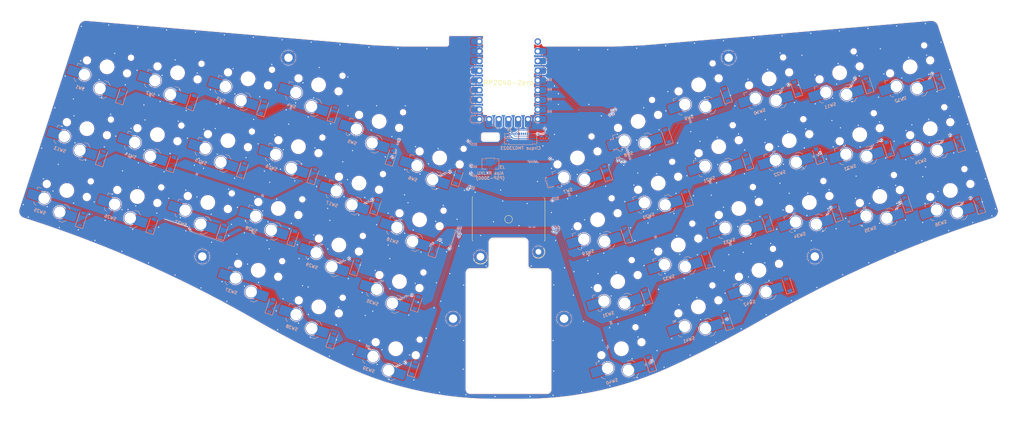
<source format=kicad_pcb>
(kicad_pcb (version 20211014) (generator pcbnew)
  (layers (0 "F.Cu" signal) (31 "B.Cu" signal) (34 "B.Paste" user) (35 "F.Paste" user) (36 "B.SilkS" user "B.Silkscreen") (37 "F.SilkS" user "F.Silkscreen") (38 "B.Mask" user) (39 "F.Mask" user) (44 "Edge.Cuts" user))
  (net 0 "")
  (net 1 "GND")
  (net 2 "VDD")
  (net 5 "c0")
  (net 6 "c1")
  (net 7 "c2")
  (net 8 "c3")
  (net 9 "c4")
  (net 11 "PNTEN")
  (net 12 "PNTY")
  (net 13 "PNTX")
  (net 14 "c5")
  (net 15 "r0")
  (net 16 "r1")
  (net 17 "r2")
  (net 18 "r3")
  (net 19 "r4")
  (net 20 "r5")
  (net 21 "r6")
  (net 22 "Net-(D3-Pad2)")
  (net 23 "Net-(D4-Pad2)")
  (net 24 "Net-(D5-Pad2)")
  (net 25 "Net-(D6-Pad2)")
  (net 26 "Net-(D7-Pad2)")
  (net 27 "Net-(D8-Pad2)")
  (net 28 "Net-(D9-Pad2)")
  (net 29 "Net-(D10-Pad2)")
  (net 30 "Net-(D11-Pad2)")
  (net 31 "Net-(D12-Pad2)")
  (net 32 "Net-(D13-Pad2)")
  (net 33 "Net-(D14-Pad2)")
  (net 34 "Net-(D15-Pad2)")
  (net 35 "Net-(D16-Pad2)")
  (net 36 "Net-(D17-Pad2)")
  (net 37 "Net-(D18-Pad2)")
  (net 38 "Net-(D19-Pad2)")
  (net 39 "Net-(D20-Pad2)")
  (net 40 "Net-(D21-Pad2)")
  (net 41 "Net-(D22-Pad2)")
  (net 42 "Net-(D23-Pad2)")
  (net 43 "Net-(D24-Pad2)")
  (net 44 "Net-(D25-Pad2)")
  (net 45 "Net-(D26-Pad2)")
  (net 46 "Net-(D27-Pad2)")
  (net 47 "Net-(D28-Pad2)")
  (net 48 "Net-(D29-Pad2)")
  (net 49 "Net-(D30-Pad2)")
  (net 50 "Net-(D31-Pad2)")
  (net 51 "Net-(D32-Pad2)")
  (net 52 "Net-(D33-Pad2)")
  (net 53 "Net-(D34-Pad2)")
  (net 54 "Net-(D35-Pad2)")
  (net 55 "Net-(D36-Pad2)")
  (net 56 "Net-(D37-Pad2)")
  (net 57 "Net-(D38-Pad2)")
  (net 58 "Net-(D39-Pad2)")
  (net 59 "Net-(D40-Pad2)")
  (net 60 "Net-(D41-Pad2)")
  (net 61 "Net-(D42-Pad2)")
  (net 62 "SCL")
  (net 63 "SDA")
  (net 64 "Net-(D2-Pad2)")
  (net 65 "Net-(D1-Pad2)")
  (footprint "MountingHole:MountingHole_2.2mm_M2_DIN965_Pad" (layer "F.Cu") (at -14.484301 26.002485)
    (fp_text reference "H5" hide)
    (fp_text value "M2")
  )
  (footprint "MountingHole:MountingHole_2.2mm_M2_DIN965_Pad" (layer "F.Cu") (at 14.5157 26.002485)
    (fp_text reference "H6" hide)
    (fp_text value "M2")
  )
  (footprint "marbastlib-various:PNT_RKJXU1210006" (layer "F.Cu") (at 0.015699 0.002487 90)
    (fp_text reference "PNT1" hide)
    (fp_text value "MountingHole_Pad")
  )
  (footprint "rp2040-zero:rp2040-zero-back" (layer "F.Cu") (at 0.015697 -36.379514)
    (fp_text reference "U2" hide)
    (fp_text value "RP2040-Zero")
  )
  (footprint "marbastlib-choc:SW_choc_HS_1u" (layer "B.Cu") (at -104.877264 -39.857573 162)
    (fp_text reference "SW1")
    (fp_text value "CPG135001S30" hide)
  )
  (footprint "marbastlib-choc:SW_choc_HS_1u" (layer "B.Cu") (at -86.460373 -38.289701 162)
    (fp_text reference "SW2")
    (fp_text value "CPG135001S30" hide)
  )
  (footprint "marbastlib-choc:SW_choc_HS_1u" (layer "B.Cu") (at -68.043485 -36.721832 162)
    (fp_text reference "SW3")
    (fp_text value "CPG135001S30" hide)
  )
  (footprint "marbastlib-choc:SW_choc_HS_1u" (layer "B.Cu") (at -49.626594 -35.153965 162)
    (fp_text reference "SW4")
    (fp_text value "CPG135001S30" hide)
  )
  (footprint "marbastlib-choc:SW_choc_HS_1u" (layer "B.Cu") (at -33.805444 -25.597217 162)
    (fp_text reference "SW5")
    (fp_text value "CPG135001S30" hide)
  )
  (footprint "marbastlib-choc:SW_choc_HS_1u" (layer "B.Cu") (at -17.984304 -16.04048 162)
    (fp_text reference "SW6")
    (fp_text value "CPG135001S30" hide)
  )
  (footprint "marbastlib-choc:SW_choc_HS_1u" (layer "B.Cu") (at 18.015697 -16.04048 -162)
    (fp_text reference "SW7")
    (fp_text value "CPG135001S30" hide)
  )
  (footprint "marbastlib-choc:SW_choc_HS_1u" (layer "B.Cu") (at 33.836841 -25.597221 -162)
    (fp_text reference "SW8")
    (fp_text value "CPG135001S30" hide)
  )
  (footprint "marbastlib-choc:SW_choc_HS_1u" (layer "B.Cu") (at 49.657987 -35.153965 -162)
    (fp_text reference "SW9")
    (fp_text value "CPG135001S30" hide)
  )
  (footprint "marbastlib-choc:SW_choc_HS_1u" (layer "B.Cu") (at 68.074874 -36.721831 -162)
    (fp_text reference "SW10")
    (fp_text value "CPG135001S30" hide)
  )
  (footprint "marbastlib-choc:SW_choc_HS_1u" (layer "B.Cu") (at 86.491763 -38.289701 -162)
    (fp_text reference "SW11")
    (fp_text value "CPG135001S30" hide)
  )
  (footprint "marbastlib-choc:SW_choc_HS_1u" (layer "B.Cu") (at 104.908654 -39.857569 -162)
    (fp_text reference "SW12")
    (fp_text value "CPG135001S30" hide)
  )
  (footprint "marbastlib-choc:SW_choc_HS_1u" (layer "B.Cu") (at -110.130549 -23.689609 162)
    (fp_text reference "SW13")
    (fp_text value "CPG135001S30" hide)
  )
  (footprint "marbastlib-choc:SW_choc_HS_1u" (layer "B.Cu") (at -91.713659 -22.121738 162)
    (fp_text reference "SW14")
    (fp_text value "CPG135001S30" hide)
  )
  (footprint "marbastlib-choc:SW_choc_HS_1u" (layer "B.Cu") (at -73.29677 -20.553873 162)
    (fp_text reference "SW15")
    (fp_text value "CPG135001S30" hide)
  )
  (footprint "marbastlib-choc:SW_choc_HS_1u" (layer "B.Cu") (at -54.879885 -18.986003 162)
    (fp_text reference "SW16")
    (fp_text value "CPG135001S30" hide)
  )
  (footprint "marbastlib-choc:SW_choc_HS_1u" (layer "B.Cu") (at -39.058738 -9.42926 162)
    (fp_text reference "SW17")
    (fp_text value "CPG135001S30" hide)
  )
  (footprint "marbastlib-choc:SW_choc_HS_1u" (layer "B.Cu") (at -23.237594 0.127484 162)
    (fp_text reference "SW18")
    (fp_text value "CPG135001S30" hide)
  )
  (footprint "marbastlib-choc:SW_choc_HS_1u" (layer "B.Cu") (at 23.268984 0.127483 -162)
    (fp_text reference "SW19")
    (fp_text value "CPG135001S30" hide)
  )
  (footprint "marbastlib-choc:SW_choc_HS_1u" (layer "B.Cu") (at 39.090132 -9.429259 -162)
    (fp_text reference "SW20")
    (fp_text value "CPG135001S30" hide)
  )
  (footprint "marbastlib-choc:SW_choc_HS_1u" (layer "B.Cu") (at 54.911275 -18.986003 -162)
    (fp_text reference "SW21")
    (fp_text value "CPG135001S30" hide)
  )
  (footprint "marbastlib-choc:SW_choc_HS_1u" (layer "B.Cu") (at 73.328167 -20.553876 -162)
    (fp_text reference "SW22")
    (fp_text value "CPG135001S30" hide)
  )
  (footprint "marbastlib-choc:SW_choc_HS_1u" (layer "B.Cu") (at 91.745054 -22.121742 -162)
    (fp_text reference "SW23")
    (fp_text value "CPG135001S30" hide)
  )
  (footprint "marbastlib-choc:SW_choc_HS_1u" (layer "B.Cu") (at 110.161943 -23.689606 -162)
    (fp_text reference "SW24")
    (fp_text value "CPG135001S30" hide)
  )
  (footprint "marbastlib-choc:SW_choc_HS_1u" (layer "B.Cu") (at -115.38384 -7.521646 162)
    (fp_text reference "SW25")
    (fp_text value "CPG135001S30" hide)
  )
  (footprint "marbastlib-choc:SW_choc_HS_1u" (layer "B.Cu") (at -96.96695 -5.953779 162)
    (fp_text reference "SW26")
    (fp_text value "CPG135001S30" hide)
  )
  (footprint "marbastlib-choc:SW_choc_HS_1u" (layer "B.Cu") (at -78.55006 -4.38591 162)
    (fp_text reference "SW27")
    (fp_text value "CPG135001S30" hide)
  )
  (footprint "marbastlib-choc:SW_choc_HS_1u" (layer "B.Cu") (at -60.133172 -2.818042 162)
    (fp_text reference "SW28")
    (fp_text value "CPG135001S30" hide)
  )
  (footprint "marbastlib-choc:SW_choc_HS_1u" (layer "B.Cu") (at -44.312027 6.738701 162)
    (fp_text reference "SW29")
    (fp_text value "CPG135001S30" hide)
  )
  (footprint "marbastlib-choc:SW_choc_HS_1u" (layer "B.Cu") (at -28.490883 16.295439 162)
    (fp_text reference "SW30")
    (fp_text value "CPG135001S30" hide)
  )
  (footprint "marbastlib-choc:SW_choc_HS_1u" (layer "B.Cu") (at 28.522274 16.295445 -162)
    (fp_text reference "SW31")
    (fp_text value "CPG135001S30" hide)
  )
  (footprint "marbastlib-choc:SW_choc_HS_1u" (layer "B.Cu") (at 44.34342 6.738695 -162)
    (fp_text reference "SW32")
    (fp_text value "CPG135001S30" hide)
  )
  (footprint "marbastlib-choc:SW_choc_HS_1u" (layer "B.Cu") (at 60.164566 -2.818041 -162)
    (fp_text reference "SW33")
    (fp_text value "CPG135001S30" hide)
  )
  (footprint "marbastlib-choc:SW_choc_HS_1u" (layer "B.Cu") (at 78.581453 -4.38591 -162)
    (fp_text reference "SW34")
    (fp_text value "CPG135001S30" hide)
  )
  (footprint "marbastlib-choc:SW_choc_HS_1u" (layer "B.Cu") (at 96.998344 -5.953776 -162)
    (fp_text reference "SW35")
    (fp_text value "CPG135001S30" hide)
  )
  (footprint "marbastlib-choc:SW_choc_HS_1u" (layer "B.Cu") (at 115.415235 -7.521651 -162)
    (fp_text reference "SW36")
    (fp_text value "CPG135001S30" hide)
  )
  (footprint "marbastlib-choc:SW_choc_HS_1u" (layer "B.Cu") (at -65.386462 13.349918 162)
    (fp_text reference "SW37")
    (fp_text value "CPG135001S30" hide)
  )
  (footprint "marbastlib-choc:SW_choc_HS_1u" (layer "B.Cu") (at -49.565316 22.906662 162)
    (fp_text reference "SW38")
    (fp_text value "CPG135001S30" hide)
  )
  (footprint "marbastlib-choc:SW_choc_HS_1.5u" (layer "B.Cu") (at 29.49581 33.853982 -162)
    (fp_text reference "SW40")
    (fp_text value "CPG135001S30" hide)
  )
  (footprint "marbastlib-choc:SW_choc_HS_1u" (layer "B.Cu") (at 49.596709 22.906662 -162)
    (fp_text reference "SW41")
    (fp_text value "CPG135001S30" hide)
  )
  (footprint "marbastlib-choc:SW_choc_HS_1.5u" (layer "B.Cu") (at -29.464418 33.853983 162)
    (fp_text reference "SW39")
    (fp_text value "CPG135001S30" hide)
  )
  (footprint "marbastlib-choc:SW_choc_HS_1u" (layer "B.Cu") (at 65.417854 13.349917 -162)
    (fp_text reference "SW42")
    (fp_text value "CPG135001S30" hide)
  )
  (footprint "beekeeb_lib:D_SOD-123" (layer "B.Cu") (at -51.012195 -11.47312 72)
    (fp_text reference "D16" hide)
    (fp_text value "1N4148WT")
  )
  (footprint "beekeeb_lib:D_SOD-123" (layer "B.Cu") (at 103.914805 -4.083502 108)
    (fp_text reference "D35" hide)
    (fp_text value "1N4148WT")
  )
  (footprint "MountingHole:MountingHole_2.2mm_M2_DIN965_Pad" (layer "B.Cu") (at 80.015697 9.752484 180)
    (fp_text reference "H2" hide)
    (fp_text value "M2")
  )
  (footprint "MountingHole:MountingHole_2.2mm_M2_DIN965_Pad" (layer "B.Cu") (at 57.515698 -42.247517 180)
    (fp_text reference "H3" hide)
    (fp_text value "M2")
  )
  (footprint "beekeeb_lib:D_SOD-123" (layer "B.Cu") (at -56.265482 4.694844 72)
    (fp_text reference "D28" hide)
    (fp_text value "1N4148WT")
  )
  (footprint "beekeeb_lib:D_SOD-123" (layer "B.Cu") (at -45.758904 -27.641079 72)
    (fp_text reference "D4" hide)
    (fp_text value "1N4148WT")
  )
  (footprint "Resistor_SMD:R_0402_1005Metric" (layer "B.Cu") (at 8.716481 -21.139516 90)
    (fp_text reference "R2" hide)
    (fp_text value "10 kOhm")
  )
  (footprint "beekeeb_lib:D_SOD-123" (layer "B.Cu") (at 41.38183 -21.792534 108)
    (fp_text reference "D8" hide)
    (fp_text value "1N4148WT")
  )
  (footprint "beekeeb_lib:D_SOD-123" (layer "B.Cu") (at 36.067265 20.100127 108)
    (fp_text reference "D31" hide)
    (fp_text value "1N4148WT")
  )
  (footprint "beekeeb_lib:D_SOD-123" (layer "B.Cu") (at -82.592683 -30.776814 72)
    (fp_text reference "D2" hide)
    (fp_text value "1N4148WT")
  )
  (footprint "beekeeb_lib:D_SOD-123" (layer "B.Cu") (at 37.040798 37.658666 108)
    (fp_text reference "D40" hide)
    (fp_text value "1N4148WT")
  )
  (footprint "beekeeb_lib:D_SOD-123" (layer "B.Cu") (at -39.932239 12.419216 72)
    (fp_text reference "D29" hide)
    (fp_text value "1N4148WT")
  )
  (footprint "beekeeb_lib:D_SOD-123" (layer "B.Cu") (at -46.05765 31.52759 72)
    (fp_text reference "D38" hide)
    (fp_text value "1N4148WT")
  )
  (footprint "beekeeb_lib:D_SOD-123" (layer "B.Cu") (at -30.59189 -16.327418 72)
    (fp_text reference "D5" hide)
    (fp_text value "1N4148WT")
  )
  (footprint "beekeeb_lib:D_SOD-123" (layer "B.Cu") (at 67.709557 0.986642 108)
    (fp_text reference "D33" hide)
    (fp_text value "1N4148WT")
  )
  (footprint "beekeeb_lib:D_SOD-123" (layer "B.Cu") (at 46.635121 -5.624573 108)
    (fp_text reference "D20" hide)
    (fp_text value "1N4148WT")
  )
  (footprint "beekeeb_lib:D_SOD-123" (layer "B.Cu") (at 99.205388 -18.577604 108)
    (fp_text reference "D23" hide)
    (fp_text value "1N4148WT")
  )
  (footprint "marbastlib-various:CON_FH33J-4S-0.5SH" (layer "B.Cu") (at -5.4843 -13.152512)
    (fp_text reference "J3")
    (fp_text value "FH33J-4S-0.5SH")
  )
  (footprint "beekeeb_lib:D_SOD-123" (layer "B.Cu") (at -23.993745 21.871088 72)
    (fp_text reference "D30" hide)
    (fp_text value "1N4148WT")
  )
  (footprint "beekeeb_lib:D_SOD-123" (layer "B.Cu") (at -24.81586 38.963609 72)
    (fp_text reference "D39" hide)
    (fp_text value "1N4148WT")
  )
  (footprint "beekeeb_lib:D_SOD-123" (layer "B.Cu") (at -111.516148 -0.008762 72)
    (fp_text reference "D25" hide)
    (fp_text value "1N4148WT")
  )
  (footprint "marbastlib-various:CON_FH33J-12S-0.5SH" (layer "B.Cu") (at 5.915695 -22.342512 180)
    (fp_text reference "J4")
    (fp_text value "FH33J-12S-0.5SH")
  )
  (footprint "MountingHole:MountingHole_2.2mm_M2_DIN965_Pad" (layer "B.Cu") (at -79.984303 9.752482 180)
    (fp_text reference "H1" hide)
    (fp_text value "M2")
  )
  (footprint "beekeeb_lib:D_SOD-123" (layer "B.Cu") (at 93.789556 -35.24582 108)
    (fp_text reference "D11" hide)
    (fp_text value "1N4148WT")
  )
  (footprint "beekeeb_lib:D_SOD-123" (layer "B.Cu") (at 56.804359 -32.576102 108)
    (fp_text reference "D9" hide)
    (fp_text value "1N4148WT")
  )
  (footprint "beekeeb_lib:D_SOD-123" (layer "B.Cu") (at -74.682371 3.126975 72)
    (fp_text reference "D27" hide)
    (fp_text value "1N4148WT")
  )
  (footprint "beekeeb_lib:D_SOD-123" (layer "B.Cu") (at -13.319062 -10.982207 72)
    (fp_text reference "D6" hide)
    (fp_text value "1N4148WT")
  )
  (footprint "beekeeb_lib:D_SOD-123" (layer "B.Cu") (at -106.262861 -16.176724 72)
    (fp_text reference "D13" hide)
    (fp_text value "1N4148WT")
  )
  (footprint "beekeeb_lib:D_SOD-123" (layer "B.Cu") (at 75.179221 -34.273313 108)
    (fp_text reference "D10" hide)
    (fp_text value "1N4148WT")
  )
  (footprint "beekeeb_lib:D_SOD-123" (layer "B.Cu") (at 122.960224 -3.716964 108)
    (fp_text reference "D36" hide)
    (fp_text value "1N4148WT")
  )
  (footprint "beekeeb_lib:D_SOD-123" (layer "B.Cu") (at 62.456265 -15.181319 108)
    (fp_text reference "D21" hide)
    (fp_text value "1N4148WT")
  )
  (footprint "beekeeb_lib:D_SOD-123" (layer "B.Cu") (at -61.943893 22.626837 72)
    (fp_text reference "D37" hide)
    (fp_text value "1N4148WT")
  )
  (footprint "beekeeb_lib:D_SOD-123" (layer "B.Cu") (at 112.453645 -36.052888 108)
    (fp_text reference "D12" hide)
    (fp_text value "1N4148WT")
  )
  (footprint "beekeeb_lib:D_SOD-123" (layer "B.Cu") (at 117.706933 -19.884921 108)
    (fp_text reference "D24" hide)
    (fp_text value "1N4148WT")
  )
  (footprint "beekeeb_lib:D_SOD-123" (layer "B.Cu") (at -93.099262 1.559106 72)
    (fp_text reference "D26" hide)
    (fp_text value "1N4148WT")
  )
  (footprint "MountingHole:MountingHole_2.2mm_M2_DIN965_Pad" (layer "B.Cu") (at -57.484305 -42.247516 180)
    (fp_text reference "H4" hide)
    (fp_text value "M2")
  )
  (footprint "beekeeb_lib:D_SOD-123" (layer "B.Cu") (at 57.1417 26.711349 108)
    (fp_text reference "D41" hide)
    (fp_text value "1N4148WT")
  )
  (footprint "beekeeb_lib:D_SOD-123" (layer "B.Cu") (at 25.560684 -12.235796 108)
    (fp_text reference "D7" hide)
    (fp_text value "1N4148WT")
  )
  (footprint "beekeeb_lib:D_SOD-123" (layer "B.Cu") (at 72.962843 17.154601 108)
    (fp_text reference "D42" hide)
    (fp_text value "1N4148WT")
  )
  (footprint "beekeeb_lib:D_SOD-123" (layer "B.Cu") (at -34.676556 -3.499822 72)
    (fp_text reference "D17" hide)
    (fp_text value "1N4148WT")
  )
  (footprint "beekeeb_lib:D_SOD-123" (layer "B.Cu") (at 51.888411 10.543385 108)
    (fp_text reference "D32" hide)
    (fp_text value "1N4148WT")
  )
  (footprint "beekeeb_lib:D_SOD-123" (layer "B.Cu") (at 85.775413 -1.661584 108)
    (fp_text reference "D34" hide)
    (fp_text value "1N4148WT")
  )
  (footprint "beekeeb_lib:D_SOD-123" (layer "B.Cu") (at 30.813974 3.932166 108)
    (fp_text reference "D19" hide)
    (fp_text value "1N4148WT")
  )
  (footprint "beekeeb_lib:D_SOD-123" (layer "B.Cu") (at -101.010008 -32.344826 72)
    (fp_text reference "D1" hide)
    (fp_text value "1N4148WT")
  )
  (footprint "beekeeb_lib:D_SOD-123" (layer "B.Cu") (at 80.873156 -16.749189 108)
    (fp_text reference "D22" hide)
    (fp_text value "1N4148WT")
  )
  (footprint "beekeeb_lib:D_SOD-123" (layer "B.Cu") (at -87.846924 -14.609163 72)
    (fp_text reference "D14" hide)
    (fp_text value "1N4148WT")
  )
  (footprint "beekeeb_lib:D_SOD-123" (layer "B.Cu") (at -64.175795 -29.208949 72)
    (fp_text reference "D3" hide)
    (fp_text value "1N4148WT")
  )
  (footprint "Resistor_SMD:R_0402_1005Metric" (layer "B.Cu") (at 9.986483 -21.139516 90)
    (fp_text reference "R1" hide)
    (fp_text value "10 kOhm")
  )
  (footprint "beekeeb_lib:D_SOD-123" (layer "B.Cu") (at -19.369905 7.64037 72)
    (fp_text reference "D18" hide)
    (fp_text value "1N4148WT")
  )
  (footprint "beekeeb_lib:D_SOD-123" (layer "B.Cu") (at -69.42908 -13.040988 72)
    (fp_text reference "D15" hide)
    (fp_text value "1N4148WT")
  )
  (gr_line (start -6.412299 -48.114314) (end -6.412298 -27.489516) (layer "Edge.Cuts") (width 0.05))
  (gr_arc (start 4.015698 5.002487) (mid 4.722803 5.295383) (end 5.015697 6.002486) (layer "Edge.Cuts") (width 0.1))
  (gr_arc (start -10.984301 14.002486) (mid -10.691408 13.29538) (end -9.984301 13.002486) (layer "Edge.Cuts") (width 0.1))
  (gr_arc (start -42.742339 38.614564) (mid -54.693491 32.772165) (end -66.367136 26.393321) (layer "Edge.Cuts") (width 0.05))
  (gr_line (start 11.015697 14.002486) (end 11.015697 44.502485) (layer "Edge.Cuts") (width 0.1))
  (gr_arc (start -15.740874 -45.866546) (mid -15.887321 -45.512993) (end -16.240874 -45.366547) (layer "Edge.Cuts") (width 0.05))
  (gr_arc (start 10.015698 13.002487) (mid 10.722802 13.295383) (end 11.015697 14.002486) (layer "Edge.Cuts") (width 0.1))
  (gr_arc (start -2.984303 -22.497515) (mid -2.630748 -22.351069) (end -2.484302 -21.997514) (layer "Edge.Cuts") (width 0.1))
  (gr_line (start -15.240874 -48.116544) (end -6.412299 -48.114314) (layer "Edge.Cuts") (width 0.05))
  (gr_line (start -6.484303 -22.497512) (end -2.984303 -22.497515) (layer "Edge.Cuts") (width 0.1))
  (gr_line (start -112.33671 -50.717725) (end -127.932853 -2.714008) (layer "Edge.Cuts") (width 0.05))
  (gr_arc (start 9.413824 -45.366547) (mid 9.060265 -45.512983) (end 8.913825 -45.866545) (layer "Edge.Cuts") (width 0.05))
  (gr_arc (start -4.984303 6.002486) (mid -4.69141 5.295379) (end -3.984302 5.002486) (layer "Edge.Cuts") (width 0.1))
  (gr_arc (start -112.33671 -50.717725) (mid -111.540425 -51.766199) (end -110.264934 -52.092528) (layer "Edge.Cuts") (width 0.05))
  (gr_arc (start 11.015697 44.502485) (mid 10.722803 45.20959) (end 10.015697 45.502486) (layer "Edge.Cuts") (width 0.1))
  (gr_line (start 6.443694 -27.489516) (end 6.443694 -48.114314) (layer "Edge.Cuts") (width 0.05))
  (gr_arc (start 66.398604 26.393321) (mid 54.724958 32.772164) (end 42.773808 38.614564) (layer "Edge.Cuts") (width 0.05))
  (gr_line (start -2.484302 -20.997514) (end -2.484302 -21.997514) (layer "Edge.Cuts") (width 0.1))
  (gr_arc (start -9.984299 45.502487) (mid -10.691408 45.209593) (end -10.984302 44.502485) (layer "Edge.Cuts") (width 0.1))
  (gr_line (start -126.648744 -0.193898) (end -124.789673 0.410131) (layer "Edge.Cuts") (width 0.05))
  (gr_line (start -9.984301 13.002486) (end -5.984302 13.002487) (layer "Edge.Cuts") (width 0.1))
  (gr_line (start 127.964321 -2.714006) (end 112.368181 -50.717726) (layer "Edge.Cuts") (width 0.05))
  (gr_line (start -3.984302 5.002486) (end 4.015698 5.002487) (layer "Edge.Cuts") (width 0.1))
  (gr_arc (start -6.984305 -21.997514) (mid -6.837857 -22.351067) (end -6.484303 -22.497512) (layer "Edge.Cuts") (width 0.1))
  (gr_line (start -6.984301 -20.997512) (end -6.984305 -21.997514) (layer "Edge.Cuts") (width 0.1))
  (gr_arc (start -124.789673 0.410131) (mid -94.900109 11.876596) (end -66.367136 26.393321) (layer "Edge.Cuts") (width 0.05))
  (gr_arc (start -15.740871 -47.616546) (mid -15.594426 -47.970098) (end -15.240874 -48.116544) (layer "Edge.Cuts") (width 0.05))
  (gr_arc (start -4.984302 12.002485) (mid -5.277195 12.709593) (end -5.984302 13.002487) (layer "Edge.Cuts") (width 0.1))
  (gr_line (start 27.423949 -45.366546) (end 9.413824 -45.366547) (layer "Edge.Cuts") (width 0.05))
  (gr_arc (start 66.398604 26.393321) (mid 94.931577 11.876592) (end 124.821145 0.410132) (layer "Edge.Cuts") (width 0.05))
  (gr_line (start -61.734291 -47.960988) (end -110.264934 -52.092528) (layer "Edge.Cuts") (width 0.05))
  (gr_line (start 61.765762 -47.960987) (end 35.143095 -45.694526) (layer "Edge.Cuts") (width 0.05))
  (gr_arc (start -2.484302 -20.997514) (mid -2.630749 -20.643961) (end -2.984302 -20.497514) (layer "Edge.Cuts") (width 0.1))
  (gr_arc (start -3.805183 47.158078) (mid -23.736902 44.997092) (end -42.742339 38.614564) (layer "Edge.Cuts") (width 0.05))
  (gr_line (start -16.240874 -45.366547) (end -27.392479 -45.366546) (layer "Edge.Cuts") (width 0.05))
  (gr_arc (start 8.413825 -48.116546) (mid 8.76737 -47.970089) (end 8.913827 -47.616547) (layer "Edge.Cuts") (width 0.05))
  (gr_line (start 110.296403 -52.092525) (end 61.765762 -47.960987) (layer "Edge.Cuts") (width 0.05))
  (gr_line (start 35.143095 -45.694526) (end 27.423949 -45.366546) (layer "Edge.Cuts") (width 0.05))
  (gr_arc (start 42.773808 38.614564) (mid 23.768372 44.997093) (end 3.836653 47.158079) (layer "Edge.Cuts") (width 0.05))
  (gr_line (start 5.015697 6.002486) (end 5.015698 12.002484) (layer "Edge.Cuts") (width 0.1))
  (gr_arc (start -6.484302 -20.497513) (mid -6.837855 -20.643959) (end -6.984301 -20.997512) (layer "Edge.Cuts") (width 0.1))
  (gr_line (start -27.392479 -45.366546) (end -35.111623 -45.694529) (layer "Edge.Cuts") (width 0.05))
  (gr_line (start -6.412298 -27.489516) (end 6.443694 -27.489516) (layer "Edge.Cuts") (width 0.05))
  (gr_line (start 8.913825 -45.866545) (end 8.913827 -47.616547) (layer "Edge.Cuts") (width 0.05))
  (gr_line (start 6.015699 13.002486) (end 10.015698 13.002487) (layer "Edge.Cuts") (width 0.1))
  (gr_line (start -2.984302 -20.497514) (end -6.484302 -20.497513) (layer "Edge.Cuts") (width 0.1))
  (gr_line (start -4.984302 12.002485) (end -4.984303 6.002486) (layer "Edge.Cuts") (width 0.1))
  (gr_arc (start 110.296403 -52.092525) (mid 111.571868 -51.766174) (end 112.368181 -50.717726) (layer "Edge.Cuts") (width 0.05))
  (gr_arc (start 6.015699 13.002486) (mid 5.308589 12.709596) (end 5.015698 12.002484) (layer "Edge.Cuts") (width 0.1))
  (gr_line (start -15.740871 -47.616546) (end -15.740874 -45.866546) (layer "Edge.Cuts") (width 0.05))
  (gr_line (start 124.821145 0.410132) (end 126.680215 -0.193898) (layer "Edge.Cuts") (width 0.05))
  (gr_line (start 6.443694 -48.114314) (end 8.413825 -48.116546) (layer "Edge.Cuts") (width 0.05))
  (gr_line (start -35.111623 -45.694529) (end -61.734291 -47.960988) (layer "Edge.Cuts") (width 0.05))
  (gr_line (start 10.015697 45.502486) (end -9.984299 45.502487) (layer "Edge.Cuts") (width 0.1))
  (gr_arc (start -126.648744 -0.193898) (mid -127.812726 -1.188007) (end -127.932853 -2.714008) (layer "Edge.Cuts") (width 0.05))
  (gr_line (start -3.805183 47.158078) (end 3.836653 47.158079) (layer "Edge.Cuts") (width 0.05))
  (gr_arc (start 127.964321 -2.714006) (mid 127.844203 -1.187997) (end 126.680215 -0.193898) (layer "Edge.Cuts") (width 0.05))
  (gr_line (start -10.984302 44.502485) (end -10.984301 14.002486) (layer "Edge.Cuts") (width 0.1))
  (gr_text "Alps RKJXU\n(PSP-3000)" (at -4.734302 -11.397514) (layer "B.SilkS") (effects (font (size 0.8 0.8)) (justify mirror)))
  (gr_text "Cirque TM023023" (at 3.165697 -18.597514) (layer "B.SilkS") (effects (font (size 0.8 0.8)) (justify mirror)))
  (via (at 20.990996 -30.025956) (size 0.6) (drill 0.3) (layers "F.Cu" "B.Cu") (net 1))
  (via (at 91.345614 -24.59364) (size 0.6) (drill 0.3) (layers "F.Cu" "B.Cu") (net 1))
  (via (at -40.72776 35.352817) (size 0.6) (drill 0.3) (layers "F.Cu" "B.Cu") (net 1))
  (via (at 41.610997 -33.379156) (size 0.6) (drill 0.3) (layers "F.Cu" "B.Cu") (net 1))
  (via (at -91.347234 -32.465776) (size 0.6) (drill 0.3) (layers "F.Cu" "B.Cu") (net 1))
  (via (at -5.834304 12.218484) (size 0.6) (drill 0.3) (layers "F.Cu" "B.Cu") (net 1))
  (via (at 61.632338 -11.891144) (size 0.6) (drill 0.3) (layers "F.Cu" "B.Cu") (net 1))
  (via (at -55.157143 6.671131) (size 0.6) (drill 0.3) (layers "F.Cu" "B.Cu") (net 1))
  (via (at -106.947185 -36.524427) (size 0.6) (drill 0.3) (layers "F.Cu" "B.Cu") (net 1))
  (via (at 44.514583 22.333379) (size 0.6) (drill 0.3) (layers "F.Cu" "B.Cu") (net 1))
  (via (at 30.384196 -4.62305) (size 0.6) (drill 0.3) (layers "F.Cu" "B.Cu") (net 1))
  (via (at -73.574101 21.458202) (size 0.6) (drill 0.3) (layers "F.Cu" "B.Cu") (net 1))
  (via (at -50.881976 -31.760797) (size 0.6) (drill 0.3) (layers "F.Cu" "B.Cu") (net 1))
  (via (at -72.386985 1.339887) (size 0.6) (drill 0.3) (layers "F.Cu" "B.Cu") (net 1))
  (via (at 123.779251 -4.547202) (size 0.6) (drill 0.3) (layers "F.Cu" "B.Cu") (net 1))
  (via (at -68.164745 11.728324) (size 0.6) (drill 0.3) (layers "F.Cu" "B.Cu") (net 1))
  (via (at 89.750442 -30.772935) (size 0.6) (drill 0.3) (layers "F.Cu" "B.Cu") (net 1))
  (via (at -76.070519 -17.035825) (size 0.6) (drill 0.3) (layers "F.Cu" "B.Cu") (net 1))
  (via (at 76.633394 -42.881047) (size 0.6) (drill 0.3) (layers "F.Cu" "B.Cu") (net 1))
  (via (at 101.394069 -50.531252) (size 0.6) (drill 0.3) (layers "F.Cu" "B.Cu") (net 1))
  (via (at 11.6739 -15.567022) (size 0.6) (drill 0.3) (layers "F.Cu" "B.Cu") (net 1))
  (via (at -41.966604 -37.181047) (size 0.6) (drill 0.3) (layers "F.Cu" "B.Cu") (net 1))
  (via (at 51.235585 -31.816765) (size 0.6) (drill 0.3) (layers "F.Cu" "B.Cu") (net 1))
  (via (at 38.800694 34.34777) (size 0.6) (drill 0.3) (layers "F.Cu" "B.Cu") (net 1))
  (via (at 38.936509 -2.543804) (size 0.6) (drill 0.3) (layers "F.Cu" "B.Cu") (net 1))
  (via (at 109.223047 -42.936134) (size 0.6) (drill 0.3) (layers "F.Cu" "B.Cu") (net 1))
  (via (at -38.730494 12.008471) (size 0.6) (drill 0.3) (layers "F.Cu" "B.Cu") (net 1))
  (via (at 60.783576 28.634054) (size 0.6) (drill 0.3) (layers "F.Cu" "B.Cu") (net 1))
  (via (at 78.94947 -48.620483) (size 0.6) (drill 0.3) (layers "F.Cu" "B.Cu") (net 1))
  (via (at 102.735131 -36.944668) (size 0.6) (drill 0.3) (layers "F.Cu" "B.Cu") (net 1))
  (via (at -102.866605 -43.381048) (size 0.6) (drill 0.3) (layers "F.Cu" "B.Cu") (net 1))
  (via (at -17.358903 6.115318) (size 0.6) (drill 0.3) (layers "F.Cu" "B.Cu") (net 1))
  (via (at -63.773923 -12.597195) (size 0.6) (drill 0.3) (layers "F.Cu" "B.Cu") (net 1))
  (via (at -31.431488 -1.614352) (size 0.6) (drill 0.3) (layers "F.Cu" "B.Cu") (net 1))
  (via (at -100.963338 -2.517551) (size 0.6) (drill 0.3) (layers "F.Cu" "B.Cu") (net 1))
  (via (at -96.693443 -14.744503) (size 0.6) (drill 0.3) (layers "F.Cu" "B.Cu") (net 1))
  (via (at -46.79364 35.817217) (size 0.6) (drill 0.3) (layers "F.Cu" "B.Cu") (net 1))
  (via (at 23.916573 3.77436) (size 0.6) (drill 0.3) (layers "F.Cu" "B.Cu") (net 1))
  (via (at -125.434304 -0.581515) (size 0.6) (drill 0.3) (layers "F.Cu" "B.Cu") (net 1))
  (via (at -111.755105 -41.443791) (size 0.6) (drill 0.3) (layers "F.Cu" "B.Cu") (net 1))
  (via (at 91.031914 -42.795685) (size 0.6) (drill 0.3) (layers "F.Cu" "B.Cu") (net 1))
  (via (at 92.317763 1.597698) (size 0.6) (drill 0.3) (layers "F.Cu" "B.Cu") (net 1))
  (via (at 17.102019 13.701016) (size 0.6) (drill 0.3) (layers "F.Cu" "B.Cu") (net 1))
  (via (at 43.746944 -6.773827) (size 0.6) (drill 0.3) (layers "F.Cu" "B.Cu") (net 1))
  (via (at 62.56253 -36.653381) (size 0.6) (drill 0.3) (layers "F.Cu" "B.Cu") (net 1))
  (via (at 24.36373 23.677586) (size 0.6) (drill 0.3) (layers "F.Cu" "B.Cu") (net 1))
  (via (at -113.50263 -27.054988) (size 0.6) (drill 0.3) (layers "F.Cu" "B.Cu") (net 1))
  (via (at 114.158345 -2.442968) (size 0.6) (drill 0.3) (layers "F.Cu" "B.Cu") (net 1))
  (via (at -11.734305 31.718485) (size 0.6) (drill 0.3) (layers "F.Cu" "B.Cu") (net 1))
  (via (at 35.264359 -1.989337) (size 0.6) (drill 0.3) (layers "F.Cu" "B.Cu") (net 1))
  (via (at 26.396042 28.36868) (size 0.6) (drill 0.3) (layers "F.Cu" "B.Cu") (net 1))
  (via (at 16.943359 19.833702) (size 0.6) (drill 0.3) (layers "F.Cu" "B.Cu") (net 1))
  (via (at 54.511838 -21.457903) (size 0.6) (drill 0.3) (layers "F.Cu" "B.Cu") (net 1))
  (via (at -91.867518 -1.5997) (size 0.6) (drill 0.3) (layers "F.Cu" "B.Cu") (net 1))
  (via (at 46.601816 -11.372399) (size 0.6) (drill 0.3) (layers "F.Cu" "B.Cu") (net 1))
  (via (at 94.259216 -4.141511) (size 0.6) (drill 0.3) (layers "F.Cu" "B.Cu") (net 1))
  (via (at 86.092326 -40.7616) (size 0.6) (drill 0.3) (layers "F.Cu" "B.Cu") (net 1))
  (via (at 101.766497 -30.911035) (size 0.6) (drill 0.3) (layers "F.Cu" "B.Cu") (net 1))
  (via (at -63.064451 5.508185) (size 0.6) (drill 0.3) (layers "F.Cu" "B.Cu") (net 1))
  (via (at -76.32421 -30.133744) (size 0.6) (drill 0.3) (layers "F.Cu" "B.Cu") (net 1))
  (via (at -3.526379 46.357577) (size 0.6) (drill 0.3) (layers "F.Cu" "B.Cu") (net 1))
  (via (at -110.458018 -15.452132) (size 0.6) (drill 0.3) (layers "F.Cu" "B.Cu") (net 1))
  (via (at -1.509694 -4.742925) (size 0.6) (drill 0.3) (layers "F.Cu" "B.Cu") (net 1))
  (via (at 44.192195 -19.931875) (size 0.6) (drill 0.3) (layers "F.Cu" "B.Cu") (net 1))
  (via (at -53.814303 17.366599) (size 0.6) (drill 0.3) (layers "F.Cu" "B.Cu") (net 1))
  (via (at -31.435798 6.741859) (size 0.6) (drill 0.3) (layers "F.Cu" "B.Cu") (net 1))
  (via (at 56.137005 -46.672784) (size 0.6) (drill 0.3) (layers "F.Cu" "B.Cu") (net 1))
  (via (at 43.228229 -1.495141) (size 0.6) (drill 0.3) (layers "F.Cu" "B.Cu") (net 1))
  (via (at 44.742965 9.210572) (size 0.6) (drill 0.3) (layers "F.Cu" "B.Cu") (net 1))
  (via (at 112.182958 -7.273181) (size 0.6) (drill 0.3) (layers "F.Cu" "B.Cu") (net 1))
  (via (at -112.37758 2.76801) (size 0.6) (drill 0.3) (layers "F.Cu" "B.Cu") (net 1))
  (via (at 109.762504 -26.161506) (size 0.6) (drill 0.3) (layers "F.Cu" "B.Cu") (net 1))
  (via (at -54.703805 10.285201) (size 0.6) (drill 0.3) (layers "F.Cu" "B.Cu") (net 1))
  (via (at 29.678298 -18.215083) (size 0.6) (drill 0.3) (layers "F.Cu" "B.Cu") (net 1))
  (via (at -19.027854 0.530312) (size 0.6) (drill 0.3) (layers "F.Cu" "B.Cu") (net 1))
  (via (at 53.906704 12.432187) (size 0.6) (drill 0.3) (layers "F.Cu" "B.Cu") (net 1))
  (via (at -27.082222 -12.965912) (size 0.6) (drill 0.3) (layers "F.Cu" "B.Cu") (net 1))
  (via (at 35.310998 -29.179154) (size 0.6) (drill 0.3) (layers "F.Cu" "B.Cu") (net 1))
  (via (at 68.64179 -33.955686) (size 0.6) (drill 0.3) (layers "F.Cu" "B.Cu") (net 1))
  (via (at -83.870069 -21.199173) (size 0.6) (drill 0.3) (layers "F.Cu" "B.Cu") (net 1))
  (via (at -111.576795 -50.442683) (size 0.6) (drill 0.3) (layers "F.Cu" "B.Cu") (net 1))
  (via (at -19.458745 23.178441) (size 0.6) (drill 0.3) (layers "F.Cu" "B.Cu") (net 1))
  (via (at 71.71405 -2.436203) (size 0.6) (drill 0.3) (layers "F.Cu" "B.Cu") (net 1))
  (via (at 74.794389 3.055534) (size 0.6) (drill 0.3) (layers "F.Cu" "B.Cu") (net 1))
  (via (at 71.467937 -47.983562) (size 0.6) (drill 0.3) (layers "F.Cu" "B.Cu") (net 1))
  (via (at -116.614127 -24.306945) (size 0.6) (drill 0.3) (layers "F.Cu" "B.Cu") (net 1))
  (via (at -18.383741 -18.512379) (size 0.6) (drill 0.3) (layers "F.Cu" "B.Cu") (net 1))
  (via (at 37.516096 8.00438) (size 0.6) (drill 0.3) (layers "F.Cu" "B.Cu") (net 1))
  (via (at 96.921784 1.043771) (size 0.6) (drill 0.3) (layers "F.Cu" "B.Cu") (net 1))
  (via (at -100.995488 8.376425) (size 0.6) (drill 0.3) (layers "F.Cu" "B.Cu") (net 1))
  (via (at 115.327185 -27.039699) (size 0.6) (drill 0.3) (layers "F.Cu" "B.Cu") (net 1))
  (via (at -49.466603 -39.681047) (size 0.6) (drill 0.3) (layers "F.Cu" "B.Cu") (net 1))
  (via (at 119.924954 -24.867904) (size 0.6) (drill 0.3) (layers "F.Cu" "B.Cu") (net 1))
  (via (at -100.102914 -35.173919) (size 0.6) (drill 0.3) (layers "F.Cu" "B.Cu") (net 1))
  (via (at -37.54123 -5.702452) (size 0.6) (drill 0.3) (layers "F.Cu" "B.Cu") (net 1))
  (via (at 88.065922 -0.257446) (size 0.6) (drill 0.3) (layers "F.Cu" "B.Cu") (net 1))
  (via (at -21.527481 31.048324) (size 0.6) (drill 0.3) (layers "F.Cu" "B.Cu") (net 1))
  (via (at 33.464716 -20.705939) (size 0.6) (drill 0.3) (layers "F.Cu" "B.Cu") (net 1))
  (via (at 47.583655 -22.920997) (size 0.6) (drill 0.3) (layers "F.Cu" "B.Cu") (net 1))
  (via (at 77.2611 -18.659643) (size 0.6) (drill 0.3) (layers "F.Cu" "B.Cu") (net 1))
  (via (at 54.311177 0.410148) (size 0.6) (drill 0.3) (layers "F.Cu" "B.Cu") (net 1))
  (via (at -115.805458 -37.435487) (size 0.6) (drill 0.3) (layers "F.Cu" "B.Cu") (net 1))
  (via (at 100.992431 8.390874) (size 0.6) (drill 0.3) (layers "F.Cu" "B.Cu") (net 1))
  (via (at -89.970125 -12.438778) (size 0.6) (drill 0.3) (layers "F.Cu" "B.Cu") (net 1))
  (via (at -80.305399 17.933207) (size 0.6) (drill 0.3) (layers "F.Cu" "B.Cu") (net 1))
  (via (at -35.470044 24.0315) (size 0.6) (drill 0.3) (layers "F.Cu" "B.Cu") (net 1))
  (via (at -13.437598 0.000086) (size 0.6) (drill 0.3) (layers "F.Cu" "B.Cu") (net 1))
  (via (at 35.381462 12.115809) (size 0.6) (drill 0.3) (layers "F.Cu" "B.Cu") (net 1))
  (via (at -73.113732 -7.904816) (size 0.6) (drill 0.3) (layers "F.Cu" "B.Cu") (net 1))
  (via (at 51.873313 4.851593) (size 0.6) (drill 0.3) (layers "F.Cu" "B.Cu") (net 1))
  (via (at 115.284713 -39.15021) (size 0.6) (drill 0.3) (layers "F.Cu" "B.Cu") (net 1))
  (via (at -91.396344 2.092062) (size 0.6) (drill 0.3) (layers "F.Cu" "B.Cu") (net 1))
  (via (at 84.486034 -25.8456) (size 0.6) (drill 0.3) (layers "F.Cu" "B.Cu") (net 1))
  (via (at 28.653234 27.370902) (size 0.6) (drill 0.3) (layers "F.Cu" "B.Cu") (net 1))
  (via (at 83.033555 -15.745485) (size 0.6) (drill 0.3) (layers "F.Cu" "B.Cu") (net 1))
  (via (at 121.265696 0.818483) (size 0.6) (drill 0.3) (layers "F.Cu" "B.Cu") (net 1))
  (via (at 5.646964 46.339779) (size 0.6) (drill 0.3) (layers "F.Cu" "B.Cu") (net 1))
  (via (at -99.68349 -17.299531) (size 0.6) (drill 0.3) (layers "F.Cu" "B.Cu") (net 1))
  (via (at 42.659048 31.191504) (size 0.6) (drill 0.3) (layers "F.Cu" "B.Cu") (net 1))
  (via (at -18.829063 16.594928) (size 0.6) (drill 0.3) (layers "F.Cu" "B.Cu") (net 1))
  (via (at -89.315758 -49.505674) (size 0.6) (drill 0.3) (layers "F.Cu" "B.Cu") (net 1))
  (via (at 13.034482 -32.8417) (size 0.6) (drill 0.3) (layers "F.Cu" "B.Cu") (net 1))
  (via (at 25.390867 -8.618867) (size 0.6) (drill 0.3) (layers "F.Cu" "B.Cu") (net 1))
  (via (at -34.466603 -29.681046) (size 0.6) (drill 0.3) (layers "F.Cu" "B.Cu") (net 1))
  (via (at -77.667428 -1.32068) (size 0.6) (drill 0.3) (layers "F.Cu" "B.Cu") (net 1))
  (via (at -20.916227 -14.517655) (size 0.6) (drill 0.3) (layers "F.Cu" "B.Cu") (net 1))
  (via (at -84.19552 -28.402865) (size 0.6) (drill 0.3) (layers "F.Cu" "B.Cu") (net 1))
  (via (at -65.009672 -32.050647) (size 0.6) (drill 0.3) (layers "F.Cu" "B.Cu") (net 1))
  (via (at 16.585689 2.620214) (size 0.6) (drill 0.3) (layers "F.Cu" "B.Cu") (net 1))
  (via (at -121.927759 -18.606569) (size 0.6) (drill 0.3) (layers "F.Cu" "B.Cu") (net 1))
  (via (at -71.549688 -10.707551) (size 0.6) (drill 0.3) (layers "F.Cu" "B.Cu") (net 1))
  (via (at -68.737848 0.416791) (size 0.6) (drill 0.3) (layers "F.Cu" "B.Cu") (net 1))
  (via (at -57.430829 -24.878587) (size 0.6) (drill 0.3) (layers "F.Cu" "B.Cu") (net 1))
  (via (at -79.656902 -13.341745) (size 0.6) (drill 0.3) (layers "F.Cu" "B.Cu") (net 1))
  (via (at -44.400075 22.955756) (size 0.6) (drill 0.3) (layers "F.Cu" "B.Cu") (net 1))
  (via (at -109.513167 -1.31892) (size 0.6) (drill 0.3) (layers "F.Cu" "B.Cu") (net 1))
  (via (at 94.100448 11.370134) (size 0.6) (drill 0.3) (layers "F.Cu" "B.Cu") (net 1))
  (via (at 26.823105 20.041124) (size 0.6) (drill 0.3) (layers "F.Cu" "B.Cu") (net 1))
  (via (at 72.928727 -23.025777) (size 0.6) (drill 0.3) (layers "F.Cu" "B.Cu") (net 1))
  (via (at 32.271255 36.469316) (size 0.6) (drill 0.3) (layers "F.Cu" "B.Cu") (net 1))
  (via (at -62.833956 0.666367) (size 0.6) (drill 0.3) (layers "F.Cu" "B.Cu") (net 1))
  (via (at -73.100097 4.292084) (size 0.6) (drill 0.3) (layers "F.Cu" "B.Cu") (net 1))
  (via (at -59.569289 -13.097917) (size 0.6) (drill 0.3) (layers "F.Cu" "B.Cu") (net 1))
  (via (at 33.764308 -12.076872) (size 0.6) (drill 0.3) (layers "F.Cu" "B.Cu") (net 1))
  (via (at -64.181123 -2.202055) (size 0.6) (drill 0.3) (layers "F.Cu" "B.Cu") (net 1))
  (via (at -53.691234 -35.67913) (size 0.6) (drill 0.3) (layers "F.Cu" "B.Cu") (net 1))
  (via (at -66.570942 -26.094806) (size 0.6) (drill 0.3) (layers "F.Cu" "B.Cu") (net 1))
  (via (at 11.665698 31.718485) (size 0.6) (drill 0.3) (layers "F.Cu" "B.Cu") (net 1))
  (via (at 62.662304 15.075344) (size 0.6) (drill 0.3) (layers "F.Cu" "B.Cu") (net 1))
  (via (at 14.623073 12.692602) (size 0.6) (drill 0.3) (layers "F.Cu" "B.Cu") (net 1))
  (via (at 36.422027 0.976263) (size 0.6) (drill 0.3) (layers "F.Cu" "B.Cu") (net 1))
  (via (at -103.47379 -6.599502) (size 0.6) (drill 0.3) (layers "F.Cu" "B.Cu") (net 1))
  (via (at 104.509216 -42.329469) (size 0.6) (drill 0.3) (layers "F.Cu" "B.Cu") (net 1))
  (via (at -74.811409 16.318229) (size 0.6) (drill 0.3) (layers "F.Cu" "B.Cu") (net 1))
  (via (at 18.342124 -44.304318) (size 0.6) (drill 0.3) (layers "F.Cu" "B.Cu") (net 1))
  (via (at -30.960822 18.149932) (size 0.6) (drill 0.3) (layers "F.Cu" "B.Cu") (net 1))
  (via (at -3.943705 0.652464) (size 0.6) (drill 0.3) (layers "F.Cu" "B.Cu") (net 1))
  (via (at 32.993911 5.606523) (size 0.6) (drill 0.3) (layers "F.Cu" "B.Cu") (net 1))
  (via (at 51.95726 -26.055603) (size 0.6) (drill 0.3) (layers "F.Cu" "B.Cu") (net 1))
  (via (at 54.375896 -9.533382) (size 0.6) (drill 0.3) (layers "F.Cu" "B.Cu") (net 1))
  (via (at -21.213931 35.830577) (size 0.6) (drill 0.3) (layers "F.Cu" "B.Cu") (net 1))
  (via (at -69.004973 3.577994) (size 0.6) (drill 0.3) (layers "F.Cu" "B.Cu") (net 1))
  (via (at -45.010729 27.633672) (size 0.6) (drill 0.3) (layers "F.Cu" "B.Cu") (net 1))
  (via (at 112.964594 -46.291364) (size 0.6) (drill 0.3) (layers "F.Cu" "B.Cu") (net 1))
  (via (at -59.113963 -46.934517) (size 0.6) (drill 0.3) (layers "F.Cu" "B.Cu") (net 1))
  (via (at 124.565195 -10.5856) (size 0.6) (drill 0.3) (layers "F.Cu" "B.Cu") (net 1))
  (via (at 38.690695 -11.901158) (size 0.6) (drill 0.3) (layers "F.Cu" "B.Cu") (net 1))
  (via (at 20.69093 10.810144) (size 0.6) (drill 0.3) (layers "F.Cu" "B.Cu") (net 1))
  (via (at -108.041543 5.532282) (size 0.6) (drill 0.3) (layers "F.Cu" "B.Cu") (net 1))
  (via (at 59.140635 -29.645315) (size 0.6) (drill 0.3) (layers "F.Cu" "B.Cu") (net 1))
  (via (at 11.220198 -1.763824) (size 0.6) (drill 0.3) (layers "F.Cu" "B.Cu") (net 1))
  (via (at 40.854671 14.187996) (size 0.6) (drill 0.3) (layers "F.Cu" "B.Cu") (net 1))
  (via (at 67.08402 -26.027785) (size 0.6) (drill 0.3) (layers "F.Cu" "B.Cu") (net 1))
  (via (at -12.989451 6.990923) (size 0.6) (drill 0.3) (layers "F.Cu" "B.Cu") (net 1))
  (via (at 36.90621 -16.749074) (size 0.6) (drill 0.3) (layers "F.Cu" "B.Cu") (net 1))
  (via (at 105.366381 -24.70525) (size 0.6) (drill 0.3) (layers "F.Cu" "B.Cu") (net 1))
  (via (at 57.548658 9.254368) (size 0.6) (drill 0.3) (layers "F.Cu" "B.Cu") (net 1))
  (via (at -16.199363 8.501541) (size 0.6) (drill 0.3) (layers "F.Cu" "B.Cu") (net 1))
  (via (at 45.919099 15.505899) (size 0.6) (drill 0.3) (layers "F.Cu" "B.Cu") (net 1))
  (via (at -33.039152 34.133857) (size 0.6) (drill 0.3) (layers "F.Cu" "B.Cu") (net 1))
  (via (at 39.318922 -23.42281) (size 0.6) (drill 0.3) (layers "F.Cu" "B.Cu") (net 1))
  (via (at -50.565475 -18.665394) (size 0.6) (drill 0.3) (layers "F.Cu" "B.Cu") (net 1))
  (via (at -84.280513 3.030814) (size 0.6) (drill 0.3) (layers "F.Cu" "B.Cu") (net 1))
  (via (at 63.333474 6.421558) (size 0.6) (drill 0.3) (layers "F.Cu" "B.Cu") (net 1))
  (via (at -28.895358 -44.629181) (size 0.6) (drill 0.3) (layers "F.Cu" "B.Cu") (net 1))
  (via (at -88.416016 -17.221831) (size 0.6) (drill 0.3) (layers "F.Cu" "B.Cu") (net 1))
  (via (at -23.117104 -11.812757) (size 0.6) (drill 0.3) (layers "F.Cu" "B.Cu") (net 1))
  (via (at 43.469924 26.75268) (size 0.6) (drill 0.3) (layers "F.Cu" "B.Cu") (net 1))
  (via (at 93.912536 -49.89433) (size 0.6) (drill 0.3) (layers "F.Cu" "B.Cu") (net 1))
  (via (at 109.891213 -20.084508) (size 0.6) (drill 0.3) (layers "F.Cu" "B.Cu") (net 1))
  (via (at -81.295129 -38.240607) (size 0.6) (drill 0.3) (layers "F.Cu" "B.Cu") (net 1))
  (via (at 108.875604 -51.168175) (size 0.6) (drill 0.3) (layers "F.Cu" "B.Cu") (net 1))
  (via (at 49.34113 9.283364) (size 0.6) (drill 0.3) (layers "F.Cu" "B.Cu") (net 1))
  (via (at 41.090881 -28.33331) (size 0.6) (drill 0.3) (layers "F.Cu" "B.Cu") (net 1))
  (via (at 31.895048 2.224566) (size 0.6) (drill 0.3) (layers "F.Cu" "B.Cu") (net 1))
  (via (at 5.965696 12.218484) (size 0.6) (drill 0.3) (layers "F.Cu" "B.Cu") (net 1))
  (via (at -58.813709 -18.206649) (size 0.6) (drill 0.3) (layers "F.Cu" "B.Cu") (net 1))
  (via (at 24.505744 31.652655) (size 0.6) (drill 0.3) (layers "F.Cu" "B.Cu") (net 1))
  (via (at 103.753071 -15.576576) (size 0.6) (drill 0.3) (layers "F.Cu" "B.Cu") (net 1))
  (via (at 28.372382 25.594758) (size 0.6) (drill 0.3) (layers "F.Cu" "B.Cu") (net 1))
  (via (at -60.310174 28.874097) (size 0.6) (drill 0.3) (layers "F.Cu" "B.Cu") (net 1))
  (via (at 80.1338 -30.193211) (size 0.6) (drill 0.3) (layers "F.Cu" "B.Cu") (net 1))
  (via (at -51.791118 30.869248) (size 0.6) (drill 0.3) (layers "F.Cu" "B.Cu") (net 1))
  (via (at 71.815421 -14.38146) (size 0.6) (drill 0.3) (layers "F.Cu" "B.Cu") (net 1))
  (via (at 109.770391 -37.920114) (size 0.6) (drill 0.3) (layers "F.Cu" "B.Cu") (net 1))
  (via (at 56.284926 13.449803) (size 0.6) (drill 0.3) (layers "F.Cu" "B.Cu") (net 1))
  (via (at -74.21486 -48.220095) (size 0.6) (drill 0.3) (layers "F.Cu" "B.Cu") (net 1))
  (via (at -79.554154 -23.545906) (size 0.6) (drill 0.3) (layers "F.Cu" "B.Cu") (net 1))
  (via (at -18.865817 28.60383) (size 0.6) (drill 0.3) (layers "F.Cu" "B.Cu") (net 1))
  (via (at -31.00537 10.290661) (size 0.6) (drill 0.3) (layers "F.Cu" "B.Cu") (net 1))
  (via (at -25.887452 35.479105) (size 0.6) (drill 0.3) (layers "F.Cu" "B.Cu") (net 1))
  (via (at -76.606692 -23.72447) (size 0.6) (drill 0.3) (layers "F.Cu" "B.Cu") (net 1))
  (via (at -24.898355 2.821611) (size 0.6) (drill 0.3) (layers "F.Cu" "B.Cu") (net 1))
  (via (at -103.92921 -27.471477) (size 0.6) (drill 0.3) (layers "F.Cu" "B.Cu") (net 1))
  (via (at -26.966605 -29.681046) (size 0.6) (drill 0.3) (layers "F.Cu" "B.Cu") (net 1))
  (via (at -80.852413 -15.917095) (size 0.6) (drill 0.3) (layers "F.Cu" "B.Cu") (net 1))
  (via (at -24.72303 42.028854) (size 0.6) (drill 0.3) (layers "F.Cu" "B.Cu") (net 1))
  (via (at -82.070962 -14.12612) (size 0.6) (drill 0.3) (layers "F.Cu" "B.Cu") (net 1))
  (via (at 24.869542 8.886097) (size 0.6) (drill 0.3) (layers "F.Cu" "B.Cu") (net 1))
  (via (at 26.440467 43.539475) (size 0.6) (drill 0.3) (layers "F.Cu" "B.Cu") (net 1))
  (via (at 108.801224 -4.168713) (size 0.6) (drill 0.3) (layers "F.Cu" "B.Cu") (net 1))
  (via (at 91.842784 -18.919748) (size 0.6) (drill 0.3) (layers "F.Cu" "B.Cu") (net 1))
  (via (at -94.927305 -25.974727) (size 0.6) (drill 0.3) (layers "F.Cu" "B.Cu") (net 1))
  (via (at -54.033766 -14.542559) (size 0.6) (drill 0.3) (layers "F.Cu" "B.Cu") (net 1))
  (via (at 66.970915 11.39006) (size 0.6) (drill 0.3) (layers "F.Cu" "B.Cu") (net 1))
  (via (at -44.964151 31.513088) (size 0.6) (drill 0.3) (layers "F.Cu" "B.Cu") (net 1))
  (via (at 39.207388 18.328931) (size 0.6) (drill 0.3) (layers "F.Cu" "B.Cu") (net 1))
  (via (at -81.389858 -5.840275) (size 0.6) (drill 0.3) (layers "F.Cu" "B.Cu") (net 1))
  (via (at 43.943982 4.266798) (size 0.6) (drill 0.3) (layers "F.Cu" "B.Cu") (net 1))
  (via (at 7.5652 -9.874697) (size 0.6) (drill 0.3) (layers "F.Cu" "B.Cu") (net 1))
  (via (at 79.103004 5.615174) (size 0.6) (drill 0.3) (layers "F.Cu" "B.Cu") (net 1))
  (via (at -34.306506 37.955952) (size 0.6) (drill 0.3) (layers "F.Cu" "B.Cu") (net 1))
  (via (at 19.587349 26.730553) (size 0.6) (drill 0.3) (layers "F.Cu" "B.Cu") (net 1))
  (via (at 73.889571 21.304759) (size 0.6) (drill 0.3) (layers "F.Cu" "B.Cu") (net 1))
  (via (at 35.085386 22.50684) (size 0.6) (drill 0.3) (layers "F.Cu" "B.Cu") (net 1))
  (via (at -31.238783 41.852457) (size 0.6) (drill 0.3) (layers "F.Cu" "B.Cu") (net 1))
  (via (at 47.440993 35.52189) (size 0.6) (drill 0.3) (layers "F.Cu" "B.Cu") (net 1))
  (via (at -66.664412 -47.577308) (size 0.6) (drill 0.3) (layers "F.Cu" "B.Cu") (net 1))
  (via (at -30.471496 -21.629728) (size 0.6) (drill 0.3) (layers "F.Cu" "B.Cu") (net 1))
  (via (at -117.624586 -14.368916) (size 0.6) (drill 0.3) (layers "F.Cu" "B.Cu") (net 1))
  (via (at -14.191088 -11.573301) (size 0.6) (drill 0.3) (layers "F.Cu" "B.Cu") (net 1))
  (via (at -41.966604 -29.681048) (size 0.6) (drill 0.3) (layers "F.Cu" "B.Cu") (net 1))
  (via (at 96.910295 -25.471834) (size 0.6) (drill 0.3) (layers "F.Cu" "B.Cu") (net 1))
  (via (at 77.642579 -23.632453) (size 0.6) (drill 0.3) (layers "F.Cu" "B.Cu") (net 1))
  (via (at -99.398988 -2.554809) (size 0.6) (drill 0.3) (layers "F.Cu" "B.Cu") (net 1))
  (via (at -7.287552 4.255485) (size 0.6) (drill 0.3) (layers "F.Cu" "B.Cu") (net 1))
  (via (at -118.995308 -7.368427) (size 0.6) (drill 0.3) (layers "F.Cu" "B.Cu") (net 1))
  (via (at 57.94847 -32.405825) (size 0.6) (drill 0.3) (layers "F.Cu" "B.Cu") (net 1))
  (via (at 23.388518 14.238949) (size 0.6) (drill 0.3) (layers "F.Cu" "B.Cu") (net 1))
  (via (at 126.265696 -0.881516) (size 0.6) (drill 0.3) (layers "F.Cu" "B.Cu") (net 1))
  (via (at -41.849383 15.512811) (size 0.6) (drill 0.3) (layers "F.Cu" "B.Cu") (net 1))
  (via (at -96.866206 -50.148465) (size 0.6) (drill 0.3) (layers "F.Cu" "B.Cu") (net 1))
  (via (at 4.858659 -4.102026) (size 0.6) (drill 0.3) (layers "F.Cu" "B.Cu") (net 1))
  (via (at -90.472181 -37.627866) (size 0.6) (drill 0.3) (layers "F.Cu" "B.Cu") (net 1))
  (via (at -62.371416 -9.673013) (size 0.6) (drill 0.3) (layers "F.Cu" "B.Cu") (net 1))
  (via (at -46.683382 0.293399) (size 0.6) (drill 0.3) (layers "F.Cu" "B.Cu") (net 1))
  (via (at 98.520116 -16.007464) (size 0.6) (drill 0.3) (layers "F.Cu" "B.Cu") (net 1))
  (via (at 117.604833 -32.009059) (size 0.6) (drill 0.3) (layers "F.Cu" "B.Cu") (net 1))
  (via (at 63.252726 21.128532) (size 0.6) (drill 0.3) (layers "F.Cu" "B.Cu") (net 1))
  (via (at -71.468541 -32.777693) (size 0.6) (drill 0.3) (layers "F.Cu" "B.Cu") (net 1))
  (via (at 80.057903 -37.722037) (size 0.6) (drill 0.3) (layers "F.Cu" "B.Cu") (net 1))
  (via (at 77.95626 -0.986583) (size 0.6) (drill 0.3) (layers "F.Cu" "B.Cu") (net 1))
  (via (at 48.586558 -46.029996) (size 0.6) (drill 0.3) (layers "F.Cu" "B.Cu") (net 1))
  (via (at 70.070555 2.60773) (size 0.6) (drill 0.3) (layers "F.Cu" "B.Cu") (net 1))
  (via (at 68.040349 16.014945) (size 0.6) (drill 0.3) (layers "F.Cu" "B.Cu") (net 1))
  (via (at -18.789319 -7.958167) (size 0.6) (drill 0.3) (layers "F.Cu" "B.Cu") (net 1))
  (via (at 107.954362 5.578922) (size 0.6) (drill 0.3) (layers "F.Cu" "B.Cu") (net 1))
  (via (at 67.321078 24.942098) (size 0.6) (drill 0.3) (layers "F.Cu" "B.Cu") (net 1))
  (via (at -11.140635 45.882701) (size 0.6) (drill 0.3) (layers "F.Cu" "B.Cu") (net 1))
  (via (at -62.415995 -14.409331) (size 0.6) (drill 0.3) (layers "F.Cu" "B.Cu") (net 1))
  (via (at -126.730991 -3.822594) (size 0.6) (drill 0.3) (layers "F.Cu" "B.Cu") (net 1))
  (via (at 52.984121 -6.300078) (size 0.6) (drill 0.3) (layers "F.Cu" "B.Cu") (net 1))
  (via (at 84.680193 -31.671167) (size 0.6) (drill 0.3) (layers "F.Cu" "B.Cu") (net 1))
  (via (at 30.092688 -14.130019) (size 0.6) (drill 0.3) (layers "F.Cu" "B.Cu") (net 1))
  (via (at -120.516641 -3.293921) (size 0.6) (drill 0.3) (layers "F.Cu" "B.Cu") (net 1))
  (via (at 84.815714 -18.949733) (size 0.6) (drill 0.3) (layers "F.Cu" "B.Cu") (net 1))
  (via (at -42.969743 -5.897381) (size 0.6) (drill 0.3) (layers "F.Cu" "B.Cu") (net 1))
  (via (at -77.562522 6.012338) (size 0.6) (drill 0.3) (layers "F.Cu" "B.Cu") (net 1))
  (via (at 80.544015 17.827096) (size 0.6) (drill 0.3) (layers "F.Cu" "B.Cu") (net 1))
  (via (at 47.787919 -27.165864) (size 0.6) (drill 0.3) (layers "F.Cu" "B.Cu") (net 1))
  (via (at 33.810219 30.775407) (size 0.6) (drill 0.3) (layers "F.Cu" "B.Cu") (net 1))
  (via (at 76.966315 -13.392105) (size 0.6) (drill 0.3) (layers "F.Cu" "B.Cu") (net 1))
  (via (at 40.636531 38.693528) (size 0.6) (drill 0.3) (layers "F.Cu" "B.Cu") (net 1))
  (via (at -70.819433 -3.11661) (size 0.6) (drill 0.3) (layers "F.Cu" "B.Cu") (net 1))
  (via (at 56.583765 19.348879) (size 0.6) (drill 0.3) (layers "F.Cu" "B.Cu") (net 1))
  (via (at 103.808431 -23.206947) (size 0.6) (drill 0.3) (layers "F.Cu" "B.Cu") (net 1))
  (via (at 26.277958 -14.241093) (size 0.6) (drill 0.3) (layers "F.Cu" "B.Cu") (net 1))
  (via (at 21.650772 17.808296) (size 0.6) (drill 0.3) (layers "F.Cu" "B.Cu") (net 1))
  (via (at -39.126989 -1.107558) (size 0.6) (drill 0.3) (layers "F.Cu" "B.Cu") (net 1))
  (via (at -42.067515 -10.363564) (size 0.6) (drill 0.3) (layers "F.Cu" "B.Cu") (net 1))
  (via (at -2.057566 -7.639517) (size 0.6) (drill 0.3) (layers "F.Cu" "B.Cu") (net 1))
  (via (at -102.621845 -21.737288) (size 0.6) (drill 0.3) (layers "F.Cu" "B.Cu") (net 1))
  (via (at -111.160975 -34.261869) (size 0.6) (drill 0.3) (layers "F.Cu" "B.Cu") (net 1))
  (via (at -38.225105 19.16326) (size 0.6) (drill 0.3) (layers "F.Cu" "B.Cu") (net 1))
  (via (at 8.970482 -19.192949) (size 0.6) (drill 0.3) (layers "F.Cu" "B.Cu") (net 1))
  (via (at -87.121869 14.575803) (size 0.6) (drill 0.3) (layers "F.Cu" "B.Cu") (net 1))
  (via (at 12.30279 5.551505) (size 0.6) (drill 0.3) (layers "F.Cu" "B.Cu") (net 1))
  (via (at -60.69488 23.972437) (size 0.6) (drill 0.3) (layers "F.Cu" "B.Cu") (net 1))
  (via (at 23.579476 37.056803) (size 0.6) (drill 0.3) (layers "F.Cu" "B.Cu") (net 1))
  (via (at 12.018482 -22.1737) (size 0.6) (drill 0.3) (layers "F.Cu" "B.Cu") (net 1))
  (via (at -105.389608 0.3048) (size 0.6) (drill 0.3) (layers "F.Cu" "B.Cu") (net 1))
  (via (at -81.765307 -48.862885) (size 0.6) (drill 0.3) (layers "F.Cu" "B.Cu") (net 1))
  (via (at 103.687311 0.204368) (size 0.6) (drill 0.3) (layers "F.Cu" "B.Cu") (net 1))
  (via (at -5.490885 -12.161479) (size 0.6) (drill 0.3) (layers "F.Cu" "B.Cu") (net 1))
  (via (at 127.165698 -2.781516) (size 0.6) (drill 0.3) (layers "F.Cu" "B.Cu") (net 1))
  (via (at -27.170515 -6.385321) (size 0.6) (drill 0.3) (layers "F.Cu" "B.Cu") (net 1))
  (via (at -113.233157 -19.99494) (size 0.6) (drill 0.3) (layers "F.Cu" "B.Cu") (net 1))
  (via (at -46.481302 -24.962129) (size 0.6) (drill 0.3) (layers "F.Cu" "B.Cu") (net 1))
  (via (at -26.255203 -4.328852) (size 0.6) (drill 0.3) (layers "F.Cu" "B.Cu") (net 1))
  (via (at -121.531053 -10.600221) (size 0.6) (drill 0.3) (layers "F.Cu" "B.Cu") (net 1))
  (via (at -61.027097 -22.064579) (size 0.6) (drill 0.3) (layers "F.Cu" "B.Cu") (net 1))
  (via (at 28.122835 13.823548) (size 0.6) (drill 0.3) (layers "F.Cu" "B.Cu") (net 1))
  (via (at 86.697214 -23.91381) (size 0.6) (drill 0.3) (layers "F.Cu" "B.Cu") (net 1))
  (via (at 13.857155 -8.65834) (size 0.6) (drill 0.3) (layers "F.Cu" "B.Cu") (net 1))
  (via (at -113.660675 -31.442102) (size 0.6) (drill 0.3) (layers "F.Cu" "B.Cu") (net 1))
  (via (at 25.918399 -44.367451) (size 0.6) (drill 0.3) (layers "F.Cu" "B.Cu") (net 1))
  (via (at 108.177891 0.846476) (size 0.6) (drill 0.3) (layers "F.Cu" "B.Cu") (net 1))
  (via (at -26.028238 25.069549) (size 0.6) (drill 0.3) (layers "F.Cu" "B.Cu") (net 1))
  (via (at 67.675435 -39.193731) (size 0.6) (drill 0.3) (layers "F.Cu" "B.Cu") (net 1))
  (via (at -24.292694 -18.992447) (size 0.6) (drill 0.3) (layers "F.Cu" "B.Cu") (net 1))
  (via (at 70.940509 -43.481925) (size 0.6) (drill 0.3) (layers "F.Cu" "B.Cu") (net 1))
  (via (at 82.139835 3.044945) (size 0.6) (drill 0.3) (layers "F.Cu" "B.Cu") (net 1))
  (via (at 12.010075 -34.872982) (size 0.6) (drill 0.3) (layers "F.Cu" "B.Cu") (net 1))
  (via (at 48.304672 -6.152346) (size 0.6) (drill 0.3) (layers "F.Cu" "B.Cu") (net 1))
  (via (at 65.653643 -0.732124) (size 0.6) (drill 0.3) (layers "F.Cu" "B.Cu") (net 1))
  (via (at -44.013066 -45.648939) (size 0.6) (drill 0.3) (layers "F.Cu" "B.Cu") (net 1))
  (via (at 50.155702 26.242163) (size 0.6) (drill 0.3) (layers "F.Cu" "B.Cu") (net 1))
  (via (at -98.595057 -23.784838) (size 0.6) (drill 0.3) (layers "F.Cu" "B.Cu") (net 1))
  (via (at 64.478981 -5.896621) (size 0.6) (drill 0.3) (layers "F.Cu" "B.Cu") (net 1))
  (via (at -51.563514 -46.291726) (size 0.6) (drill 0.3) (layers "F.Cu" "B.Cu") (net 1))
  (via (at -52.342958 17.711783) (size 0.6) (drill 0.3) (layers "F.Cu" "B.Cu") (net 1))
  (via (at -50.905814 4.099061) (size 0.6) (drill 0.3) (layers "F.Cu" "B.Cu") (net 1))
  (via (at 96.654435 -31.903533) (size 0.6) (drill 0.3) (layers "F.Cu" "B.Cu") (net 1))
  (via (at 114.982215 2.935912) (size 0.6) (drill 0.3) (layers "F.Cu" "B.Cu") (net 1))
  (via (at -17.685678 21.44442) (size 0.6) (drill 0.3) (layers "F.Cu" "B.Cu") (net 1))
  (via (at -24.369262 16.767488) (size 0.6) (drill 0.3) (layers "F.Cu" "B.Cu") (net 1))
  (via (at 19.875533 0.128315) (size 0.6) (drill 0.3) (layers "F.Cu" "B.Cu") (net 1))
  (via (at 90.804455 -11.273027) (size 0.6) (drill 0.3) (layers "F.Cu" "B.Cu") (net 1))
  (via (at 60.076514 -22.336097) (size 0.6) (drill 0.3) (layers "F.Cu" "B.Cu") (net 1))
  (via (at -73.0731 -29.077397) (size 0.6) (drill 0.3) (layers "F.Cu" "B.Cu") (net 1))
  (via (at 28.451477 -22.249024) (size 0.6) (drill 0.3) (layers "F.Cu" "B.Cu") (net 1))
  (via (at 73.332424 -6.797177) (size 0.6) (drill 0.3) (layers "F.Cu" "B.Cu") (net 1))
  (via (at 70.893661 -9.429401) (size 0.6) (drill 0.3) (layers "F.Cu" "B.Cu") (net 1))
  (via (at -98.16286 2.652913) (size 0.6) (drill 0.3) (layers "F.Cu" "B.Cu") (net 1))
  (via (at 54.155325 32.161377) (size 0.6) (drill 0.3) (layers "F.Cu" "B.Cu") (net 1))
  (via (at -18.033494 45.251322) (size 0.6) (drill 0.3) (layers "F.Cu" "B.Cu") (net 1))
  (via (at 33.637042 41.405342) (size 0.6) (drill 0.3) (layers "F.Cu" "B.Cu") (net 1))
  (via (at 35.765069 24.994473) (size 0.6) (drill 0.3) (layers "F.Cu" "B.Cu") (net 1))
  (via (at 24.247916 -27.03453) (size 0.6) (drill 0.3) (layers "F.Cu" "B.Cu") (net 1))
  (via (at -106.257831 -31.904219) (size 0.6) (drill 0.3) (layers "F.Cu" "B.Cu") (net 1))
  (via (at -68.583643 -16.119329) (size 0.6) (drill 0.3) (layers "F.Cu" "B.Cu") (net 1))
  (via (at 56.14064 -3.173917) (size 0.6) (drill 0.3) (layers "F.Cu" "B.Cu") (net 1))
  (via (at -97.024842 -38.956314) (size 0.6) (drill 0.3) (layers "F.Cu" "B.Cu") (net 1))
  (via (at -104.416652 -50.791253) (size 0.6) (drill 0.3) (layers "F.Cu" "B.Cu") (net 1))
  (via (at -52.282737 10.356199) (size 0.6) (drill 0.3) (layers "F.Cu" "B.Cu") (net 1))
  (via (at -95.155236 -18.162855) (size 0.6) (drill 0.3) (layers "F.Cu" "B.Cu") (net 1))
  (via (at -41.588921 -22.095563) (size 0.6) (drill 0.3) (layers "F.Cu" "B.Cu") (net 1))
  (via (at -85.727826 -0.394946) (size 0.6) (drill 0.3) (layers "F.Cu" "B.Cu") (net 1))
  (via (at -85.875076 -33.931003) (size 0.6) (drill 0.3) (layers "F.Cu" "B.Cu") (net 1))
  (via (at -57.264842 2.480138) (size 0.6) (drill 0.3) (layers "F.Cu" "B.Cu") (net 1))
  (via (at 90.656549 -5.480323) (size 0.6) (drill 0.3) (layers "F.Cu" "B.Cu") (net 1))
  (via (at 59.861332 1.90895) (size 0.6) (drill 0.3) (layers "F.Cu" "B.Cu") (net 1))
  (via (at 98.032596 -38.006119) (size 0.6) (drill 0.3) (layers "F.Cu" "B.Cu") (net 1))
  (via (at 61.683149 -18.137031) (size 0.6) (drill 0.3) (layers "F.Cu" "B.Cu") (net 1))
  (via (at -62.530541 7.742137) (size 0.6) (drill 0.3) (layers "F.Cu" "B.Cu") (net 1))
  (via (at -52.273912 24.886438) (size 0.6) (drill 0.3) (layers "F.Cu" "B.Cu") (net 1))
  (via (at 83.746694 -7.736002) (size 0.6) (drill 0.3) (layers "F.Cu" "B.Cu") (net 1))
  (via (at 56.309415 23.936783) (size 0.6) (drill 0.3) (layers "F.Cu" "B.Cu") (net 1))
  (via (at 17.784266 -6.147333) (size 0.6) (drill 0.3) (layers "F.Cu" "B.Cu") (net 1))
  (via (at -47.202535 7.767779) (size 0.6) (drill 0.3) (layers "F.Cu" "B.Cu") (net 1))
  (via (at -117.334306 2.118485) (size 0.6) (drill 0.3) (layers "F.Cu" "B.Cu") (net 1))
  (via (at 63.986404 -47.346638) (size 0.6) (drill 0.3) (layers "F.Cu" "B.Cu") (net 1))
  (via (at -11.734304 17.218483) (size 0.6) (drill 0.3) (layers "F.Cu" "B.Cu") (net 1))
  (via (at -47.812976 -11.383103) (size 0.6) (drill 0.3) (layers "F.Cu" "B.Cu") (net 1))
  (via (at -34.445365 1.433958) (size 0.6) (drill 0.3) (layers "F.Cu" "B.Cu") (net 1))
  (via (at 17.946623 -11.737639) (size 0.6) (drill 0.3) (layers "F.Cu" "B.Cu") (net 1))
  (via (at -97.370087 -3.479081) (size 0.6) (drill 0.3) (layers "F.Cu" "B.Cu") (net 1))
  (via (at 108.194903 -11.12644) (size 0.6) (drill 0.3) (layers "F.Cu" "B.Cu") (net 1))
  (via (at -37.422172 25.166021) (size 0.6) (drill 0.3) (layers "F.Cu" "B.Cu") (net 1))
  (via (at 103.046095 -31.846352) (size 0.6) (drill 0.3) (layers "F.Cu" "B.Cu") (net 1))
  (via (at -11.834303 39.218484) (size 0.6) (drill 0.3) (layers "F.Cu" "B.Cu") (net 1))
  (via (at -55.836303 -10.018108) (size 0.6) (drill 0.3) (layers "F.Cu" "B.Cu") (net 1))
  (via (at -50.129609 -8.544117) (size 0.6) (drill 0.3) (layers "F.Cu" "B.Cu") (net 1))
  (via (at -32.198282 -16.315223) (size 0.6) (drill 0.3) (layers "F.Cu" "B.Cu") (net 1))
  (via (at 91.636376 -37.483995) (size 0.6) (drill 0.3) (layers "F.Cu" "B.Cu") (net 1))
  (via (at 86.431002 -49.257408) (size 0.6) (drill 0.3) (layers "F.Cu" "B.Cu") (net 1))
  (via (at 83.420723 -2.765999) (size 0.6) (drill 0.3) (layers "F.Cu" "B.Cu") (net 1))
  (via (at 19.110442 7.50962) (size 0.6) (drill 0.3) (layers "F.Cu" "B.Cu") (net 1))
  (via (at -61.842145 -40.5037) (size 0.6) (drill 0.3) (layers "F.Cu" "B.Cu") (net 1))
  (via (at 111.927341 -33.394073) (size 0.6) (drill 0.3) (layers "F.Cu" "B.Cu") (net 1))
  (via (at -56.741461 1.062438) (size 0.6) (drill 0.3) (layers "F.Cu" "B.Cu") (net 1))
  (via (at 70.498241 -19.069121) (size 0.6) (drill 0.3) (layers "F.Cu" "B.Cu") (net 1))
  (via (at -21.319083 -44.566046) (size 0.6) (drill 0.3) (layers "F.Cu" "B.Cu") (net 1))
  (via (at 33.48566 -44.744419) (size 0.6) (drill 0.3) (layers "F.Cu" "B.Cu") (net 1))
  (via (at 68.483386 6.331751) (size 0.6) (drill 0.3) (layers "F.Cu" "B.Cu") (net 1))
  (via (at 49.991628 -20.383547) (size 0.6) (drill 0.3) (layers "F.Cu" "B.Cu") (net 1))
  (via (at 85.72998 -35.34844) (size 0.6) (drill 0.3) (layers "F.Cu" "B.Cu") (net 1))
  (via (at 41.036106 -45.387205) (size 0.6) (drill 0.3) (layers "F.Cu" "B.Cu") (net 1))
  (via (at -52.317866 -26.749757) (size 0.6) (drill 0.3) (layers "F.Cu" "B.Cu") (net 1))
  (via (at -35.87805 -23.32397) (size 0.6) (drill 0.3) (layers "F.Cu" "B.Cu") (net 1))
  (via (at 122.245074 -17.726755) (size 0.6) (drill 0.3) (layers "F.Cu" "B.Cu") (net 1))
  (via (at 116.310688 -17.343577) (size 0.6) (drill 0.3) (layers "F.Cu" "B.Cu") (net 1))
  (via (at 101.118167 -8.879506) (size 0.6) (drill 0.3) (layers "F.Cu" "B.Cu") (net 1))
  (via (at 19.094332 45.081837) (size 0.6) (drill 0.3) (layers "F.Cu" "B.Cu") (net 1))
  (via (at -84.32926 -7.644693) (size 0.6) (drill 0.3) (layers "F.Cu" "B.Cu") (net 1))
  (via (at 15.437641 -5.357819) (size 0.6) (drill 0.3) (layers "F.Cu" "B.Cu") (net 1))
  (via (at -65.409857 -19.723172) (size 0.6) (drill 0.3) (layers "F.Cu" "B.Cu") (net 1))
  (via (at -108.216686 -4.518146) (size 0.6) (drill 0.3) (layers "F.Cu" "B.Cu") (net 1))
  (via (at -96.660829 -8.436105) (size 0.6) (drill 0.3) (layers "F.Cu" "B.Cu") (net 1))
  (via (at 88.632981 -13.082603) (size 0.6) (drill 0.3) (layers "F.Cu" "B.Cu") (net 1))
  (via (at -87.066602 -41.681047) (size 0.6) (drill 0.3) (layers "F.Cu" "B.Cu") (net 1))
  (via (at -118.497808 -29.163694) (size 0.6) (drill 0.3) (layers "F.Cu" "B.Cu") (net 1))
  (via (at 48.819646 -15.877561) (size 0.6) (drill 0.3) (layers "F.Cu" "B.Cu") (net 1))
  (via (at 11.215697 -13.297515) (size 0.6) (drill 0.3) (layers "F.Cu" "B.Cu") (net 1))
  (via (at -27.148598 3.659364) (size 0.6) (drill 0.3) (layers "F.Cu" "B.Cu") (net 1))
  (via (at 108.952103 -13.669541) (size 0.6) (drill 0.3) (layers "F.Cu" "B.Cu") (net 1))
  (via (at -54.829543 27.172117) (size 0.6) (drill 0.3) (layers "F.Cu" "B.Cu") (net 1))
  (via (at -40.751695 -17.962455) (size 0.6) (drill 0.3) (layers "F.Cu" "B.Cu") (net 1))
  (via (at -60.532611 -5.289942) (size 0.6) (drill 0.3) (layers "F.Cu" "B.Cu") (net 1))
  (via (at -113.601557 -4.23082) (size 0.6) (drill 0.3) (layers "F.Cu" "B.Cu") (net 1))
  (via (at -94.020894 11.391522) (size 0.6) (drill 0.3) (layers "F.Cu" "B.Cu") (net 1))
  (via (at 96.598905 -8.425677) (size 0.6) (drill 0.3) (layers "F.Cu" "B.Cu") (net 1))
  (via (at 49.197269 20.434762) (size 0.6) (drill 0.3) (layers "F.Cu" "B.Cu") (net 1))
  (via (at -95.239688 -29.886833) (size 0.6) (drill 0.3) (layers "F.Cu" "B.Cu") (net 1))
  (via (at -77.907682 -33.896242) (size 0.6) (drill 0.3) (layers "F.Cu" "B.Cu") (net 1))
  (via (at -23.602232 21.677698) (size 0.6) (drill 0.3) (layers "F.Cu" "B.Cu") (net 1))
  (via (at 78.182015 -6.857809) (size 0.6) (drill 0.3) (layers "F.Cu" "B.Cu") (net 1))
  (via (at -86.277334 -25.640642) (size 0.6) (drill 0.3) (layers "F.Cu" "B.Cu") (net 1))
  (via (at 2.739677 1.669485) (size 0.6) (drill 0.3) (layers "F.Cu" "B.Cu") (net 1))
  (via (at -100.834528 -12.667692) (size 0.6) (drill 0.3) (layers "F.Cu" "B.Cu") (net 1))
  (via (at -65.28378 16.534516) (size 0.6) (drill 0.3) (layers "F.Cu" "B.Cu") (net 1))
  (via (at -38.867168 31.71886) (size 0.6) (drill 0.3) (layers "F.Cu" "B.Cu") (net 1))
  (via (at 100.720626 -20.405291) (size 0.6) (drill 0.3) (layers "F.Cu" "B.Cu") (net 1))
  (via (at 11.816197 17.17747) (size 0.6) (drill 0.3) (layers "F.Cu" "B.Cu") (net 1))
  (via (at -8.712804 -7.046599) (size 0.6) (drill 0.3) (layers "F.Cu" "B.Cu") (net 1))
  (via (at 87.282403 14.514968) (size 0.6) (drill 0.3) (layers "F.Cu" "B.Cu") (net 1))
  (via (at -58.077133 -28.621053) (size 0.6) (drill 0.3) (layers "F.Cu" "B.Cu") (net 1))
  (via (at 66.986367 -20.080418) (size 0.6) (drill 0.3) (layers "F.Cu" "B.Cu") (net 1))
  (via (at -55.622302 -30.444664) (size 0.6) (drill 0.3) (layers "F.Cu" "B.Cu") (net 1))
  (via (at 54.636264 -14.326321) (size 0.6) (drill 0.3) (layers "F.Cu" "B.Cu") (net 1))
  (via (at -15.337566 14.217673) (size 0.6) (drill 0.3) (layers "F.Cu" "B.Cu") (net 1))
  (via (at 74.676289 -30.522883) (size 0.6) (drill 0.3) (layers "F.Cu" "B.Cu") (net 1))
  (via (at -11.526241 -7.534363) (size 0.6) (drill 0.3) (layers "F.Cu" "B.Cu") (net 1))
  (via (at -71.933982 -39.38467) (size 0.6) (drill 0.3) (layers "F.Cu" "B.Cu") (net 1))
  (via (at -105.586416 -18.955004) (size 0.6) (drill 0.3) (layers "F.Cu" "B.Cu") (net 1))
  (via (at -58.892555 20.79608) (size 0.6) (drill 0.3) (layers "F.Cu" "B.Cu") (net 1))
  (via (at 61.342287 8.652036) (size 0.6) (drill 0.3) (layers "F.Cu" "B.Cu") (net 1))
  (via (at 64.895332 -27.890358) (size 0.6) (drill 0.3) (layers "F.Cu" "B.Cu") (net 1))
  (via (at -70.948076 9.077371) (size 0.6) (drill 0.3) (layers "F.Cu" "B.Cu") (net 1))
  (via (at -34.837257 13.373307) (size 0.6) (drill 0.3) (layers "F.Cu" "B.Cu") (net 1))
  (via (at 11.647162 46.022251) (size 0.6) (drill 0.3) (layers "F.Cu" "B.Cu") (net 1))
  (via (at 11.816198 39.703259) (size 0.6) (drill 0.3) (layers "F.Cu" "B.Cu") (net 1))
  (via (at 32.748336 -8.955802) (size 0.6) (drill 0.3) (layers "F.Cu" "B.Cu") (net 1))
  (via (at -47.246612 -2.846676) (size 0.6) (drill 0.3) (layers "F.Cu" "B.Cu") (net 1))
  (via (at -68.991369 17.479849) (size 0.6) (drill 0.3) (layers "F.Cu" "B.Cu") (net 1))
  (via (at -17.036255 -3.654386) (size 0.6) (drill 0.3) (layers "F.Cu" "B.Cu") (net 1))
  (via (at 75.715043 -35.104167) (size 0.6) (drill 0.3) (layers "F.Cu" "B.Cu") (net 1))
  (via (at 13.034483 -30.0477) (size 0.6) (drill 0.3) (layers "F.Cu" "B.Cu") (net 1))
  (via (at -36.462617 -45.006147) (size 0.6) (drill 0.3) (layers "F.Cu" "B.Cu") (net 1))
  (via (at -91.007084 -30.771754) (size 0.6) (drill 0.3) (layers "F.Cu" "B.Cu") (net 1))
  (via (at -66.28038 -5.896623) (size 0.6) (drill 0.3) (layers "F.Cu" "B.Cu") (net 1))
  (via (at 97.133397 -44.581047) (size 0.6) (drill 0.3) (layers "F.Cu" "B.Cu") (net 1))
  (via (at 101.42094 -4.157028) (size 0.6) (drill 0.3) (layers "F.Cu" "B.Cu") (net 1))
  (via (at -43.289804 -15.024473) (size 0.6) (drill 0.3) (layers "F.Cu" "B.Cu") (net 1))
  (via (at -88.765461 -5.479854) (size 0.6) (drill 0.3) (layers "F.Cu" "B.Cu") (net 1))
  (via (at 85.58763 2.488521) (size 0.6) (drill 0.3) (layers "F.Cu" "B.Cu") (net 1))
  (via (at -60.855975 -33.78098) (size 0.6) (drill 0.3) (layers "F.Cu" "B.Cu") (net 1))
  (via (at -22.865283 8.592332) (size 0.6) (drill 0.3) (layers "F.Cu" "B.Cu") (net 1))
  (segment (start 0.915696 -23.359877) (end 0.850058 -23.425515) (width 0.2) (layer "B.Cu") (net 1))
  (segment (start 0.915697 -22.342514) (end 0.915696 -23.359877) (width 0.2) (layer "B.Cu") (net 1))
  (segment (start -10.234618 -20.630782) (end -10.234618 -38.764199) (width 0.2) (layer "F.Cu") (net 2))
  (segment (start -10.234618 -38.764199) (end -7.604301 -41.394516) (width 0.2) (layer "F.Cu") (net 2))
  (segment (start -10.434598 -20.430802) (end -10.234618 -20.630782) (width 0.2) (layer "F.Cu") (net 2))
  (via (at -10.434598 -20.430802) (size 0.6) (drill 0.3) (layers "F.Cu" "B.Cu") (net 2))
  (segment (start 7.969693 -20.629515) (end 9.986482 -20.629516) (width 0.2) (layer "B.Cu") (net 2))
  (segment (start -9.619311 -19.615515) (end -2.446306 -19.615515) (width 0.2) (layer "B.Cu") (net 2))
  (segment (start -0.664307 -21.397514) (end 0.915699 -21.397514) (width 0.2) (layer "B.Cu") (net 2))
  (segment (start 7.459695 -21.139515) (end 1.173696 -21.139516) (width 0.2) (layer "B.Cu") (net 2))
  (segment (start 0.415695 -21.897514) (end 0.915699 -21.397514) (width 0.2) (layer "B.Cu") (net 2))
  (segment (start 7.969693 -20.629515) (end 7.459695 -21.139515) (width 0.2) (layer "B.Cu") (net 2))
  (segment (start 0.415696 -22.342512) (end 0.415695 -21.897514) (width 0.2) (layer "B.Cu") (net 2))
  (segment (start -2.446306 -19.615515) (end -0.664307 -21.397514) (width 0.2) (layer "B.Cu") (net 2))
  (segment (start 1.173696 -21.139516) (end 0.915699 -21.397514) (width 0.2) (layer "B.Cu") (net 2))
  (segment (start -10.434598 -20.430802) (end -9.619311 -19.615515) (width 0.2) (layer "B.Cu") (net 2))
  (segment (start -97.025175 -21.954918) (end -97.627757 -20.100361) (width 0.135) (layer "F.Cu") (net 5))
  (segment (start -83.699587 1.754486) (end -82.800726 3.51859) (width 0.135) (layer "F.Cu") (net 5))
  (segment (start -119.313345 -8.058998) (end -118.878726 -9.396627) (width 0.135) (layer "F.Cu") (net 5))
  (segment (start -95.643165 -22.659088) (end -95.208544 -23.996716) (width 0.135) (layer "F.Cu") (net 5))
  (segment (start -120.695355 -7.354828) (end -119.313345 -8.058998) (width 0.135) (layer "F.Cu") (net 5))
  (segment (start -13.305875 3.796655) (end -12.947885 4.499249) (width 0.135) (layer "F.Cu") (net 5))
  (segment (start -102.881048 -3.932403) (end -100.140907 -3.042077) (width 0.135) (layer "F.Cu") (net 5))
  (segment (start -95.91271 -25.378726) (end -92.374469 -36.268314) (width 0.135) (layer "F.Cu") (net 5))
  (segment (start -8.809518 -27.572813) (end -8.809518 -10.041706) (width 0.135) (layer "F.Cu") (net 5))
  (segment (start -115.442066 -23.522792) (end -116.044648 -21.668232) (width 0.135) (layer "F.Cu") (net 5))
  (segment (start -95.208544 -23.996716) (end -95.91271 -25.378726) (width 0.135) (layer "F.Cu") (net 5))
  (segment (start -82.800726 3.51859) (end -70.977994 7.360032) (width 0.135) (layer "F.Cu") (net 5))
  (segment (start -100.461834 -7.828759) (end -101.166002 -9.210766) (width 0.135) (layer "F.Cu") (net 5))
  (segment (start -70.697977 13.516739) (end -71.300557 15.371294) (width 0.135) (layer "F.Cu") (net 5))
  (segment (start -102.278464 -5.786961) (end -102.881048 -3.932403) (width 0.135) (layer "F.Cu") (net 5))
  (segment (start -115.442066 -23.522792) (end -114.060055 -24.22696) (width 0.135) (layer "F.Cu") (net 5))
  (segment (start -101.166002 -9.210766) (end -97.62776 -20.100357) (width 0.135) (layer "F.Cu") (net 5))
  (segment (start -69.315968 12.812569) (end -68.881344 11.474933) (width 0.135) (layer "F.Cu") (net 5))
  (segment (start -100.140907 -3.042077) (end -99.487126 -3.375196) (width 0.135) (layer "F.Cu") (net 5))
  (segment (start -118.878726 -9.396627) (end -119.58289 -10.778633) (width 0.135) (layer "F.Cu") (net 5))
  (segment (start -100.896455 -6.491131) (end -100.461834 -7.828759) (width 0.135) (layer "F.Cu") (net 5))
  (segment (start -120.695355 -7.354828) (end -121.297936 -5.500269) (width 0.135) (layer "F.Cu") (net 5))
  (segment (start -114.060055 -24.22696) (end -113.625433 -25.564589) (width 0.135) (layer "F.Cu") (net 5))
  (segment (start -102.278464 -5.786961) (end -100.896455 -6.491131) (width 0.135) (layer "F.Cu") (net 5))
  (segment (start -114.329601 -26.946595) (end -110.791359 -37.836189) (width 0.135) (layer "F.Cu") (net 5))
  (segment (start -119.58289 -10.778633) (end -116.044648 -21.668225) (width 0.135) (layer "F.Cu") (net 5))
  (segment (start -97.025175 -21.954918) (end -95.643165 -22.659088) (width 0.135) (layer "F.Cu") (net 5))
  (segment (start -70.697977 13.516739) (end -69.315968 12.812569) (width 0.135) (layer "F.Cu") (net 5))
  (segment (start -113.625433 -25.564589) (end -114.329601 -26.946595) (width 0.135) (layer "F.Cu") (net 5))
  (segment (start -70.977994 7.360032) (end -68.881344 11.474933) (width 0.135) (layer "F.Cu") (net 5))
  (segment (start -7.495815 -28.886515) (end -8.809518 -27.572813) (width 0.135) (layer "F.Cu") (net 5))
  (segment (start -99.487126 -3.375196) (end -83.699587 1.754486) (width 0.135) (layer "F.Cu") (net 5))
  (segment (start -8.809518 -10.041706) (end -13.305875 3.796655) (width 0.135) (layer "F.Cu") (net 5))
  (via (at -12.947885 4.499249) (size 0.6) (drill 0.3) (layers "F.Cu" "B.Cu") (net 5))
  (segment (start -61.262155 18.63297) (end -71.300557 15.371294) (width 0.135) (layer "B.Cu") (net 5))
  (segment (start -43.895172 28.773992) (end -52.575241 25.953669) (width 0.135) (layer "B.Cu") (net 5))
  (segment (start -19.043742 22.313612) (end -18.34392 23.687088) (width 0.135) (layer "B.Cu") (net 5))
  (segment (start -24.117599 39.435399) (end -32.584779 36.684245) (width 0.135) (layer "B.Cu") (net 5))
  (segment (start -103.784001 -1.153391) (end -104.867643 -0.601248) (width 0.135) (layer "B.Cu") (net 5))
  (segment (start -13.316534 4.687086) (end -19.043742 22.313612) (width 0.135) (layer "B.Cu") (net 5))
  (segment (start -18.34392 23.687088) (end -23.330559 39.03438) (width 0.135) (layer "B.Cu") (net 5))
  (segment (start -53.987728 23.181503) (end -59.928004 21.251392) (width 0.135) (layer "B.Cu") (net 5))
  (segment (start -104.867643 -0.601248) (end -120.771235 -5.768638) (width 0.135) (layer "B.Cu") (net 5))
  (segment (start -59.928004 21.251392) (end -61.262155 18.63297) (width 0.135) (layer "B.Cu") (net 5))
  (segment (start -52.575241 25.953669) (end -53.987728 23.181503) (width 0.135) (layer "B.Cu") (net 5))
  (segment (start -32.584779 36.684245) (end -33.886832 34.12882) (width 0.135) (layer "B.Cu") (net 5))
  (segment (start -23.330559 39.03438) (end -24.117599 39.435399) (width 0.135) (layer "B.Cu") (net 5))
  (segment (start -42.611095 31.294134) (end -43.895172 28.773992) (width 0.135) (layer "B.Cu") (net 5))
  (segment (start -33.886832 34.12882) (end -42.611095 31.294134) (width 0.135) (layer "B.Cu") (net 5))
  (segment (start -102.881048 -3.932403) (end -103.784001 -1.153391) (width 0.135) (layer "B.Cu") (net 5))
  (segment (start -12.947885 4.499249) (end -13.316534 4.687086) (width 0.135) (layer "B.Cu") (net 5))
  (segment (start -65.515509 5.980512) (end -53.341983 9.935931) (width 0.135) (layer "F.Cu") (net 6))
  (segment (start -83.861574 -4.219093) (end -84.464158 -2.364535) (width 0.135) (layer "F.Cu") (net 6))
  (segment (start -59.078937 -22.242991) (end -55.540696 -33.132581) (width 0.135) (layer "F.Cu") (net 6))
  (segment (start -9.744215 -8.247535) (end -9.368983 -9.402382) (width 0.135) (layer "F.Cu") (net 6))
  (segment (start -9.368983 -9.402382) (end -9.152 -10.070183) (width 0.135) (layer "F.Cu") (net 6))
  (segment (start -82.044944 -6.26089) (end -82.749112 -7.642898) (width 0.135) (layer "F.Cu") (net 6))
  (segment (start -9.074038 -29.848294) (end -9.074038 -10.2865) (width 0.135) (layer "F.Cu") (net 6))
  (segment (start -60.191401 -18.819183) (end -60.793982 -16.964625) (width 0.135) (layer "F.Cu") (net 6))
  (segment (start -76.791653 -22.428852) (end -77.495821 -23.810859) (width 0.135) (layer "F.Cu") (net 6))
  (segment (start -53.494822 22.369309) (end -54.876833 23.073479) (width 0.135) (layer "F.Cu") (net 6))
  (segment (start -65.444688 -2.651224) (end -66.047268 -0.796666) (width 0.135) (layer "F.Cu") (net 6))
  (segment (start -53.341983 9.935931) (end -51.67268 13.212125) (width 0.135) (layer "F.Cu") (net 6))
  (segment (start -9.744215 -8.247535) (end -13.377983 2.936057) (width 0.135) (layer "F.Cu") (net 6))
  (segment (start -78.608286 -20.387054) (end -79.210864 -18.532494) (width 0.135) (layer "F.Cu") (net 6))
  (segment (start -54.876833 23.073479) (end -55.479414 24.928038) (width 0.135) (layer "F.Cu") (net 6))
  (segment (start -64.062679 -3.355394) (end -63.628055 -4.693022) (width 0.135) (layer "F.Cu") (net 6))
  (segment (start -60.191401 -18.819183) (end -58.809392 -19.523352) (width 0.135) (layer "F.Cu") (net 6))
  (segment (start -53.764368 19.649675) (end -51.67268 13.212125) (width 0.135) (layer "F.Cu") (net 6))
  (segment (start -83.861574 -4.219093) (end -82.479567 -4.923262) (width 0.135) (layer "F.Cu") (net 6))
  (segment (start -66.047271 -0.796665) (end -67.184808 2.704322) (width 0.135) (layer "F.Cu") (net 6))
  (segment (start -77.495821 -23.810859) (end -73.957577 -34.700449) (width 0.135) (layer "F.Cu") (net 6))
  (segment (start -64.332224 -6.07503) (end -60.793982 -16.964622) (width 0.135) (layer "F.Cu") (net 6))
  (segment (start -78.608286 -20.387054) (end -77.226275 -21.091222) (width 0.135) (layer "F.Cu") (net 6))
  (segment (start -67.184808 2.704322) (end -65.515509 5.980512) (width 0.135) (layer "F.Cu") (net 6))
  (segment (start -13.377983 2.936057) (end -13.93552 3.220136) (width 0.135) (layer "F.Cu") (net 6))
  (segment (start -82.749112 -7.642898) (end -79.210867 -18.532491) (width 0.135) (layer "F.Cu") (net 6))
  (segment (start -9.152 -10.070183) (end -9.074037 -10.310132) (width 0.135) (layer "F.Cu") (net 6))
  (segment (start -63.628055 -4.693022) (end -64.332224 -6.07503) (width 0.135) (layer "F.Cu") (net 6))
  (segment (start -82.479567 -4.923262) (end -82.044944 -6.26089) (width 0.135) (layer "F.Cu") (net 6))
  (segment (start -53.764368 19.649675) (end -53.0602 21.031681) (width 0.135) (layer "F.Cu") (net 6))
  (segment (start -7.495816 -31.426516) (end -9.074038 -29.848294) (width 0.135) (layer "F.Cu") (net 6))
  (segment (start -13.93552 3.220136) (end -15.393167 7.706317) (width 0.135) (layer "F.Cu") (net 6))
  (segment (start -53.0602 21.031681) (end -53.494822 22.369309) (width 0.135) (layer "F.Cu") (net 6))
  (segment (start -65.444688 -2.651224) (end -64.062679 -3.355394) (width 0.135) (layer "F.Cu") (net 6))
  (segment (start -77.226275 -21.091222) (end -76.791653 -22.428852) (width 0.135) (layer "F.Cu") (net 6))
  (segment (start -58.374772 -20.860982) (end -59.078937 -22.242991) (width 0.135) (layer "F.Cu") (net 6))
  (segment (start -58.809392 -19.523352) (end -58.374772 -20.860982) (width 0.135) (layer "F.Cu") (net 6))
  (via (at -15.408778 7.706317) (size 0.6) (drill 0.3) (layers "F.Cu" "B.Cu") (net 6))
  (segment (start -53.598253 5.119869) (end -54.968713 2.430189) (width 0.135) (layer "B.Cu") (net 6))
  (segment (start -15.408778 7.706317) (end -15.250293 8.017363) (width 0.135) (layer "B.Cu") (net 6))
  (segment (start -47.132494 9.56387) (end -48.563257 6.755839) (width 0.135) (layer "B.Cu") (net 6))
  (segment (start -15.250293 8.017363) (end -19.678101 21.644756) (width 0.135) (layer "B.Cu") (net 6))
  (segment (start -31.311348 19.120613) (end -32.723834 16.34845) (width 0.135) (layer "B.Cu") (net 6))
  (segment (start -23.175387 21.220199) (end -30.659482 18.78847) (width 0.135) (layer "B.Cu") (net 6))
  (segment (start -40.488788 11.72254) (end -47.132494 9.56387) (width 0.135) (layer "B.Cu") (net 6))
  (segment (start -30.659482 18.78847) (end -31.311348 19.120613) (width 0.135) (layer "B.Cu") (net 6))
  (segment (start -21.94984 22.802265) (end -22.452501 22.638941) (width 0.135) (layer "B.Cu") (net 6))
  (segment (start -48.563257 6.755839) (end -53.598253 5.119869) (width 0.135) (layer "B.Cu") (net 6))
  (segment (start -73.979009 0.669511) (end -69.133446 -1.799425) (width 0.135) (layer "B.Cu") (net 6))
  (segment (start -54.968713 2.430189) (end -65.600522 -1.024295) (width 0.135) (layer "B.Cu") (net 6))
  (segment (start -84.01741 -2.592164) (end -73.979009 0.669511) (width 0.135) (layer "B.Cu") (net 6))
  (segment (start -22.452501 22.638941) (end -23.175387 21.220199) (width 0.135) (layer "B.Cu") (net 6))
  (segment (start -32.723834 16.34845) (end -39.204709 14.242686) (width 0.135) (layer "B.Cu") (net 6))
  (segment (start -19.678101 21.644756) (end -21.94984 22.802265) (width 0.135) (layer "B.Cu") (net 6))
  (segment (start -39.204709 14.242686) (end -40.488788 11.72254) (width 0.135) (layer "B.Cu") (net 6))
  (segment (start -26.732478 -1.747496) (end -27.436645 -3.129502) (width 0.135) (layer "F.Cu") (net 7))
  (segment (start -9.338558 -11.40753) (end -9.338557 -32.123775) (width 0.135) (layer "F.Cu") (net 7))
  (segment (start -27.1671 -0.409867) (end -26.732478 -1.747496) (width 0.135) (layer "F.Cu") (net 7))
  (segment (start -32.689934 13.038452) (end -29.151691 2.148861) (width 0.135) (layer "F.Cu") (net 7))
  (segment (start -43.257789 -12.686247) (end -39.719548 -23.575838) (width 0.135) (layer "F.Cu") (net 7))
  (segment (start -38.267695 30.205027) (end -38.267693 30.205026) (width 0.135) (layer "F.Cu") (net 7))
  (segment (start -44.370253 -9.262441) (end -44.972834 -7.407884) (width 0.135) (layer "F.Cu") (net 7))
  (segment (start -27.436645 -3.129502) (end -23.898404 -14.019094) (width 0.135) (layer "F.Cu") (net 7))
  (segment (start -32.420389 15.758088) (end -31.985766 14.420459) (width 0.135) (layer "F.Cu") (net 7))
  (segment (start -33.802396 16.462255) (end -32.420389 15.758088) (width 0.135) (layer "F.Cu") (net 7))
  (segment (start -47.806911 4.863723) (end -48.51108 3.481716) (width 0.135) (layer "F.Cu") (net 7))
  (segment (start -48.51108 3.481716) (end -44.972835 -7.407878) (width 0.135) (layer "F.Cu") (net 7))
  (segment (start -49.623544 6.905519) (end -50.226124 8.760078) (width 0.135) (layer "F.Cu") (net 7))
  (segment (start -44.370253 -9.262441) (end -42.988245 -9.966611) (width 0.135) (layer "F.Cu") (net 7))
  (segment (start -48.241533 6.201349) (end -47.806911 4.863723) (width 0.135) (layer "F.Cu") (net 7))
  (segment (start -28.549109 0.294303) (end -29.151691 2.148861) (width 0.135) (layer "F.Cu") (net 7))
  (segment (start -33.802396 16.462255) (end -34.40498 18.316815) (width 0.135) (layer "F.Cu") (net 7))
  (segment (start -42.988245 -9.966611) (end -42.553623 -11.304239) (width 0.135) (layer "F.Cu") (net 7))
  (segment (start -42.553623 -11.304239) (end -43.257789 -12.686247) (width 0.135) (layer "F.Cu") (net 7))
  (segment (start -35.378514 35.875358) (end -38.267695 30.205027) (width 0.135) (layer "F.Cu") (net 7))
  (segment (start -10.635349 -7.956687) (end -10.424977 -8.063876) (width 0.135) (layer "F.Cu") (net 7))
  (segment (start -38.267693 30.205026) (end -34.40498 18.316815) (width 0.135) (layer "F.Cu") (net 7))
  (segment (start -10.424977 -8.063876) (end -9.338558 -11.40753) (width 0.135) (layer "F.Cu") (net 7))
  (segment (start -9.338557 -32.123775) (end -7.495817 -33.966516) (width 0.135) (layer "F.Cu") (net 7))
  (segment (start -31.985766 14.420459) (end -32.689934 13.038452) (width 0.135) (layer "F.Cu") (net 7))
  (segment (start -28.549109 0.294303) (end -27.1671 -0.409867) (width 0.135) (layer "F.Cu") (net 7))
  (segment (start -49.623544 6.905519) (end -48.241533 6.201349) (width 0.135) (layer "F.Cu") (net 7))
  (via (at -10.635349 -7.956687) (size 0.6) (drill 0.3) (layers "F.Cu" "B.Cu") (net 7))
  (segment (start -14.645127 -8.756662) (end -14.958293 -9.371281) (width 0.135) (layer "B.Cu") (net 7))
  (segment (start -39.497745 -23.140539) (end -28.636928 -19.611646) (width 0.135) (layer "B.Cu") (net 7))
  (segment (start -14.799083 -9.86128) (end -15.310801 -10.865584) (width 0.135) (layer "B.Cu") (net 7))
  (segment (start -28.636928 -19.611646) (end -27.385207 -17.155003) (width 0.135) (layer "B.Cu") (net 7))
  (segment (start -12.685683 -8.882084) (end -13.598967 -8.416742) (width 0.135) (layer "B.Cu") (net 7))
  (segment (start -10.793621 -8.267317) (end -12.685683 -8.882084) (width 0.135) (layer "B.Cu") (net 7))
  (segment (start -15.310801 -10.865584) (end -23.676598 -13.583797) (width 0.135) (layer "B.Cu") (net 7))
  (segment (start -27.385207 -17.155003) (end -27.652425 -16.332587) (width 0.135) (layer "B.Cu") (net 7))
  (segment (start -14.958293 -9.371281) (end -14.799083 -9.86128) (width 0.135) (layer "B.Cu") (net 7))
  (segment (start -13.598967 -8.416742) (end -14.645127 -8.756662) (width 0.135) (layer "B.Cu") (net 7))
  (segment (start -10.635349 -7.956687) (end -10.793621 -8.267317) (width 0.135) (layer "B.Cu") (net 7))
  (segment (start 27.235751 -22.016604) (end 30.240371 -20.485674) (width 0.135) (layer "F.Cu") (net 8))
  (segment (start 27.837573 -28.679288) (end 27.787193 -28.580412) (width 0.135) (layer "F.Cu") (net 8))
  (segment (start 40.848536 8.613682) (end 40.144371 9.995691) (width 0.135) (layer "F.Cu") (net 8))
  (segment (start 28.359932 -26.817699) (end 26.720947 -23.601009) (width 0.135) (layer "F.Cu") (net 8))
  (segment (start 30.240371 -20.485674) (end 33.778617 -9.596078) (width 0.135) (layer "F.Cu") (net 8))
  (segment (start 17.957471 -0.039334) (end 14.419226 -10.928931) (width 0.135) (layer "F.Cu") (net 8))
  (segment (start 35.595247 -7.554284) (end 34.891075 -6.172274) (width 0.135) (layer "F.Cu") (net 8))
  (segment (start 27.787193 -28.580412) (end 28.359932 -26.817699) (width 0.135) (layer "F.Cu") (net 8))
  (segment (start 25.027388 18.170423) (end 24.323222 19.552433) (width 0.135) (layer "F.Cu") (net 8))
  (segment (start 24.925805 21.406993) (end 27.691505 29.918948) (width 0.135) (layer "F.Cu") (net 8))
  (segment (start 26.720947 -23.601009) (end 27.235751 -22.016604) (width 0.135) (layer "F.Cu") (net 8))
  (segment (start 19.672518 5.239031) (end 23.210761 16.128626) (width 0.135) (layer "F.Cu") (net 8))
  (segment (start 24.323222 19.552433) (end 24.925803 21.406992) (width 0.135) (layer "F.Cu") (net 8))
  (segment (start 23.210761 16.128626) (end 24.592766 16.832794) (width 0.135) (layer "F.Cu") (net 8))
  (segment (start 40.144371 9.995691) (end 40.746954 11.850248) (width 0.135) (layer "F.Cu") (net 8))
  (segment (start 35.160625 -8.891909) (end 35.595247 -7.554284) (width 0.135) (layer "F.Cu") (net 8))
  (segment (start 26.000923 35.728959) (end 25.296755 37.110968) (width 0.135) (layer "F.Cu") (net 8))
  (segment (start 19.672516 5.239029) (end 19.069932 3.384467) (width 0.135) (layer "F.Cu") (net 8))
  (segment (start 19.33948 0.664833) (end 17.957471 -0.039334) (width 0.135) (layer "F.Cu") (net 8))
  (segment (start 40.413916 7.276049) (end 40.848536 8.613682) (width 0.135) (layer "F.Cu") (net 8))
  (segment (start 25.296755 37.110968) (end 25.899338 38.96553) (width 0.135) (layer "F.Cu") (net 8))
  (segment (start 27.691505 29.918948) (end 25.506496 34.207269) (width 0.135) (layer "F.Cu") (net 8))
  (segment (start 24.592766 16.832794) (end 25.027388 18.170423) (width 0.135) (layer "F.Cu") (net 8))
  (segment (start 19.774103 2.002457) (end 19.33948 0.664833) (width 0.135) (layer "F.Cu") (net 8))
  (segment (start 39.031905 6.571881) (end 40.413916 7.276049) (width 0.135) (layer "F.Cu") (net 8))
  (segment (start 33.778617 -9.596078) (end 35.160625 -8.891909) (width 0.135) (layer "F.Cu") (net 8))
  (segment (start 19.069932 3.384467) (end 19.774103 2.002457) (width 0.135) (layer "F.Cu") (net 8))
  (segment (start 25.506496 34.207269) (end 26.000923 35.728959) (width 0.135) (layer "F.Cu") (net 8))
  (segment (start 34.891075 -6.172274) (end 35.493662 -4.317712) (width 0.135) (layer "F.Cu") (net 8))
  (segment (start 35.493662 -4.317712) (end 39.031905 6.571881) (width 0.135) (layer "F.Cu") (net 8))
  (via (at 27.837573 -28.679288) (size 0.6) (drill 0.3) (layers "F.Cu" "B.Cu") (net 8))
  (segment (start 26.397983 -12.334456) (end 25.118115 -11.918605) (width 0.135) (layer "B.Cu") (net 8))
  (segment (start 30.240371 -20.485674) (end 31.248284 -17.383638) (width 0.135) (layer "B.Cu") (net 8))
  (segment (start 11.510443 -36.506516) (end 7.744184 -36.506517) (width 0.135) (layer "B.Cu") (net 8))
  (segment (start 18.823425 -29.193529) (end 24.637605 -29.193529) (width 0.135) (layer "B.Cu") (net 8))
  (segment (start 25.083905 -10.518359) (end 24.75775 -9.878241) (width 0.135) (layer "B.Cu") (net 8))
  (segment (start 25.867317 -28.566959) (end 27.205003 -29.001599) (width 0.135) (layer "B.Cu") (net 8))
  (segment (start 24.819415 -11.332375) (end 25.083905 -10.518359) (width 0.135) (layer "B.Cu") (net 8))
  (segment (start 25.118115 -11.918605) (end 24.819415 -11.332375) (width 0.135) (layer "B.Cu") (net 8))
  (segment (start 17.841 -30.175959) (end 18.823425 -29.193529) (width 0.135) (layer "B.Cu") (net 8))
  (segment (start 17.841 -30.175959) (end 11.510443 -36.506516) (width 0.135) (layer "B.Cu") (net 8))
  (segment (start 31.248284 -17.383638) (end 30.913896 -16.727364) (width 0.135) (layer "B.Cu") (net 8))
  (segment (start 24.75775 -9.878241) (end 19.704031 -8.236189) (width 0.135) (layer "B.Cu") (net 8))
  (segment (start 19.704031 -8.236189) (end 14.419226 -10.928931) (width 0.135) (layer "B.Cu") (net 8))
  (segment (start 30.913896 -16.727364) (end 28.184399 -15.840498) (width 0.135) (layer "B.Cu") (net 8))
  (segment (start 28.184399 -15.840498) (end 26.397983 -12.334456) (width 0.135) (layer "B.Cu") (net 8))
  (segment (start 25.867317 -28.566959) (end 24.637605 -29.193529) (width 0.135) (layer "B.Cu") (net 8))
  (segment (start 27.837573 -28.679288) (end 27.205003 -29.001599) (width 0.135) (layer "B.Cu") (net 8))
  (segment (start 50.712223 -15.729019) (end 51.314807 -13.874457) (width 0.135) (layer "F.Cu") (net 9))
  (segment (start 56.733819 12.512197) (end 58.660029 8.731802) (width 0.135) (layer "F.Cu") (net 9))
  (segment (start 69.129111 -17.296886) (end 73.269938 -4.552728) (width 0.135) (layer "F.Cu") (net 9))
  (segment (start 73.269938 -4.552728) (end 74.651949 -3.848558) (width 0.135) (layer "F.Cu") (net 9))
  (segment (start 26.430119 -23.623895) (end 28.069106 -26.840588) (width 0.135) (layer "F.Cu") (net 9))
  (segment (start 69.833281 -18.678896) (end 69.129111 -17.296886) (width 0.135) (layer "F.Cu") (net 9))
  (segment (start 75.086571 -2.510935) (end 74.382403 -1.128922) (width 0.135) (layer "F.Cu") (net 9))
  (segment (start 68.016648 -20.720692) (end 69.39866 -20.016521) (width 0.135) (layer "F.Cu") (net 9))
  (segment (start 56.235058 -2.280696) (end 56.669681 -0.943066) (width 0.135) (layer "F.Cu") (net 9))
  (segment (start 54.853051 -2.984862) (end 56.235058 -2.280696) (width 0.135) (layer "F.Cu") (net 9))
  (segment (start 51.416391 -17.111028) (end 50.712223 -15.729019) (width 0.135) (layer "F.Cu") (net 9))
  (segment (start 50.981772 -18.448654) (end 51.416391 -17.111028) (width 0.135) (layer "F.Cu") (net 9))
  (segment (start 44.531903 19.949923) (end 46.652623 15.787778) (width 0.135) (layer "F.Cu") (net 9))
  (segment (start 30.211881 -15.371167) (end 30.300799 -15.097514) (width 0.135) (layer "F.Cu") (net 9))
  (segment (start 46.06152 -30.042418) (end 49.599763 -19.152823) (width 0.135) (layer "F.Cu") (net 9))
  (segment (start 58.660029 8.731802) (end 56.568099 2.293505) (width 0.135) (layer "F.Cu") (net 9))
  (segment (start 51.314807 -13.874457) (end 54.853051 -2.984862) (width 0.135) (layer "F.Cu") (net 9))
  (segment (start 49.599763 -19.152823) (end 50.981772 -18.448654) (width 0.135) (layer "F.Cu") (net 9))
  (segment (start 45.397656 26.16365) (end 46.101822 24.781639) (width 0.135) (layer "F.Cu") (net 9))
  (segment (start 26.430119 -23.623895) (end 28.893295 -16.043019) (width 0.135) (layer "F.Cu") (net 9))
  (segment (start 69.39866 -20.016521) (end 69.833281 -18.678896) (width 0.135) (layer "F.Cu") (net 9))
  (segment (start 64.478405 -31.610286) (end 68.016648 -20.720692) (width 0.135) (layer "F.Cu") (net 9))
  (segment (start 73.335181 3.963555) (end 74.984984 0.725637) (width 0.135) (layer "F.Cu") (net 9))
  (segment (start 27.661747 -28.094313) (end 28.069106 -26.840588) (width 0.135) (layer "F.Cu") (net 9))
  (segment (start 46.652623 15.787778) (end 56.733819 12.512197) (width 0.135) (layer "F.Cu") (net 9))
  (segment (start 46.000236 28.018207) (end 45.397656 26.16365) (width 0.135) (layer "F.Cu") (net 9))
  (segment (start 58.660029 8.731802) (end 73.335181 3.963555) (width 0.135) (layer "F.Cu") (net 9))
  (segment (start 56.669681 -0.943066) (end 55.965514 0.438943) (width 0.135) (layer "F.Cu") (net 9))
  (segment (start 74.382403 -1.128922) (end 74.984985 0.725637) (width 0.135) (layer "F.Cu") (net 9))
  (segment (start 27.029176 -28.416625) (end 27.661747 -28.094313) (width 0.135) (layer "F.Cu") (net 9))
  (segment (start 46.101822 24.781639) (end 44.531903 19.949923) (width 0.135) (layer "F.Cu") (net 9))
  (segment (start 74.651949 -3.848558) (end 75.086571 -2.510935) (width 0.135) (layer "F.Cu") (net 9))
  (segment (start 30.211881 -15.371167) (end 28.893295 -16.043019) (width 0.135) (layer "F.Cu") (net 9))
  (segment (start 55.965514 0.438943) (end 56.568097 2.293502) (width 0.135) (layer "F.Cu") (net 9))
  (via (at 27.029176 -28.416625) (size 0.6) (drill 0.3) (layers "F.Cu" "B.Cu") (net 9))
  (via (at 30.300799 -15.097514) (size 0.6) (drill 0.3) (layers "F.Cu" "B.Cu") (net 9))
  (segment (start 17.940998 -29.175957) (end 18.193428 -28.92353) (width 0.135) (layer "B.Cu") (net 9))
  (segment (start 27.029176 -28.416625) (end 26.137387 -28.126864) (width 0.135) (layer "B.Cu") (net 9))
  (segment (start 45.878704 -24.872311) (end 57.844562 -28.760254) (width 0.135) (layer "B.Cu") (net 9))
  (segment (start 18.193428 -28.92353) (end 24.573838 -28.92353) (width 0.135) (layer "B.Cu") (net 9))
  (segment (start 59.284695 -31.586675) (end 63.085292 -32.821564) (width 0.135) (layer "B.Cu") (net 9))
  (segment (start 40.838625 -18.818547) (end 43.182138 -19.58) (width 0.135) (layer "B.Cu") (net 9))
  (segment (start 25.909111 -28.243174) (end 24.573838 -28.92353) (width 0.135) (layer "B.Cu") (net 9))
  (segment (start 30.482201 -15.453539) (end 40.838625 -18.818547) (width 0.135) (layer "B.Cu") (net 9))
  (segment (start 26.137387 -28.126864) (end 25.909111 -28.243174) (width 0.135) (layer "B.Cu") (net 9))
  (segment (start 63.085292 -32.821564) (end 64.283147 -32.211225) (width 0.135) (layer "B.Cu") (net 9))
  (segment (start 57.844562 -28.760254) (end 59.284695 -31.586675) (width 0.135) (layer "B.Cu") (net 9))
  (segment (start 43.182138 -19.58) (end 45.878704 -24.872311) (width 0.135) (layer "B.Cu") (net 9))
  (segment (start 30.300799 -15.097514) (end 30.482201 -15.453539) (width 0.135) (layer "B.Cu") (net 9))
  (segment (start 17.940998 -29.175957) (end 13.15044 -33.966516) (width 0.135) (layer "B.Cu") (net 9))
  (segment (start 13.15044 -33.966516) (end 7.744184 -33.966515) (width 0.135) (layer "B.Cu") (net 9))
  (segment (start 10.922218 -15.839385) (end 11.015694 -15.932861) (width 0.135) (layer "F.Cu") (net 11))
  (segment (start 11.015694 -15.932861) (end 11.015693 -40.554518) (width 0.135) (layer "F.Cu") (net 11))
  (segment (start 11.015693 -40.554518) (end 7.635698 -43.934516) (width 0.135) (layer "F.Cu") (net 11))
  (via (at 10.922218 -15.839385) (size 0.6) (drill 0.3) (layers "F.Cu" "B.Cu") (net 11))
  (segment (start 10.92222 -15.458042) (end 10.922218 -15.839385) (width 0.135) (layer "B.Cu") (net 11))
  (segment (start -4.484303 -13.152513) (end -4.484303 -13.513522) (width 0.135) (layer "B.Cu") (net 11))
  (segment (start -2.271221 -15.043516) (end 10.507696 -15.043514) (width 0.135) (layer "B.Cu") (net 11))
  (segment (start -3.28722 -14.027516) (end -2.271221 -15.043516) (width 0.135) (layer "B.Cu") (net 11))
  (segment (start -3.970307 -14.027516) (end -3.28722 -14.027516) (width 0.135) (layer "B.Cu") (net 11))
  (segment (start 10.507696 -15.043514) (end 10.92222 -15.458042) (width 0.135) (layer "B.Cu") (net 11))
  (segment (start -4.484303 -13.513522) (end -3.970307 -14.027516) (width 0.135) (layer "B.Cu") (net 11))
  (segment (start -10.332569 -14.305924) (end -9.867598 -14.770895) (width 0.135) (layer "F.Cu") (net 12))
  (segment (start -9.835558 -11.998002) (end -9.835558 -12.21462) (width 0.135) (layer "F.Cu") (net 12))
  (segment (start -10.332569 -12.711631) (end -10.332569 -14.305924) (width 0.135) (layer "F.Cu") (net 12))
  (segment (start -9.867598 -14.770895) (end -9.867598 -36.59122) (width 0.135) (layer "F.Cu") (net 12))
  (segment (start -9.867598 -36.59122) (end -7.604302 -38.854516) (width 0.135) (layer "F.Cu") (net 12))
  (segment (start -9.835558 -12.21462) (end -10.332569 -12.711631) (width 0.135) (layer "F.Cu") (net 12))
  (via (at -9.835558 -11.998002) (size 0.6) (drill 0.3) (layers "F.Cu" "B.Cu") (net 12))
  (segment (start -5.147694 -11.332949) (end -3.984301 -12.496343) (width 0.135) (layer "B.Cu") (net 12))
  (segment (start -9.170505 -11.332949) (end -5.147694 -11.332949) (width 0.135) (layer "B.Cu") (net 12))
  (segment (start -9.835558 -11.998002) (end -9.170505 -11.332949) (width 0.135) (layer "B.Cu") (net 12))
  (segment (start -3.984301 -12.496343) (end -3.984302 -13.152512) (width 0.135) (layer "B.Cu") (net 12))
  (segment (start -9.835558 -14.428848) (end -9.603078 -14.661328) (width 0.135) (layer "F.Cu") (net 13))
  (segment (start -9.835558 -14.0457) (end -9.835558 -14.428848) (width 0.135) (layer "F.Cu") (net 13))
  (segment (start -9.603078 -34.315739) (end -7.604302 -36.314515) (width 0.135) (layer "F.Cu") (net 13))
  (segment (start -9.603078 -14.661328) (end -9.603078 -34.315739) (width 0.135) (layer "F.Cu") (net 13))
  (via (at -9.835558 -14.0457) (size 0.6) (drill 0.3) (layers "F.Cu" "B.Cu") (net 13))
  (segment (start -9.835558 -14.0457) (end -9.534389 -13.74453) (width 0.135) (layer "B.Cu") (net 13))
  (segment (start -9.534389 -13.74453) (end -5.311566 -13.744531) (width 0.135) (layer "B.Cu") (net 13))
  (segment (start -5.311566 -13.744531) (end -4.923875 -13.356841) (width 0.135) (layer "B.Cu") (net 13))
  (segment (start 87.546005 -18.864753) (end 88.148583 -17.010192) (width 0.135) (layer "F.Cu") (net 14))
  (segment (start 61.922971 15.224894) (end 61.218802 16.606901) (width 0.135) (layer "F.Cu") (net 14))
  (segment (start 101.312185 -34.746023) (end 104.850428 -23.856426) (width 0.135) (layer "F.Cu") (net 14))
  (segment (start 93.068838 -5.416429) (end 93.50346 -4.078799) (width 0.135) (layer "F.Cu") (net 14))
  (segment (start 62.573598 11.455908) (end 61.428542 13.703205) (width 0.135) (layer "F.Cu") (net 14))
  (segment (start 71.066273 7.434718) (end 70.295826 8.946804) (width 0.135) (layer "F.Cu") (net 14))
  (segment (start 93.401874 -0.842229) (end 83.29179 2.442734) (width 0.135) (layer "F.Cu") (net 14))
  (segment (start 92.799291 -2.696792) (end 93.401873 -0.84223) (width 0.135) (layer "F.Cu") (net 14))
  (segment (start 91.68683 -6.120598) (end 93.068838 -5.416429) (width 0.135) (layer "F.Cu") (net 14))
  (segment (start 104.850428 -23.856426) (end 106.232437 -23.152259) (width 0.135) (layer "F.Cu") (net 14))
  (segment (start 82.895295 -33.178154) (end 86.43354 -22.288559) (width 0.135) (layer "F.Cu") (net 14))
  (segment (start 29.545111 -15.135365) (end 29.438787 -15.462588) (width 0.135) (layer "F.Cu") (net 14))
  (segment (start 27.641544 -26.595116) (end 27.316438 -27.595694) (width 0.135) (layer "F.Cu") (net 14))
  (segment (start 105.962888 -20.432626) (end 106.565474 -18.578062) (width 0.135) (layer "F.Cu") (net 14))
  (segment (start 110.10372 -7.688467) (end 111.485728 -6.984299) (width 0.135) (layer "F.Cu") (net 14))
  (segment (start 70.295826 8.946804) (end 62.573598 11.455908) (width 0.135) (layer "F.Cu") (net 14))
  (segment (start 87.81555 -21.584389) (end 88.25017 -20.246765) (width 0.135) (layer "F.Cu") (net 14))
  (segment (start 106.232437 -23.152259) (end 106.667057 -21.814632) (width 0.135) (layer "F.Cu") (net 14))
  (segment (start 83.29179 2.442734) (end 82.669164 3.664708) (width 0.135) (layer "F.Cu") (net 14))
  (segment (start 106.667057 -21.814632) (end 105.962888 -20.432626) (width 0.135) (layer "F.Cu") (net 14))
  (segment (start 26.139295 -23.646785) (end 28.671465 -15.853558) (width 0.135) (layer "F.Cu") (net 14))
  (segment (start 111.485728 -6.984299) (end 111.920349 -5.646671) (width 0.135) (layer "F.Cu") (net 14))
  (segment (start 26.139295 -23.646785) (end 27.641544 -26.595116) (width 0.135) (layer "F.Cu") (net 14))
  (segment (start 27.316438 -27.595694) (end 27.291842 -27.608226) (width 0.135) (layer "F.Cu") (net 14))
  (segment (start 106.565474 -18.578062) (end 110.10372 -7.688467) (width 0.135) (layer "F.Cu") (net 14))
  (segment (start 61.218802 16.606901) (end 61.821387 18.461464) (width 0.135) (layer "F.Cu") (net 14))
  (segment (start 61.428542 13.703205) (end 61.922971 15.224894) (width 0.135) (layer "F.Cu") (net 14))
  (segment (start 111.920349 -5.646671) (end 111.216179 -4.26466) (width 0.135) (layer "F.Cu") (net 14))
  (segment (start 88.25017 -20.246765) (end 87.546005 -18.864753) (width 0.135) (layer "F.Cu") (net 14))
  (segment (start 82.669164 3.664708) (end 71.066273 7.434718) (width 0.135) (layer "F.Cu") (net 14))
  (segment (start 88.148583 -17.010192) (end 91.68683 -6.120598) (width 0.135) (layer "F.Cu") (net 14))
  (segment (start 111.216179 -4.26466) (end 111.818765 -2.410101) (width 0.135) (layer "F.Cu") (net 14))
  (segment (start 93.50346 -4.078799) (end 92.799291 -2.696792) (width 0.135) (layer "F.Cu") (net 14))
  (segment (start 29.438787 -15.462588) (end 28.671465 -15.853558) (width 0.135) (layer "F.Cu") (net 14))
  (segment (start 86.43354 -22.288559) (end 87.81555 -21.584389) (width 0.135) (layer "F.Cu") (net 14))
  (via (at 27.291842 -27.608226) (size 0.6) (drill 0.3) (layers "F.Cu" "B.Cu") (net 14))
  (via (at 29.545111 -15.135365) (size 0.6) (drill 0.3) (layers "F.Cu" "B.Cu") (net 14))
  (segment (start 74.451217 -33.934696) (end 73.792032 -34.270568) (width 0.135) (layer "B.Cu") (net 14))
  (segment (start 64.635689 -33.608709) (end 59.095233 -31.808506) (width 0.135) (layer "B.Cu") (net 14))
  (segment (start 59.095233 -31.808506) (end 57.6551 -28.982085) (width 0.135) (layer "B.Cu") (net 14))
  (segment (start 67.407847 -32.196221) (end 64.635689 -33.608709) (width 0.135) (layer "B.Cu") (net 14))
  (segment (start 7.744185 -31.426515) (end 14.698696 -31.426516) (width 0.135) (layer "B.Cu") (net 14))
  (segment (start 92.606656 -35.427604) (end 93.547641 -32.531551) (width 0.135) (layer "B.Cu") (net 14))
  (segment (start 24.509137 -28.654011) (end 17.4712 -28.654009) (width 0.135) (layer "B.Cu") (net 14))
  (segment (start 42.78927 -19.735739) (end 29.726517 -15.491393) (width 0.135) (layer "B.Cu") (net 14))
  (segment (start 26.213374 -27.785655) (end 24.509137 -28.654011) (width 0.135) (layer "B.Cu") (net 14))
  (segment (start 79.809116 -32.175394) (end 76.241509 -31.016208) (width 0.135) (layer "B.Cu") (net 14))
  (segment (start 76.241509 -31.016208) (end 75.232436 -31.530357) (width 0.135) (layer "B.Cu") (net 14))
  (segment (start 75.232436 -31.530357) (end 74.451217 -33.934696) (width 0.135) (layer "B.Cu") (net 14))
  (segment (start 91.651924 -35.914066) (end 92.606656 -35.427604) (width 0.135) (layer "B.Cu") (net 14))
  (segment (start 93.853805 -32.322647) (end 98.226007 -33.743262) (width 0.135) (layer "B.Cu") (net 14))
  (segment (start 73.792032 -34.270568) (end 67.407847 -32.196221) (width 0.135) (layer "B.Cu") (net 14))
  (segment (start 29.726517 -15.491393) (end 29.545111 -15.135365) (width 0.135) (layer "B.Cu") (net 14))
  (segment (start 27.291842 -27.608226) (end 26.659269 -27.930539) (width 0.135) (layer "B.Cu") (net 14))
  (segment (start 17.4712 -28.654009) (end 14.698696 -31.426516) (width 0.135) (layer "B.Cu") (net 14))
  (segment (start 93.833204 -32.386049) (end 93.853805 -32.322647) (width 0.135) (layer "B.Cu") (net 14))
  (segment (start 26.659269 -27.930539) (end 26.213374 -27.785655) (width 0.135) (layer "B.Cu") (net 14))
  (segment (start 83.026272 -33.111421) (end 91.651924 -35.914066) (width 0.135) (layer "B.Cu") (net 14))
  (segment (start 57.6551 -28.982085) (end 45.485838 -25.028054) (width 0.135) (layer "B.Cu") (net 14))
  (segment (start 45.485838 -25.028054) (end 42.78927 -19.735739) (width 0.135) (layer "B.Cu") (net 14))
  (segment (start 93.547641 -32.531551) (end 93.833204 -32.386049) (width 0.135) (layer "B.Cu") (net 14))
  (segment (start -30.030264 -16.412007) (end -30.350323 -16.248928) (width 0.135) (layer "F.Cu") (net 15))
  (segment (start -28.617438 -20.760236) (end -30.030264 -16.412007) (width 0.135) (layer "F.Cu") (net 15))
  (segment (start 27.350718 -26.618004) (end 25.848466 -23.669671) (width 0.135) (layer "F.Cu") (net 15))
  (segment (start 25.848466 -23.669671) (end 28.53074 -15.414482) (width 0.135) (layer "F.Cu") (net 15))
  (segment (start 27.239484 -26.960336) (end 27.350718 -26.618004) (width 0.135) (layer "F.Cu") (net 15))
  (segment (start 26.483443 -27.345561) (end 27.239484 -26.960336) (width 0.135) (layer "F.Cu") (net 15))
  (via (at 26.483443 -27.345561) (size 0.6) (drill 0.3) (layers "F.Cu" "B.Cu") (net 15))
  (via (at -30.350323 -16.248928) (size 0.6) (drill 0.3) (layers "F.Cu" "B.Cu") (net 15))
  (via (at 28.53074 -15.361843) (size 0.6) (drill 0.3) (layers "F.Cu" "B.Cu") (net 15))
  (via (at -28.617438 -20.760236) (size 0.6) (drill 0.3) (layers "F.Cu" "B.Cu") (net 15))
  (segment (start -64.392539 -28.543349) (end -64.56832 -28.002355) (width 0.135) (layer "B.Cu") (net 15))
  (segment (start -45.942296 -27.828957) (end -46.560945 -27.51374) (width 0.135) (layer "B.Cu") (net 15))
  (segment (start 26.070561 -10.666553) (end 25.611563 -9.765717) (width 0.135) (layer "B.Cu") (net 15))
  (segment (start 41.615928 -21.755366) (end 41.615925 -21.755364) (width 0.135) (layer "B.Cu") (net 15))
  (segment (start 77.132989 -33.536576) (end 74.273225 -34.993698) (width 0.135) (layer "B.Cu") (net 15))
  (segment (start -85.259662 -29.696054) (end -97.385627 -33.636019) (width 0.135) (layer "B.Cu") (net 15))
  (segment (start 93.820446 -35.150754) (end 93.717889 -35.466379) (width 0.135) (layer "B.Cu") (net 15))
  (segment (start 85.200491 -34.384648) (end 83.075464 -35.467402) (width 0.135) (layer "B.Cu") (net 15))
  (segment (start 91.697702 -36.495715) (end 85.200491 -34.384648) (width 0.135) (layer "B.Cu") (net 15))
  (segment (start 25.611563 -9.765717) (end 12.430043 -5.482782) (width 0.135) (layer "B.Cu") (net 15))
  (segment (start -12.631243 -9.957507) (end -14.276562 -10.492103) (width 0.135) (layer "B.Cu") (net 15))
  (segment (start -28.37587 -20.681746) (end -26.558304 -17.114572) (width 0.135) (layer "B.Cu") (net 15))
  (segment (start -28.617438 -20.760236) (end -29.32106 -20.401723) (width 0.135) (layer "B.Cu") (net 15))
  (segment (start 17.840996 -28.175954) (end 8.454744 -28.175957) (width 0.135) (layer "B.Cu") (net 15))
  (segment (start -36.978968 -22.889928) (end -38.216482 -25.318688) (width 0.135) (layer "B.Cu") (net 15))
  (segment (start -101.226318 -31.679089) (end -101.519885 -30.775582) (width 0.135) (layer "B.Cu") (net 15))
  (segment (start 28.718688 -15.730709) (end 28.53074 -15.361843) (width 0.135) (layer "B.Cu") (net 15))
  (segment (start -31.101768 -14.758175) (end -30.670381 -16.085851) (width 0.135) (layer "B.Cu") (net 15))
  (segment (start 17.840996 -28.175954) (end 18.048569 -28.383528) (width 0.135) (layer "B.Cu") (net 15))
  (segment (start 40.496005 -19.557392) (end 28.718688 -15.730709) (width 0.135) (layer "B.Cu") (net 15))
  (segment (start 26.483443 -27.345561) (end 24.446316 -28.383529) (width 0.135) (layer "B.Cu") (net 15))
  (segment (start -30.670381 -16.085851) (end -30.350323 -16.248928) (width 0.135) (layer "B.Cu") (net 15))
  (segment (start 93.717889 -35.466379) (end 91.697702 -36.495715) (width 0.135) (layer "B.Cu") (net 15))
  (segment (start 58.015817 -30.877363) (end 57.419289 -30.683541) (width 0.135) (layer "B.Cu") (net 15))
  (segment (start -21.277495 -13.56806) (end -15.77773 -11.781077) (width 0.135) (layer "B.Cu") (net 15))
  (segment (start -0.477801 -5.482783) (end -12.310165 -9.327356) (width 0.135) (layer "B.Cu") (net 15))
  (segment (start -79.331246 -32.185934) (end -82.352888 -30.646332) (width 0.135) (layer "B.Cu") (net 15))
  (segment (start 41.615925 -21.755364) (end 40.496005 -19.557392) (width 0.135) (layer "B.Cu") (net 15))
  (segment (start 94.299433 -33.676578) (end 93.820446 -35.150754) (width 0.135) (layer "B.Cu") (net 15))
  (segment (start -84.686493 -29.511934) (end -85.257124 -29.697343) (width 0.135) (layer "B.Cu") (net 15))
  (segment (start -46.76887 -26.873805) (end -47.789775 -26.353629) (width 0.135) (layer "B.Cu") (net 15))
  (segment (start -63.851543 -28.367571) (end -64.392539 -28.543349) (width 0.135) (layer "B.Cu") (net 15))
  (segment (start 28.185911 -15.249801) (end 25.984923 -10.93012) (width 0.135) (layer "B.Cu") (net 15))
  (segment (start -97.385627 -33.636019) (end -101.226318 -31.679089) (width 0.135) (layer "B.Cu") (net 15))
  (segment (start 57.613113 -30.087012) (end 57.276182 -29.425744) (width 0.135) (layer "B.Cu") (net 15))
  (segment (start -29.32106 -20.401723) (end -36.978968 -22.889928) (width 0.135) (layer "B.Cu") (net 15))
  (segment (start -22.395333 -15.761941) (end -21.277495 -13.56806) (width 0.135) (layer "B.Cu") (net 15))
  (segment (start -82.352888 -30.646332) (end -82.992817 -30.854259) (width 0.135) (layer "B.Cu") (net 15))
  (segment (start 67.453625 -32.777875) (end 64.681464 -34.19036) (width 0.135) (layer "B.Cu") (net 15))
  (segment (start -83.743795 -30.471616) (end -83.930449 -29.897159) (width 0.135) (layer "B.Cu") (net 15))
  (segment (start -14.765796 -11.452279) (end -15.77773 -11.781077) (width 0.135) (layer "B.Cu") (net 15))
  (segment (start 18.048569 -28.383528) (end 24.446316 -28.383529) (width 0.135) (layer "B.Cu") (net 15))
  (segment (start -65.303167 -27.627934) (end -79.331246 -32.185934) (width 0.135) (layer "B.Cu") (net 15))
  (segment (start -47.789775 -26.353629) (end -60.010851 -30.324501) (width 0.135) (layer "B.Cu") (net 15))
  (segment (start 74.273225 -34.993698) (end 67.453625 -32.777875) (width 0.135) (layer "B.Cu") (net 15))
  (segment (start 64.681464 -34.19036) (end 58.716311 -32.252166) (width 0.135) (layer "B.Cu") (net 15))
  (segment (start -64.56832 -28.002355) (end -65.303167 -27.627934) (width 0.135) (layer "B.Cu") (net 15))
  (segment (start -83.930449 -29.897159) (end -84.686493 -29.511934) (width 0.135) (layer "B.Cu") (net 15))
  (segment (start 57.276182 -29.425744) (end 43.19257 -24.849701) (width 0.135) (layer "B.Cu") (net 15))
  (segment (start 12.430043 -5.482782) (end -0.477801 -5.482783) (width 0.135) (layer "B.Cu") (net 15))
  (segment (start -60.010851 -30.324501) (end -63.851543 -28.367571) (width 0.135) (layer "B.Cu") (net 15))
  (segment (start 43.19257 -24.849701) (end 41.615928 -21.755366) (width 0.135) (layer "B.Cu") (net 15))
  (segment (start -82.992817 -30.854259) (end -83.743795 -30.471616) (width 0.135) (layer "B.Cu") (net 15))
  (segment (start 28.53074 -15.361843) (end 28.185911 -15.249801) (width 0.135) (layer "B.Cu") (net 15))
  (segment (start 57.419289 -30.683541) (end 57.613113 -30.087012) (width 0.135) (layer "B.Cu") (net 15))
  (segment (start -38.216482 -25.318688) (end -45.942296 -27.828957) (width 0.135) (layer "B.Cu") (net 15))
  (segment (start -46.560945 -27.51374) (end -46.76887 -26.873805) (width 0.135) (layer "B.Cu") (net 15))
  (segment (start -85.257124 -29.697343) (end -85.259662 -29.696054) (width 0.135) (layer "B.Cu") (net 15))
  (segment (start -28.617438 -20.760236) (end -28.37587 -20.681746) (width 0.135) (layer "B.Cu") (net 15))
  (segment (start 83.075464 -35.467402) (end 77.132989 -33.536576) (width 0.135) (layer "B.Cu") (net 15))
  (segment (start -12.310165 -9.327356) (end -12.631243 -9.957507) (width 0.135) (layer "B.Cu") (net 15))
  (segment (start -14.276562 -10.492103) (end -14.765796 -11.452279) (width 0.135) (layer "B.Cu") (net 15))
  (segment (start -26.558304 -17.114572) (end -22.395333 -15.761941) (width 0.135) (layer "B.Cu") (net 15))
  (segment (start 58.716311 -32.252166) (end 58.015817 -30.877363) (width 0.135) (layer "B.Cu") (net 15))
  (segment (start 11.703199 -6.782662) (end 8.588198 -9.897662) (width 0.135) (layer "F.Cu") (net 16))
  (segment (start 11.703196 -5.212784) (end 11.703199 -6.782662) (width 0.135) (layer "F.Cu") (net 16))
  (segment (start 8.588198 -9.897662) (end 8.588198 -12.016925) (width 0.135) (layer "F.Cu") (net 16))
  (segment (start 11.471198 -4.980783) (end 11.703196 -5.212784) (width 0.135) (layer "F.Cu") (net 16))
  (segment (start 8.588198 -12.016925) (end -4.955817 -25.560939) (width 0.135) (layer "F.Cu") (net 16))
  (via (at 11.471198 -4.980783) (size 0.6) (drill 0.3) (layers "F.Cu" "B.Cu") (net 16))
  (segment (start -82.809429 -30.111224) (end -79.525698 -31.784368) (width 0.135) (layer "B.Cu") (net 16))
  (segment (start 75.196248 -34.220905) (end 75.403554 -33.582886) (width 0.135) (layer "B.Cu") (net 16))
  (segment (start -83.102561 -29.20757) (end -82.809136 -30.110645) (width 0.135) (layer "B.Cu") (net 16))
  (segment (start 57.465638 -29.203915) (end 58.905772 -32.030335) (width 0.135) (layer "B.Cu") (net 16))
  (segment (start 77.061272 -33.149916) (end 77.110101 -33.245748) (width 0.135) (layer "B.Cu") (net 16))
  (segment (start 112.842211 -35.851981) (end 113.255941 -34.578657) (width 0.135) (layer "B.Cu") (net 16))
  (segment (start 27.204848 -10.7248) (end 26.806877 -11.949628) (width 0.135) (layer "B.Cu") (net 16))
  (segment (start 41.588967 -19.629126) (end 44.285534 -24.921438) (width 0.135) (layer "B.Cu") (net 16))
  (segment (start 64.658575 -33.899534) (end 67.430735 -32.48705) (width 0.135) (layer "B.Cu") (net 16))
  (segment (start 83.052577 -35.176576) (end 85.177607 -34.093821) (width 0.135) (layer "B.Cu") (net 16))
  (segment (start -0.519013 -5.212784) (end 11.239198 -5.212785) (width 0.135) (layer "B.Cu") (net 16))
  (segment (start -44.596845 -27.107898) (end -38.40628 -25.096462) (width 0.135) (layer "B.Cu") (net 16))
  (segment (start -65.639833 -27.272577) (end -65.257784 -26.522764) (width 0.135) (layer "B.Cu") (net 16))
  (segment (start 77.110101 -33.245748) (end 83.052577 -35.176576) (width 0.135) (layer "B.Cu") (net 16))
  (segment (start 26.762285 -9.856221) (end 27.204848 -10.7248) (width 0.135) (layer "B.Cu") (net 16))
  (segment (start -13.031946 -9.278488) (end -0.519013 -5.212784) (width 0.135) (layer "B.Cu") (net 16))
  (segment (start 110.116475 -37.240814) (end 112.842211 -35.851981) (width 0.135) (layer "B.Cu") (net 16))
  (segment (start 97.020541 -35.662685) (end 97.364954 -35.774592) (width 0.135) (layer "B.Cu") (net 16))
  (segment (start 74.250339 -34.70287) (end 75.196248 -34.220905) (width 0.135) (layer "B.Cu") (net 16))
  (segment (start 85.177607 -34.093821) (end 91.674812 -36.204892) (width 0.135) (layer "B.Cu") (net 16))
  (segment (start 28.226103 -14.735012) (end 28.883634 -14.948659) (width 0.135) (layer "B.Cu") (net 16))
  (segment (start 91.674812 -36.204892) (end 92.828487 -35.617063) (width 0.135) (layer "B.Cu") (net 16))
  (segment (start -46.862946 -25.769095) (end -45.714996 -26.354005) (width 0.135) (layer "B.Cu") (net 16))
  (segment (start 95.779176 -33.226371) (end 97.020541 -35.662685) (width 0.135) (layer "B.Cu") (net 16))
  (segment (start -38.40628 -25.096462) (end -37.168764 -22.667703) (width 0.135) (layer "B.Cu") (net 16))
  (segment (start -82.809136 -30.110645) (end -82.809429 -30.111224) (width 0.135) (layer "B.Cu") (net 16))
  (segment (start 11.471198 -4.980783) (end 11.703199 -5.212784) (width 0.135) (layer "B.Cu") (net 16))
  (segment (start 93.741368 -32.814943) (end 93.753773 -32.776768) (width 0.135) (layer "B.Cu") (net 16))
  (segment (start 29.188708 -15.600037) (end 41.588967 -19.629126) (width 0.135) (layer "B.Cu") (net 16))
  (segment (start -22.585132 -15.539714) (end -21.347621 -13.11096) (width 0.135) (layer "B.Cu") (net 16))
  (segment (start -21.347621 -13.11096) (end -15.00157 -11.049003) (width 0.135) (layer "B.Cu") (net 16))
  (segment (start 94.003628 -32.64946) (end 95.779176 -33.226371) (width 0.135) (layer "B.Cu") (net 16))
  (segment (start 93.738471 -32.816419) (end 93.741368 -32.814943) (width 0.135) (layer "B.Cu") (net 16))
  (segment (start 11.239198 -5.212785) (end 11.471198 -4.980783) (width 0.135) (layer "B.Cu") (net 16))
  (segment (start 12.47126 -5.212785) (end 26.762285 -9.856221) (width 0.135) (layer "B.Cu") (net 16))
  (segment (start 75.403554 -33.582886) (end 75.6891 -32.70407) (width 0.135) (layer "B.Cu") (net 16))
  (segment (start 67.430735 -32.48705) (end 74.250339 -34.70287) (width 0.135) (layer "B.Cu") (net 16))
  (segment (start 58.905772 -32.030335) (end 64.658575 -33.899534) (width 0.135) (layer "B.Cu") (net 16))
  (segment (start -64.242283 -26.192809) (end -57.982825 -29.382163) (width 0.135) (layer "B.Cu") (net 16))
  (segment (start 104.241626 -35.331959) (end 110.116475 -37.240814) (width 0.135) (layer "B.Cu") (net 16))
  (segment (start 92.828487 -35.617063) (end 93.738471 -32.816419) (width 0.135) (layer "B.Cu") (net 16))
  (segment (start -65.257784 -26.522764) (end -64.242283 -26.192809) (width 0.135) (layer "B.Cu") (net 16))
  (segment (start 44.285534 -24.921438) (end 57.465638 -29.203915) (width 0.135) (layer "B.Cu") (net 16))
  (segment (start 93.753773 -32.776768) (end 94.003628 -32.64946) (width 0.135) (layer "B.Cu") (net 16))
  (segment (start -79.525698 -31.784368) (end -65.639833 -27.272577) (width 0.135) (layer "B.Cu") (net 16))
  (segment (start -13.460571 -9.417753) (end -13.031946 -9.278488) (width 0.135) (layer "B.Cu") (net 16))
  (segment (start 26.806877 -11.949628) (end 28.226103 -14.735012) (width 0.135) (layer "B.Cu") (net 16))
  (segment (start -57.982825 -29.382163) (end -46.862946 -25.769095) (width 0.135) (layer "B.Cu") (net 16))
  (segment (start -28.327142 -19.794885) (end -26.86809 -16.931332) (width 0.135) (layer "B.Cu") (net 16))
  (segment (start -37.168764 -22.667703) (end -28.327142 -19.794885) (width 0.135) (layer "B.Cu") (net 16))
  (segment (start 75.6891 -32.70407) (end 77.061272 -33.149916) (width 0.135) (layer "B.Cu") (net 16))
  (segment (start -45.643283 -26.574711) (end -44.596845 -27.107898) (width 0.135) (layer "B.Cu") (net 16))
  (segment (start -45.714996 -26.354005) (end -45.643283 -26.574711) (width 0.135) (layer "B.Cu") (net 16))
  (segment (start -26.86809 -16.931332) (end -22.585132 -15.539714) (width 0.135) (layer "B.Cu") (net 16))
  (segment (start 11.703199 -5.212784) (end 12.47126 -5.212785) (width 0.135) (layer "B.Cu") (net 16))
  (segment (start 101.033509 -36.96658) (end 104.241626 -35.331959) (width 0.135) (layer "B.Cu") (net 16))
  (segment (start -15.00157 -11.049003) (end -14.086961 -9.253981) (width 0.135) (layer "B.Cu") (net 16))
  (segment (start 97.364954 -35.774592) (end 101.033509 -36.96658) (width 0.135) (layer "B.Cu") (net 16))
  (segment (start 28.883634 -14.948659) (end 29.188707 -15.547397) (width 0.135) (layer "B.Cu") (net 16))
  (segment (start -2.415816 -26.346514) (end -2.415816 -23.395024) (width 0.135) (layer "F.Cu") (net 17))
  (segment (start -2.415816 -23.395024) (end 8.8582 -12.121012) (width 0.135) (layer "F.Cu") (net 17))
  (segment (start 11.973197 -6.894498) (end 8.858197 -10.009499) (width 0.135) (layer "F.Cu") (net 17))
  (segment (start 11.973197 -6.894498) (end 11.973198 1.909558) (width 0.135) (layer "F.Cu") (net 17))
  (segment (start 11.973198 1.909558) (end 11.692272 2.190486) (width 0.135) (layer "F.Cu") (net 17))
  (segment (start 8.8582 -12.121012) (end 8.858197 -10.009499) (width 0.135) (layer "F.Cu") (net 17))
  (via (at 11.692272 2.190486) (size 0.6) (drill 0.3) (layers "F.Cu" "B.Cu") (net 17))
  (segment (start 100.161035 -19.467403) (end 99.741005 -20.760123) (width 0.135) (layer "B.Cu") (net 17))
  (segment (start 45.749297 -3.389428) (end 33.627148 0.549297) (width 0.135) (layer "B.Cu") (net 17))
  (segment (start -69.104397 -12.199465) (end -69.645393 -12.375248) (width 0.135) (layer "B.Cu") (net 17))
  (segment (start 46.869215 -5.587399) (end 46.871401 -5.580672) (width 0.135) (layer "B.Cu") (net 17))
  (segment (start 16.958737 10.381326) (end 15.569416 9.673431) (width 0.135) (layer "B.Cu") (net 17))
  (segment (start 62.529473 -13.257781) (end 48.445863 -8.68174) (width 0.135) (layer "B.Cu") (net 17))
  (segment (start -34.974736 -2.582115) (end -35.887414 -4.373343) (width 0.135) (layer "B.Cu") (net 17))
  (segment (start -89.1833 -13.729052) (end -89.939346 -13.343831) (width 0.135) (layer "B.Cu") (net 17))
  (segment (start 72.4629 -16.431752) (end 69.911866 -17.731568) (width 0.135) (layer "B.Cu") (net 17))
  (segment (start -35.052117 -1.999018) (end -27.660345 0.402718) (width 0.135) (layer "B.Cu") (net 17))
  (segment (start -87.605742 -14.478226) (end -88.24567 -14.686152) (width 0.135) (layer "B.Cu") (net 17))
  (segment (start 2.504813 2.236496) (end 11.646262 2.236496) (width 0.135) (layer "B.Cu") (net 17))
  (segment (start -102.638481 -17.467917) (end -106.479174 -15.510982) (width 0.135) (layer "B.Cu") (net 17))
  (segment (start 11.646262 2.236496) (end 11.692272 2.190486) (width 0.135) (layer "B.Cu") (net 17))
  (segment (start 48.445863 -8.68174) (end 46.869215 -5.587399) (width 0.135) (layer "B.Cu") (net 17))
  (segment (start -19.280223 5.257444) (end -16.233079 2.2103) (width 0.135) (layer "B.Cu") (net 17))
  (segment (start -84.584101 -16.01783) (end -87.605742 -14.478226) (width 0.135) (layer "B.Cu") (net 17))
  (segment (start 99.741005 -20.760123) (end 98.32112 -21.48359) (width 0.135) (layer "B.Cu") (net 17))
  (segment (start -88.24567 -14.686152) (end -88.996647 -14.30351) (width 0.135) (layer "B.Cu") (net 17))
  (segment (start -90.512515 -13.527948) (end -102.638481 -17.467917) (width 0.135) (layer "B.Cu") (net 17))
  (segment (start 81.377632 -19.328323) (end 72.4629 -16.431752) (width 0.135) (layer "B.Cu") (net 17))
  (segment (start 96.259216 -19.562983) (end 91.100918 -17.88695) (width 0.135) (layer "B.Cu") (net 17))
  (segment (start -69.645393 -12.375248) (end -69.821174 -11.834251) (width 0.135) (layer "B.Cu") (net 17))
  (segment (start -16.233079 2.2103) (end 2.478617 2.2103) (width 0.135) (layer "B.Cu") (net 17))
  (segment (start -106.479174 -15.510982) (end -106.77274 -14.607479) (width 0.135) (layer "B.Cu") (net 17))
  (segment (start 84.118901 -17.931576) (end 81.377632 -19.328323) (width 0.135) (layer "B.Cu") (net 17))
  (segment (start 99.400965 -17.97568) (end 100.161035 -19.467403) (width 0.135) (layer "B.Cu") (net 17))
  (segment (start 91.100918 -17.88695) (end 88.328755 -19.29944) (width 0.135) (layer "B.Cu") (net 17))
  (segment (start -90.509981 -13.529237) (end -90.512515 -13.527948) (width 0.135) (layer "B.Cu") (net 17))
  (segment (start 13.062516 1.957987) (end 11.924772 1.957986) (width 0.135) (layer "B.Cu") (net 17))
  (segment (start -50.513219 -11.468712) (end -51.016075 -11.212495) (width 0.135) (layer "B.Cu") (net 17))
  (segment (start 46.301127 -4.461449) (end 46.294404 -4.459263) (width 0.135) (layer "B.Cu") (net 17))
  (segment (start 97.022888 -21.06177) (end 96.259216 -19.562983) (width 0.135) (layer "B.Cu") (net 17))
  (segment (start 69.911866 -17.731568) (end 64.31836 -15.914126) (width 0.135) (layer "B.Cu") (net 17))
  (segment (start -51.016075 -11.212495) (end -51.022804 -11.214682) (width 0.135) (layer "B.Cu") (net 17))
  (segment (start 99.799923 -16.747811) (end 99.400965 -17.97568) (width 0.135) (layer "B.Cu") (net 17))
  (segment (start 33.627148 0.549297) (end 31.238217 5.237843) (width 0.135) (layer "B.Cu") (net 17))
  (segment (start 11.924772 1.957986) (end 11.692272 2.190486) (width 0.135) (layer "B.Cu") (net 17))
  (segment (start 88.328755 -19.29944) (end 84.118901 -17.931576) (width 0.135) (layer "B.Cu") (net 17))
  (segment (start -70.556018 -11.459828) (end -84.584101 -16.01783) (width 0.135) (layer "B.Cu") (net 17))
  (segment (start -26.358596 2.95754) (end -19.280223 5.257444) (width 0.135) (layer "B.Cu") (net 17))
  (segment (start 64.31836 -15.914126) (end 63.180972 -13.681878) (width 0.135) (layer "B.Cu") (net 17))
  (segment (start 31.194153 5.755959) (end 16.958737 10.381326) (width 0.135) (layer "B.Cu") (net 17))
  (segment (start -35.186434 -1.930579) (end -34.974736 -2.582115) (width 0.135) (layer "B.Cu") (net 17))
  (segment (start 98.32112 -21.48359) (end 97.022888 -21.06177) (width 0.135) (layer "B.Cu") (net 17))
  (segment (start 46.294404 -4.459263) (end 45.749297 -3.389428) (width 0.135) (layer "B.Cu") (net 17))
  (segment (start -69.821174 -11.834251) (end -70.556018 -11.459828) (width 0.135) (layer "B.Cu") (net 17))
  (segment (start -51.022804 -11.214682) (end -53.042632 -10.185527) (width 0.135) (layer "B.Cu") (net 17))
  (segment (start -35.887414 -4.373343) (end -42.069001 -6.381866) (width 0.135) (layer "B.Cu") (net 17))
  (segment (start -53.042632 -10.185527) (end -65.26371 -14.156396) (width 0.135) (layer "B.Cu") (net 17))
  (segment (start 15.569416 9.673431) (end 13.062516 1.957987) (width 0.135) (layer "B.Cu") (net 17))
  (segment (start -43.499769 -9.189904) (end -50.513219 -11.468712) (width 0.135) (layer "B.Cu") (net 17))
  (segment (start 46.871401 -5.580672) (end 46.301127 -4.461449) (width 0.135) (layer "B.Cu") (net 17))
  (segment (start 2.478617 2.2103) (end 2.504813 2.236496) (width 0.135) (layer "B.Cu") (net 17))
  (segment (start -27.660345 0.402718) (end -26.358596 2.95754) (width 0.135) (layer "B.Cu") (net 17))
  (segment (start -65.26371 -14.156396) (end -69.104397 -12.199465) (width 0.135) (layer "B.Cu") (net 17))
  (segment (start -42.069001 -6.381866) (end -43.499769 -9.189904) (width 0.135) (layer "B.Cu") (net 17))
  (segment (start -88.996647 -14.30351) (end -89.1833 -13.729052) (width 0.135) (layer "B.Cu") (net 17))
  (segment (start -89.939346 -13.343831) (end -90.509981 -13.529237) (width 0.135) (layer "B.Cu") (net 17))
  (segment (start 9.128197 -12.225102) (end 0.124184 -21.229113) (width 0.135) (layer "F.Cu") (net 18))
  (segment (start 9.128196 -10.121338) (end 9.128197 -12.225102) (width 0.135) (layer "F.Cu") (net 18))
  (segment (start 0.124184 -21.229113) (end 0.124184 -26.346516) (width 0.135) (layer "F.Cu") (net 18))
  (segment (start 12.245698 2.27941) (end 12.245696 -7.003837) (width 0.135) (layer "F.Cu") (net 18))
  (segment (start 12.426774 2.460486) (end 12.245698 2.27941) (width 0.135) (layer "F.Cu") (net 18))
  (segment (start 12.245696 -7.003837) (end 9.128196 -10.121338) (width 0.135) (layer "F.Cu") (net 18))
  (via (at 12.426774 2.460486) (size 0.6) (drill 0.3) (layers "F.Cu" "B.Cu") (net 18))
  (segment (start -61.814378 -5.413606) (end -88.063543 -13.942479) (width 0.135) (layer "B.Cu") (net 18))
  (segment (start -34.024094 -1.381601) (end -35.260318 -0.751712) (width 0.135) (layer "B.Cu") (net 18))
  (segment (start 115.36977 -21.072848) (end 109.494917 -19.163993) (width 0.135) (layer "B.Cu") (net 18))
  (segment (start 98.204577 -19.07116) (end 97.197297 -19.584396) (width 0.135) (layer "B.Cu") (net 18))
  (segment (start 30.42944 6.287825) (end 16.93521 10.672368) (width 0.135) (layer "B.Cu") (net 18))
  (segment (start -36.076874 -4.151515) (end -42.258463 -6.160038) (width 0.135) (layer "B.Cu") (net 18))
  (segment (start -88.063543 -13.942479) (end -88.3568 -13.039919) (width 0.135) (layer "B.Cu") (net 18))
  (segment (start 13.017273 2.692487) (end 12.658776 2.692488) (width 0.135) (layer "B.Cu") (net 18))
  (segment (start 72.587283 -16.065885) (end 69.888976 -17.440743) (width 0.135) (layer "B.Cu") (net 18))
  (segment (start -36.172743 -1.617202) (end -35.632603 -3.279583) (width 0.135) (layer "B.Cu") (net 18))
  (segment (start 91.078029 -17.596124) (end 88.305864 -19.008611) (width 0.135) (layer "B.Cu") (net 18))
  (segment (start -16.332706 7.524395) (end -18.290645 6.888223) (width 0.135) (layer "B.Cu") (net 18))
  (segment (start 99.522892 -15.742982) (end 99.238963 -15.887652) (width 0.135) (layer "B.Cu") (net 18))
  (segment (start 109.494917 -19.163993) (end 106.722756 -20.576482) (width 0.135) (layer "B.Cu") (net 18))
  (segment (start 81.255536 -16.717822) (end 78.661538 -18.039529) (width 0.135) (layer "B.Cu") (net 18))
  (segment (start -42.258463 -6.160038) (end -43.670949 -8.932199) (width 0.135) (layer "B.Cu") (net 18))
  (segment (start 101.992923 -19.039666) (end 100.469972 -16.050707) (width 0.135) (layer "B.Cu") (net 18))
  (segment (start 12.426774 2.460486) (end 12.194778 2.692486) (width 0.135) (layer "B.Cu") (net 18))
  (segment (start 15.347191 9.863231) (end 13.017273 2.692487) (width 0.135) (layer "B.Cu") (net 18))
  (segment (start -50.532934 -11.161789) (end -61.814378 -5.413606) (width 0.135) (layer "B.Cu") (net 18))
  (segment (start -35.260318 -0.751712) (end -35.825289 -0.935282) (width 0.135) (layer "B.Cu") (net 18))
  (segment (start 117.708068 -19.881425) (end 115.36977 -21.072848) (width 0.135) (layer "B.Cu") (net 18))
  (segment (start 48.522661 -8.238797) (end 42.664204 3.259068) (width 0.135) (layer "B.Cu") (net 18))
  (segment (start 12.658776 2.692488) (end 12.426774 2.460486) (width 0.135) (layer "B.Cu") (net 18))
  (segment (start 81.028272 -16.271789) (end 81.383033 -15.179945) (width 0.135) (layer "B.Cu") (net 18))
  (segment (start 42.664204 3.259068) (end 31.563801 6.86581) (width 0.135) (layer "B.Cu") (net 18))
  (segment (start -19.490389 7.042962) (end -20.33857 5.378314) (width 0.135) (layer "B.Cu") (net 18))
  (segment (start 97.197297 -19.584396) (end 91.078029 -17.596124) (width 0.135) (layer "B.Cu") (net 18))
  (segment (start -18.943246 7.22074) (end -19.490389 7.042962) (width 0.135) (layer "B.Cu") (net 18))
  (segment (start -35.632603 -3.279583) (end -36.076874 -4.151515) (width 0.135) (layer "B.Cu") (net 18))
  (segment (start 78.661538 -18.039529) (end 72.587283 -16.065885) (width 0.135) (layer "B.Cu") (net 18))
  (segment (start 63.924082 -13.243022) (end 48.522661 -8.238797) (width 0.135) (layer "B.Cu") (net 18))
  (segment (start 16.93521 10.672368) (end 15.347191 9.863231) (width 0.135) (layer "B.Cu") (net 18))
  (segment (start -13.520136 2.692485) (end -14.843588 6.765651) (width 0.135) (layer "B.Cu") (net 18))
  (segment (start 65.217913 -15.923022) (end 63.896164 -13.328944) (width 0.135) (layer "B.Cu") (net 18))
  (segment (start -18.290645 6.888223) (end -18.943246 7.22074) (width 0.135) (layer "B.Cu") (net 18))
  (segment (start -35.825289 -0.935282) (end -36.172743 -1.617202) (width 0.135) (layer "B.Cu") (net 18))
  (segment (start -20.33857 5.378314) (end -26.437317 3.396711) (width 0.135) (layer "B.Cu") (net 18))
  (segment (start -43.670949 -8.932199) (end -50.532934 -11.161789) (width 0.135) (layer "B.Cu") (net 18))
  (segment (start -19.291157 7.39801) (end -19.879783 9.209614) (width 0.135) (layer "B.Cu") (net 18))
  (segment (start 81.255536 -16.717822) (end 81.028272 -16.271789) (width 0.135) (layer "B.Cu") (net 18))
  (segment (start 31.563801 6.86581) (end 30.42944 6.287825) (width 0.135) (layer "B.Cu") (net 18))
  (segment (start 106.722756 -20.576482) (end 101.992923 -19.039666) (width 0.135) (layer "B.Cu") (net 18))
  (segment (start 118.21681 -18.315678) (end 117.708068 -19.881425) (width 0.135) (layer "B.Cu") (net 18))
  (segment (start 63.896164 -13.328944) (end 63.924082 -13.243022) (width 0.135) (layer "B.Cu") (net 18))
  (segment (start 88.305864 -19.008611) (end 81.255536 -16.717822) (width 0.135) (layer "B.Cu") (net 18))
  (segment (start 69.888976 -17.440743) (end 65.217913 -15.923022) (width 0.135) (layer "B.Cu") (net 18))
  (segment (start -14.843588 6.765651) (end -16.332706 7.524395) (width 0.135) (layer "B.Cu") (net 18))
  (segment (start -26.437317 3.396711) (end -27.849804 0.62455) (width 0.135) (layer "B.Cu") (net 18))
  (segment (start 99.238963 -15.887652) (end 98.204577 -19.07116) (width 0.135) (layer "B.Cu") (net 18))
  (segment (start 12.194778 2.692486) (end -13.520136 2.692485) (width 0.135) (layer "B.Cu") (net 18))
  (segment (start -27.849804 0.62455) (end -34.024094 -1.381601) (width 0.135) (layer "B.Cu") (net 18))
  (segment (start 100.469972 -16.050707) (end 99.522892 -15.742982) (width 0.135) (layer "B.Cu") (net 18))
  (segment (start -18.943246 7.22074) (end -19.291157 7.39801) (width 0.135) (layer "B.Cu") (net 18))
  (segment (start 9.398201 -12.343011) (end 9.398191 -10.23318) (width 0.135) (layer "F.Cu") (net 19))
  (segment (start 12.515697 -7.115676) (end 12.515698 1.838766) (width 0.135) (layer "F.Cu") (net 19))
  (segment (start 12.515698 1.838766) (end 12.929275 2.252343) (width 0.135) (layer "F.Cu") (net 19))
  (segment (start 12.929277 2.66863) (end 12.634918 2.962985) (width 0.135) (layer "F.Cu") (net 19))
  (segment (start 12.634918 2.962985) (end 11.947195 2.962986) (width 0.135) (layer "F.Cu") (net 19))
  (segment (start 9.398201 -12.347982) (end 9.398201 -12.343011) (width 0.135) (layer "F.Cu") (net 19))
  (segment (start 9.398191 -10.23318) (end 12.515697 -7.115676) (width 0.135) (layer "F.Cu") (net 19))
  (segment (start 11.947195 2.962986) (end 11.715698 3.194486) (width 0.135) (layer "F.Cu") (net 19))
  (segment (start 2.664183 -19.082) (end 9.398201 -12.347982) (width 0.135) (layer "F.Cu") (net 19))
  (segment (start 2.664183 -26.346515) (end 2.664183 -19.082) (width 0.135) (layer "F.Cu") (net 19))
  (segment (start 12.929275 2.252343) (end 12.929277 2.66863) (width 0.135) (layer "F.Cu") (net 19))
  (via (at 11.715698 3.194486) (size 0.6) (drill 0.3) (layers "F.Cu" "B.Cu") (net 19))
  (segment (start -75.809308 4.708134) (end -75.074461 4.333713) (width 0.135) (layer "B.Cu") (net 19))
  (segment (start -95.192635 2.824136) (end -94.436588 2.438909) (width 0.135) (layer "B.Cu") (net 19))
  (segment (start 38.880437 16.717255) (end 35.061048 24.21323) (width 0.135) (layer "B.Cu") (net 19))
  (segment (start 53.59181 7.521096) (end 53.465949 7.768111) (width 0.135) (layer "B.Cu") (net 19))
  (segment (start -24.957057 21.469139) (end -31.501146 19.342835) (width 0.135) (layer "B.Cu") (net 19))
  (segment (start -56.413169 4.489138) (end -48.753056 6.978063) (width 0.135) (layer "B.Cu") (net 19))
  (segment (start -95.763269 2.638721) (end -95.192635 2.824136) (width 0.135) (layer "B.Cu") (net 19))
  (segment (start -112.026026 1.560483) (end -111.732461 0.656981) (width 0.135) (layer "B.Cu") (net 19))
  (segment (start 69.356828 0.323629) (end 69.81023 0.176309) (width 0.135) (layer "B.Cu") (net 19))
  (segment (start 11.715698 3.194486) (end 11.483701 2.962489) (width 0.135) (layer "B.Cu") (net 19))
  (segment (start -74.898684 3.792718) (end -74.35769 3.968497) (width 0.135) (layer "B.Cu") (net 19))
  (segment (start -31.501146 19.342835) (end -32.913632 16.570676) (width 0.135) (layer "B.Cu") (net 19))
  (segment (start 67.782759 2.910173) (end 53.59181 7.521096) (width 0.135) (layer "B.Cu") (net 19))
  (segment (start 87.639567 -1.200656) (end 85.119424 -2.484732) (width 0.135) (layer "B.Cu") (net 19))
  (segment (start -107.89177 -1.299953) (end -95.765804 2.640013) (width 0.135) (layer "B.Cu") (net 19))
  (segment (start 53.465949 7.768111) (end 53.460149 7.769997) (width 0.135) (layer "B.Cu") (net 19))
  (segment (start -19.497702 21.963278) (end -21.791285 23.131916) (width 0.135) (layer "B.Cu") (net 19))
  (segment (start 77.937317 -0.151124) (end 75.165154 -1.563614) (width 0.135) (layer "B.Cu") (net 19))
  (segment (start -24.569833 22.229111) (end -24.957057 21.469139) (width 0.135) (layer "B.Cu") (net 19))
  (segment (start 11.483701 2.962489) (end -13.32397 2.962487) (width 0.135) (layer "B.Cu") (net 19))
  (segment (start -94.436588 2.438909) (end -94.249938 1.864451) (width 0.135) (layer "B.Cu") (net 19))
  (segment (start -93.498959 1.48181) (end -92.85903 1.689734) (width 0.135) (layer "B.Cu") (net 19))
  (segment (start -41.1407 11.794614) (end -40.278873 13.486046) (width 0.135) (layer "B.Cu") (net 19))
  (segment (start -111.732461 0.656981) (end -107.89177 -1.299953) (width 0.135) (layer "B.Cu") (net 19))
  (segment (start -48.753056 6.978063) (end -47.322292 9.786098) (width 0.135) (layer "B.Cu") (net 19))
  (segment (start -21.791285 23.131916) (end -24.569833 22.229111) (width 0.135) (layer "B.Cu") (net 19))
  (segment (start -95.765804 2.640013) (end -95.763269 2.638721) (width 0.135) (layer "B.Cu") (net 19))
  (segment (start -74.35769 3.968497) (end -70.516998 2.011569) (width 0.135) (layer "B.Cu") (net 19))
  (segment (start 102.535789 -3.727514) (end 96.354208 -1.718994) (width 0.135) (layer "B.Cu") (net 19))
  (segment (start -13.32397 2.962487) (end -19.497702 21.963278) (width 0.135) (layer "B.Cu") (net 19))
  (segment (start 50.889442 12.815293) (end 38.880437 16.717255) (width 0.135) (layer "B.Cu") (net 19))
  (segment (start 93.582046 -3.13148) (end 87.639567 -1.200656) (width 0.135) (layer "B.Cu") (net 19))
  (segment (start 53.460149 7.769997) (end 50.889442 12.815293) (width 0.135) (layer "B.Cu") (net 19))
  (segment (start 24.334881 27.698373) (end 20.168526 25.575509) (width 0.135) (layer "B.Cu") (net 19))
  (segment (start 85.119424 -2.484732) (end 77.937317 -0.151124) (width 0.135) (layer "B.Cu") (net 19))
  (segment (start -47.322292 9.786098) (end -41.140705 11.794617) (width 0.135) (layer "B.Cu") (net 19))
  (segment (start 11.947696 2.962486) (end 11.715698 3.194486) (width 0.135) (layer "B.Cu") (net 19))
  (segment (start 96.354208 -1.718994) (end 93.582046 -3.13148) (width 0.135) (layer "B.Cu") (net 19))
  (segment (start -75.074461 4.333713) (end -74.898684 3.792718) (width 0.135) (layer "B.Cu") (net 19))
  (segment (start -94.249938 1.864451) (end -93.498959 1.48181) (width 0.135) (layer "B.Cu") (net 19))
  (segment (start 12.821109 2.962487) (end 11.947696 2.962486) (width 0.135) (layer "B.Cu") (net 19))
  (segment (start -57.466826 5.559992) (end -57.258898 4.920058) (width 0.135) (layer "B.Cu") (net 19))
  (segment (start -70.516998 2.011569) (end -58.295917 5.982437) (width 0.135) (layer "B.Cu") (net 19))
  (segment (start 20.168526 25.575509) (end 12.821109 2.962487) (width 0.135) (layer "B.Cu") (net 19))
  (segment (start 75.165154 -1.563614) (end 69.81023 0.176309) (width 0.135) (layer "B.Cu") (net 19))
  (segment (start -92.85903 1.689734) (end -89.837392 0.150136) (width 0.135) (layer "B.Cu") (net 19))
  (segment (start 68.219436 2.555886) (end 69.356828 0.323629) (width 0.135) (layer "B.Cu") (net 19))
  (segment (start -32.913632 16.570676) (end -40.359032 14.151522) (width 0.135) (layer "B.Cu") (net 19))
  (segment (start -40.278873 13.486046) (end -40.442118 13.988458) (width 0.135) (layer "B.Cu") (net 19))
  (segment (start -58.295917 5.982437) (end -57.466826 5.559992) (width 0.135) (layer "B.Cu") (net 19))
  (segment (start 35.061048 24.21323) (end 24.334881 27.698373) (width 0.135) (layer "B.Cu") (net 19))
  (segment (start -57.258898 4.920058) (end -56.413169 4.489138) (width 0.135) (layer "B.Cu") (net 19))
  (segment (start 104.327021 -2.814835) (end 102.535789 -3.727514) (width 0.135) (layer "B.Cu") (net 19))
  (segment (start -89.837392 0.150136) (end -75.809308 4.708134) (width 0.135) (layer "B.Cu") (net 19))
  (segment (start 12.785701 1.72693) (end 12.785701 -7.227516) (width 0.135) (layer "F.Cu") (net 20))
  (segment (start 9.668199 -11.819012) (end 9.668198 -12.585984) (width 0.135) (layer "F.Cu") (net 20))
  (segment (start 4.919695 -17.334487) (end 4.919695 -26.062025) (width 0.135) (layer "F.Cu") (net 20))
  (segment (start 12.785701 -7.227516) (end 9.668203 -10.345008) (width 0.135) (layer "F.Cu") (net 20))
  (segment (start 12.746757 3.232987) (end 13.199275 2.780468) (width 0.135) (layer "F.Cu") (net 20))
  (segment (start 9.668198 -12.585984) (end 4.919695 -17.334487) (width 0.135) (layer "F.Cu") (net 20))
  (segment (start 12.415699 3.464986) (end 12.6477 3.232986) (width 0.135) (layer "F.Cu") (net 20))
  (segment (start 12.6477 3.232986) (end 12.746757 3.232987) (width 0.135) (layer "F.Cu") (net 20))
  (segment (start 13.199275 2.140505) (end 12.785701 1.72693) (width 0.135) (layer "F.Cu") (net 20))
  (segment (start 9.668203 -10.345008) (end 9.668199 -11.819012) (width 0.135) (layer "F.Cu") (net 20))
  (segment (start 13.199275 2.780468) (end 13.199275 2.140505) (width 0.135) (layer "F.Cu") (net 20))
  (via (at 12.415699 3.464986) (size 0.6) (drill 0.3) (layers "F.Cu" "B.Cu") (net 20))
  (segment (start -31.690605 19.564669) (end -25.146515 21.690972) (width 0.135) (layer "B.Cu") (net 20))
  (segment (start -21.915719 23.585221) (end -23.967311 22.918617) (width 0.135) (layer "B.Cu") (net 20))
  (segment (start 75.135968 -1.275996) (end 77.914426 0.139701) (width 0.135) (layer "B.Cu") (net 20))
  (segment (start -83.974677 2.382103) (end -83.811599 2.702162) (width 0.135) (layer "B.Cu") (net 20))
  (segment (start 39.070238 16.939477) (end 38.465853 18.12565) (width 0.135) (layer "B.Cu") (net 20))
  (segment (start -89.866833 0.467625) (end -83.974677 2.382103) (width 0.135) (layer "B.Cu") (net 20))
  (segment (start 70.474414 0.238636) (end 75.135968 -1.275996) (width 0.135) (layer "B.Cu") (net 20))
  (segment (start -74.603006 5.694215) (end -68.938301 2.807903) (width 0.135) (layer "B.Cu") (net 20))
  (segment (start -48.92424 7.235766) (end -47.511749 10.007926) (width 0.135) (layer "B.Cu") (net 20))
  (segment (start -33.103092 16.792508) (end -31.690605 19.564669) (width 0.135) (layer "B.Cu") (net 20))
  (segment (start 53.775948 7.929167) (end 69.091448 2.952859) (width 0.135) (layer "B.Cu") (net 20))
  (segment (start -13.127802 3.232483) (end -19.309304 22.257185) (width 0.135) (layer "B.Cu") (net 20))
  (segment (start 69.091448 2.952859) (end 70.474414 0.238636) (width 0.135) (layer "B.Cu") (net 20))
  (segment (start -47.511749 10.007926) (end -41.330166 12.016448) (width 0.135) (layer "B.Cu") (net 20))
  (segment (start -55.786224 5.00617) (end -48.92424 7.235766) (width 0.135) (layer "B.Cu") (net 20))
  (segment (start 11.045697 3.232485) (end -13.127802 3.232483) (width 0.135) (layer "B.Cu") (net 20))
  (segment (start -41.055493 12.588392) (end -41.538801 14.075865) (width 0.135) (layer "B.Cu") (net 20))
  (segment (start 87.616678 -0.909827) (end 88.218748 -1.105451) (width 0.135) (layer "B.Cu") (net 20))
  (segment (start -56.775357 6.264086) (end -56.481791 5.360584) (width 0.135) (layer "B.Cu") (net 20))
  (segment (start -25.146515 21.690972) (end -24.406881 23.142587) (width 0.135) (layer "B.Cu") (net 20))
  (segment (start -40.195941 15.004248) (end -39.577153 14.688959) (width 0.135) (layer "B.Cu") (net 20))
  (segment (start 77.914426 0.139701) (end 85.096532 -2.193905) (width 0.135) (layer "B.Cu") (net 20))
  (segment (start 104.172802 -1.496615) (end 105.342469 -1.876664) (width 0.135) (layer "B.Cu") (net 20))
  (segment (start -41.238342 14.665552) (end -40.195941 15.004248) (width 0.135) (layer "B.Cu") (net 20))
  (segment (start -41.330166 12.016448) (end -41.336685 12.036519) (width 0.135) (layer "B.Cu") (net 20))
  (segment (start 52.104725 11.209123) (end 53.775948 7.929167) (width 0.135) (layer "B.Cu") (net 20))
  (segment (start 103.48657 -2.822292) (end 103.866617 -1.652625) (width 0.135) (layer "B.Cu") (net 20))
  (segment (start -41.538801 14.075865) (end -41.238342 14.665552) (width 0.135) (layer "B.Cu") (net 20))
  (segment (start 96.331316 -1.428168) (end 102.371148 -3.390629) (width 0.135) (layer "B.Cu") (net 20))
  (segment (start 120.828083 -4.971508) (end 122.894742 -3.918492) (width 0.135) (layer "B.Cu") (net 20))
  (segment (start 111.976046 -4.408524) (end 114.748207 -2.996039) (width 0.135) (layer "B.Cu") (net 20))
  (segment (start -39.577153 14.688959) (end -33.103092 16.792508) (width 0.135) (layer "B.Cu") (net 20))
  (segment (start -93.609138 3.128351) (end -93.31557 2.224845) (width 0.135) (layer "B.Cu") (net 20))
  (segment (start 19.946298 25.765307) (end 12.756988 3.638882) (width 0.135) (layer "B.Cu") (net 20))
  (segment (start -23.967311 22.918617) (end -24.40688 23.142589) (width 0.135) (layer "B.Cu") (net 20))
  (segment (start -83.811599 2.702162) (end -74.603006 5.694215) (width 0.135) (layer "B.Cu") (net 20))
  (segment (start 105.342469 -1.876664) (end 105.572356 -2.32784) (width 0.135) (layer "B.Cu") (net 20))
  (segment (start 11.507556 3.696984) (end 11.315698 3.505128) (width 0.135) (layer "B.Cu") (net 20))
  (segment (start 24.311951 27.989718) (end 19.946298 25.765307) (width 0.135) (layer "B.Cu") (net 20))
  (segment (start -41.336685 12.036519) (end -41.055493 12.588392) (width 0.135) (layer "B.Cu") (net 20))
  (segment (start 52.104934 11.20977) (end 52.398288 12.112627) (width 0.135) (layer "B.Cu") (net 20))
  (segment (start 103.866617 -1.652625) (end 104.172802 -1.496615) (width 0.135) (layer "B.Cu") (net 20))
  (segment (start 38.465853 18.12565) (end 38.866565 19.358919) (width 0.135) (layer "B.Cu") (net 20))
  (segment (start 52.095238 12.707398) (end 39.070238 16.939477) (width 0.135) (layer "B.Cu") (net 20))
  (segment (start 12.415699 3.464986) (end 12.1837 3.696984) (width 0.135) (layer "B.Cu") (net 20))
  (segment (start -57.369523 6.566827) (end -56.775357 6.264086) (width 0.135) (layer "B.Cu") (net 20))
  (segment (start 38.866565 19.358919) (end 36.484116 24.034742) (width 0.135) (layer "B.Cu") (net 20))
  (segment (start 86.520312 -0.553596) (end 88.218748 -1.105451) (width 0.135) (layer "B.Cu") (net 20))
  (segment (start -19.309304 22.257185) (end -21.915719 23.585221) (width 0.135) (layer "B.Cu") (net 20))
  (segment (start 102.371148 -3.390629) (end 103.48657 -2.822292) (width 0.135) (layer "B.Cu") (net 20))
  (segment (start 93.559154 -2.840655) (end 96.331316 -1.428168) (width 0.135) (layer "B.Cu") (net 20))
  (segment (start -68.938301 2.807903) (end -57.369523 6.566827) (width 0.135) (layer "B.Cu") (net 20))
  (segment (start 114.748207 -2.996039) (end 120.828083 -4.971508) (width 0.135) (layer "B.Cu") (net 20))
  (segment (start 88.218748 -1.105451) (end 93.559154 -2.840655) (width 0.135) (layer "B.Cu") (net 20))
  (segment (start 11.315699 3.502486) (end 11.045697 3.232485) (width 0.135) (layer "B.Cu") (net 20))
  (segment (start -93.31557 2.224845) (end -89.866833 0.467625) (width 0.135) (layer "B.Cu") (net 20))
  (segment (start 52.398288 12.112627) (end 52.095238 12.707398) (width 0.135) (layer "B.Cu") (net 20))
  (segment (start 12.1837 3.696984) (end 11.507556 3.696984) (width 0.135) (layer "B.Cu") (net 20))
  (segment (start 105.572356 -2.32784) (end 111.976046 -4.408524) (width 0.135) (layer "B.Cu") (net 20))
  (segment (start 85.096532 -2.193905) (end 87.616678 -0.909827) (width 0.135) (layer "B.Cu") (net 20))
  (segment (start 12.756988 3.638882) (end 12.415699 3.464986) (width 0.135) (layer "B.Cu") (net 20))
  (segment (start 122.894742 -3.918492) (end 123.470101 -2.147721) (width 0.135) (layer "B.Cu") (net 20))
  (segment (start 11.315698 3.505128) (end 11.315699 3.502486) (width 0.135) (layer "B.Cu") (net 20))
  (segment (start 36.484116 24.034742) (end 24.311951 27.989718) (width 0.135) (layer "B.Cu") (net 20))
  (segment (start -56.481791 5.360584) (end -55.786224 5.00617) (width 0.135) (layer "B.Cu") (net 20))
  (segment (start -7.604303 -26.154514) (end -8.544998 -25.213819) (width 0.135) (layer "F.Cu") (net 21))
  (segment (start -12.909068 3.431414) (end -8.548651 -9.988566) (width 0.135) (layer "F.Cu") (net 21))
  (segment (start -8.544998 -25.213819) (end -8.544997 -9.99222) (width 0.135) (layer "F.Cu") (net 21))
  (segment (start -8.544997 -9.99222) (end -8.548651 -9.988566) (width 0.135) (layer "F.Cu") (net 21))
  (segment (start -12.720911 3.800695) (end -12.909068 3.431414) (width 0.135) (layer "F.Cu") (net 21))
  (via (at -12.720911 3.800695) (size 0.6) (drill 0.3) (layers "F.Cu" "B.Cu") (net 21))
  (segment (start -46.237998 32.928927) (end -45.468923 33.178816) (width 0.135) (layer "B.Cu") (net 21))
  (segment (start 61.009623 27.189497) (end 65.95462 17.484393) (width 0.135) (layer "B.Cu") (net 21))
  (segment (start -25.951774 39.304187) (end -32.664142 37.123207) (width 0.135) (layer "B.Cu") (net 21))
  (segment (start -25.248754 40.959524) (end -23.727315 41.45387) (width 0.135) (layer "B.Cu") (net 21))
  (segment (start -59.609253 21.638854) (end -54.177527 23.403728) (width 0.135) (layer "B.Cu") (net 21))
  (segment (start 24.184735 28.227927) (end 26.825111 36.354175) (width 0.135) (layer "B.Cu") (net 21))
  (segment (start -62.022387 22.868405) (end -59.609253 21.638854) (width 0.135) (layer "B.Cu") (net 21))
  (segment (start 37.719748 39.172974) (end 39.968176 34.760183) (width 0.135) (layer "B.Cu") (net 21))
  (segment (start -44.0776 28.998613) (end -42.793524 31.518754) (width 0.135) (layer "B.Cu") (net 21))
  (segment (start 34.824968 36.431313) (end 37.002509 37.540826) (width 0.135) (layer "B.Cu") (net 21))
  (segment (start -12.422703 3.502485) (end 10.931218 3.502487) (width 0.135) (layer "B.Cu") (net 21))
  (segment (start -12.720911 3.800695) (end -12.422703 3.502485) (width 0.135) (layer "B.Cu") (net 21))
  (segment (start 30.66705 37.782306) (end 34.824968 36.431313) (width 0.135) (layer "B.Cu") (net 21))
  (segment (start -52.765041 26.175892) (end -44.0776 28.998613) (width 0.135) (layer "B.Cu") (net 21))
  (segment (start -18.567861 22.28686) (end -12.976258 5.077674) (width 0.135) (layer "B.Cu") (net 21))
  (segment (start 10.931218 3.502487) (end 11.396219 3.967486) (width 0.135) (layer "B.Cu") (net 21))
  (segment (start 73.197337 17.020293) (end 73.642553 18.390532) (width 0.135) (layer "B.Cu") (net 21))
  (segment (start -32.664142 37.123207) (end -34.076631 34.351043) (width 0.135) (layer "B.Cu") (net 21))
  (segment (start 54.804535 25.523419) (end 55.589189 25.92322) (width 0.135) (layer "B.Cu") (net 21))
  (segment (start 57.651578 28.280592) (end 61.009623 27.189497) (width 0.135) (layer "B.Cu") (net 21))
  (segment (start -12.534301 4.852486) (end -12.398289 4.433883) (width 0.135) (layer "B.Cu") (net 21))
  (segment (start -42.793524 31.518754) (end -42.437744 31.634354) (width 0.135) (layer "B.Cu") (net 21))
  (segment (start 30.032571 37.988458) (end 30.66705 37.782306) (width 0.135) (layer "B.Cu") (net 21))
  (segment (start -45.468923 33.178816) (end -42.437744 31.634354) (width 0.135) (layer "B.Cu") (net 21))
  (segment (start -17.915547 23.567095) (end -18.567861 22.28686) (width 0.135) (layer "B.Cu") (net 21))
  (segment (start -23.727315 41.45387) (end -17.915547 23.567095) (width 0.135) (layer "B.Cu") (net 21))
  (segment (start 39.968176 34.760183) (end 47.436908 32.333447) (width 0.135) (layer "B.Cu") (net 21))
  (segment (start 70.933315 15.866715) (end 73.197337 17.020293) (width 0.135) (layer "B.Cu") (net 21))
  (segment (start -25.325738 40.532852) (end -25.951774 39.304187) (width 0.135) (layer "B.Cu") (net 21))
  (segment (start 11.396219 3.967486) (end 12.57986 3.967487) (width 0.135) (layer "B.Cu") (net 21))
  (segment (start 55.589189 25.92322) (end 56.09793 27.48897) (width 0.135) (layer "B.Cu") (net 21))
  (segment (start -62.453771 24.19608) (end -62.022387 22.868405) (width 0.135) (layer "B.Cu") (net 21))
  (segment (start 26.825111 36.354175) (end 30.032571 37.988458) (width 0.135) (layer "B.Cu") (net 21))
  (segment (start 19.724073 25.955105) (end 24.184735 28.227927) (width 0.135) (layer "B.Cu") (net 21))
  (segment (start 37.002509 37.540826) (end 37.550676 39.22791) (width 0.135) (layer "B.Cu") (net 21))
  (segment (start -34.076631 34.351043) (end -42.437744 31.634354) (width 0.135) (layer "B.Cu") (net 21))
  (segment (start 65.95462 17.484393) (end 70.933315 15.866715) (width 0.135) (layer "B.Cu") (net 21))
  (segment (start -12.398289 4.433883) (end -12.720911 3.800695) (width 0.135) (layer "B.Cu") (net 21))
  (segment (start 12.57986 3.967487) (end 19.724073 25.955105) (width 0.135) (layer "B.Cu") (net 21))
  (segment (start -54.177527 23.403728) (end -52.765041 26.175892) (width 0.135) (layer "B.Cu") (net 21))
  (segment (start 56.09793 27.48897) (end 57.651578 28.280592) (width 0.135) (layer "B.Cu") (net 21))
  (segment (start -12.976258 5.077674) (end -12.534301 4.852486) (width 0.135) (layer "B.Cu") (net 21))
  (segment (start 47.436908 32.333447) (end 50.133474 27.041138) (width 0.135) (layer "B.Cu") (net 21))
  (segment (start 50.133474 27.041138) (end 54.804535 25.523419) (width 0.135) (layer "B.Cu") (net 21))
  (segment (start -63.665917 -30.778191) (end -65.745043 -29.718823) (width 0.135) (layer "B.Cu") (net 22))
  (segment (start -45.249026 -29.210322) (end -46.299941 -29.551785) (width 0.135) (layer "B.Cu") (net 23))
  (segment (start -46.299941 -29.551785) (end -48.379066 -28.492417) (width 0.135) (layer "B.Cu") (net 23))
  (segment (start -30.082012 -17.896661) (end -32.414704 -18.654598) (width 0.135) (layer "B.Cu") (net 24))
  (segment (start -15.300692 -12.427292) (end -15.610611 -12.527991) (width 0.135) (layer "F.Cu") (net 25))
  (segment (start -15.610611 -12.527991) (end -19.822955 -10.381694) (width 0.135) (layer "F.Cu") (net 25))
  (via (at -15.300692 -12.427292) (size 0.6) (drill 0.3) (layers "F.Cu" "B.Cu") (net 25))
  (segment (start -14.181747 -12.997423) (end -15.300692 -12.427292) (width 0.135) (layer "B.Cu") (net 25))
  (segment (start -12.809184 -12.55145) (end -14.181747 -12.997423) (width 0.135) (layer "B.Cu") (net 25))
  (segment (start 25.050805 -13.805039) (end 23.999892 -13.463578) (width 0.135) (layer "B.Cu") (net 26))
  (segment (start 23.999892 -13.463578) (end 22.940526 -11.384454) (width 0.135) (layer "B.Cu") (net 26))
  (segment (start 40.368957 -21.463433) (end 38.761671 -20.941194) (width 0.135) (layer "B.Cu") (net 27))
  (segment (start 41.052727 -22.805408) (end 40.368957 -21.463433) (width 0.135) (layer "B.Cu") (net 27))
  (segment (start 40.871953 -23.361777) (end 41.052727 -22.805408) (width 0.135) (layer "B.Cu") (net 27))
  (segment (start 56.294481 -34.145344) (end 54.525663 -30.673841) (width 0.135) (layer "B.Cu") (net 28))
  (segment (start 73.14459 -35.214649) (end 71.807515 -34.780207) (width 0.135) (layer "F.Cu") (net 29))
  (segment (start 71.807515 -34.780207) (end 69.913525 -31.063045) (width 0.135) (layer "F.Cu") (net 29))
  (via (at 73.14459 -35.214649) (size 0.6) (drill 0.3) (layers "F.Cu" "B.Cu") (net 29))
  (segment (start 74.669342 -35.842556) (end 73.225487 -35.373419) (width 0.135) (layer "B.Cu") (net 29))
  (segment (start 73.225487 -35.373419) (end 73.14459 -35.214649) (width 0.135) (layer "B.Cu") (net 29))
  (segment (start 90.474798 -36.839503) (end 88.330414 -32.630915) (width 0.135) (layer "F.Cu") (net 30))
  (segment (start 90.507025 -36.849975) (end 90.474798 -36.839503) (width 0.135) (layer "F.Cu") (net 30))
  (via (at 90.507025 -36.849975) (size 0.6) (drill 0.3) (layers "F.Cu" "B.Cu") (net 30))
  (segment (start 92.315268 -36.501709) (end 93.279678 -36.815064) (width 0.135) (layer "B.Cu") (net 30))
  (segment (start 91.193805 -37.073124) (end 92.315268 -36.501709) (width 0.135) (layer "B.Cu") (net 30))
  (segment (start 90.507025 -36.849975) (end 91.193805 -37.073124) (width 0.135) (layer "B.Cu") (net 30))
  (segment (start 109.098205 -34.962636) (end 106.747305 -34.198783) (width 0.135) (layer "F.Cu") (net 31))
  (segment (start 110.677591 -38.062362) (end 109.098205 -34.962636) (width 0.135) (layer "F.Cu") (net 31))
  (via (at 110.677591 -38.062362) (size 0.6) (drill 0.3) (layers "F.Cu" "B.Cu") (net 31))
  (segment (start 111.698195 -37.542341) (end 110.677591 -38.062362) (width 0.135) (layer "B.Cu") (net 31))
  (segment (start -106.803898 -18.087429) (end -108.883023 -17.028062) (width 0.135) (layer "B.Cu") (net 32))
  (segment (start -105.752983 -17.745966) (end -106.803898 -18.087429) (width 0.135) (layer "B.Cu") (net 32))
  (segment (start -87.337047 -16.178407) (end -88.387004 -16.51956) (width 0.135) (layer "B.Cu") (net 33))
  (segment (start -88.387004 -16.51956) (end -90.466133 -15.460191) (width 0.135) (layer "B.Cu") (net 33))
  (segment (start -69.970115 -14.951695) (end -72.049242 -13.892325) (width 0.135) (layer "B.Cu") (net 34))
  (segment (start -68.919203 -14.610233) (end -69.970115 -14.951695) (width 0.135) (layer "B.Cu") (net 34))
  (segment (start -51.553231 -13.383826) (end -53.632358 -12.324456) (width 0.135) (layer "B.Cu") (net 35))
  (segment (start -50.502317 -13.042362) (end -51.553231 -13.383826) (width 0.135) (layer "B.Cu") (net 35))
  (segment (start -39.265506 -3.240242) (end -40.897389 -3.770474) (width 0.135) (layer "F.Cu") (net 36))
  (segment (start -35.567268 -5.124589) (end -39.265506 -3.240242) (width 0.135) (layer "F.Cu") (net 36))
  (via (at -35.567268 -5.124589) (size 0.6) (drill 0.3) (layers "F.Cu" "B.Cu") (net 36))
  (segment (start -34.166678 -5.069065) (end -35.08844 -5.368565) (width 0.135) (layer "B.Cu") (net 36))
  (segment (start -35.08844 -5.368565) (end -35.567268 -5.124589) (width 0.135) (layer "B.Cu") (net 36))
  (segment (start -21.125683 7.069885) (end -25.076245 5.786269) (width 0.135) (layer "F.Cu") (net 37))
  (segment (start -17.896193 5.424376) (end -21.125683 7.069885) (width 0.135) (layer "F.Cu") (net 37))
  (via (at -17.896193 5.424376) (size 0.6) (drill 0.3) (layers "F.Cu" "B.Cu") (net 37))
  (segment (start -18.799418 5.884592) (end -17.896193 5.424376) (width 0.135) (layer "B.Cu") (net 37))
  (segment (start 29.981185 3.466736) (end 28.643241 3.901459) (width 0.135) (layer "B.Cu") (net 38))
  (segment (start 30.397358 2.649951) (end 29.981185 3.466736) (width 0.135) (layer "B.Cu") (net 38))
  (segment (start 45.074326 -6.852353) (end 44.01496 -4.773233) (width 0.135) (layer "B.Cu") (net 39))
  (segment (start 46.125242 -7.193816) (end 45.074326 -6.852353) (width 0.135) (layer "B.Cu") (net 39))
  (segment (start 61.946386 -16.750562) (end 60.895471 -16.409099) (width 0.135) (layer "B.Cu") (net 40))
  (segment (start 60.895471 -16.409099) (end 59.836105 -14.329977) (width 0.135) (layer "B.Cu") (net 40))
  (segment (start 81.110811 -16.826409) (end 75.166817 -14.89509) (width 0.135) (layer "F.Cu") (net 41))
  (segment (start 81.36246 -17.320299) (end 81.110811 -16.826409) (width 0.135) (layer "F.Cu") (net 41))
  (via (at 81.36246 -17.320299) (size 0.6) (drill 0.3) (layers "F.Cu" "B.Cu") (net 41))
  (segment (start 80.363277 -18.318432) (end 80.553696 -17.732384) (width 0.135) (layer "B.Cu") (net 41))
  (segment (start 80.553696 -17.732384) (end 81.36246 -17.320299) (width 0.135) (layer "B.Cu") (net 41))
  (segment (start 97.372267 -20.652701) (end 95.390374 -20.008745) (width 0.135) (layer "F.Cu") (net 42))
  (segment (start 95.390374 -20.008745) (end 93.583702 -16.462956) (width 0.135) (layer "F.Cu") (net 42))
  (via (at 97.372267 -20.652701) (size 0.6) (drill 0.3) (layers "F.Cu" "B.Cu") (net 42))
  (segment (start 97.574044 -20.718262) (end 97.372267 -20.652701) (width 0.135) (layer "B.Cu") (net 42))
  (segment (start 95.939896 -16.492502) (end 95.057843 -16.94193) (width 0.135) (layer "B.Cu") (net 42))
  (segment (start 98.695509 -20.146847) (end 97.574044 -20.718262) (width 0.135) (layer "B.Cu") (net 42))
  (segment (start 115.374817 -21.96187) (end 113.731506 -21.427926) (width 0.135) (layer "F.Cu") (net 43))
  (segment (start 113.731506 -21.427926) (end 112.000594 -18.03082) (width 0.135) (layer "F.Cu") (net 43))
  (via (at 115.374817 -21.96187) (size 0.6) (drill 0.3) (layers "F.Cu" "B.Cu") (net 43))
  (segment (start 116.692804 -21.290323) (end 115.374817 -21.96187) (width 0.135) (layer "B.Cu") (net 43))
  (segment (start -112.057185 -1.919467) (end -114.136312 -0.860101) (width 0.135) (layer "B.Cu") (net 44))
  (segment (start -111.00627 -1.578004) (end -112.057185 -1.919467) (width 0.135) (layer "B.Cu") (net 44))
  (segment (start -93.640298 -0.351601) (end -95.719422 0.707767) (width 0.135) (layer "B.Cu") (net 45))
  (segment (start -92.589383 -0.010137) (end -93.640298 -0.351601) (width 0.135) (layer "B.Cu") (net 45))
  (segment (start -75.22341 1.216267) (end -77.302532 2.275635) (width 0.135) (layer "B.Cu") (net 46))
  (segment (start -74.172493 1.557732) (end -75.22341 1.216267) (width 0.135) (layer "B.Cu") (net 46))
  (segment (start -55.755604 3.125599) (end -57.834729 4.184968) (width 0.135) (layer "B.Cu") (net 47))
  (segment (start -41.635412 10.263392) (end -41.835005 10.19854) (width 0.135) (layer "F.Cu") (net 48))
  (segment (start -41.835005 10.19854) (end -46.150678 12.397487) (width 0.135) (layer "F.Cu") (net 48))
  (via (at -41.635412 10.263392) (size 0.6) (drill 0.3) (layers "F.Cu" "B.Cu") (net 48))
  (segment (start -41.476643 10.182496) (end -41.635412 10.263392) (width 0.135) (layer "B.Cu") (net 48))
  (segment (start -39.42236 10.849973) (end -41.476643 10.182496) (width 0.135) (layer "B.Cu") (net 48))
  (segment (start -25.256766 19.85828) (end -25.842496 19.667965) (width 0.135) (layer "F.Cu") (net 49))
  (segment (start -25.842496 19.667965) (end -30.329534 21.954225) (width 0.135) (layer "F.Cu") (net 49))
  (via (at -25.256766 19.85828) (size 0.6) (drill 0.3) (layers "F.Cu" "B.Cu") (net 49))
  (segment (start -25.097998 19.777383) (end -25.256766 19.85828) (width 0.135) (layer "B.Cu") (net 49))
  (segment (start -23.483867 20.301845) (end -25.097998 19.777383) (width 0.135) (layer "B.Cu") (net 49))
  (segment (start 34.506472 18.872347) (end 33.447103 20.951471) (width 0.135) (layer "B.Cu") (net 50))
  (segment (start 35.557387 18.530885) (end 34.506472 18.872347) (width 0.135) (layer "B.Cu") (net 50))
  (segment (start 50.327611 9.315605) (end 49.268249 11.394723) (width 0.135) (layer "B.Cu") (net 51))
  (segment (start 51.378534 8.974142) (end 50.327611 9.315605) (width 0.135) (layer "B.Cu") (net 51))
  (segment (start 66.696681 1.315747) (end 65.089396 1.837985) (width 0.135) (layer "B.Cu") (net 52))
  (segment (start 67.19968 -0.5826) (end 67.380455 -0.026233) (width 0.135) (layer "B.Cu") (net 52))
  (segment (start 67.380455 -0.026233) (end 66.696681 1.315747) (width 0.135) (layer "B.Cu") (net 52))
  (segment (start 84.18183 -3.010802) (end 82.312478 0.658006) (width 0.135) (layer "F.Cu") (net 53))
  (segment (start 82.312478 0.658006) (end 80.420104 1.272877) (width 0.135) (layer "F.Cu") (net 53))
  (segment (start 84.181097 -3.013059) (end 84.18183 -3.010802) (width 0.135) (layer "F.Cu") (net 53))
  (via (at 84.181097 -3.013059) (size 0.6) (drill 0.3) (layers "F.Cu" "B.Cu") (net 53))
  (segment (start 85.265535 -3.230829) (end 84.342385 -2.930878) (width 0.135) (layer "B.Cu") (net 53))
  (segment (start 84.342385 -2.930878) (end 84.181097 -3.013059) (width 0.135) (layer "B.Cu") (net 53))
  (segment (start 100.411886 -0.806704) (end 98.836994 -0.294989) (width 0.135) (layer "F.Cu") (net 54))
  (segment (start 102.203171 -4.322301) (end 100.411886 -0.806704) (width 0.135) (layer "F.Cu") (net 54))
  (via (at 102.203171 -4.322301) (size 0.6) (drill 0.3) (layers "F.Cu" "B.Cu") (net 54))
  (segment (start 102.830966 -4.526284) (end 102.203171 -4.322301) (width 0.135) (layer "B.Cu") (net 54))
  (segment (start 103.404927 -5.652745) (end 102.830966 -4.526284) (width 0.135) (layer "B.Cu") (net 54))
  (segment (start 120.712159 -5.535222) (end 118.81016 -4.917226) (width 0.135) (layer "F.Cu") (net 55))
  (segment (start 118.81016 -4.917226) (end 117.253887 -1.862865) (width 0.135) (layer "F.Cu") (net 55))
  (via (at 120.712159 -5.535222) (size 0.6) (drill 0.3) (layers "F.Cu" "B.Cu") (net 55))
  (segment (start 121.6874 -5.038312) (end 120.712159 -5.535222) (width 0.135) (layer "B.Cu") (net 55))
  (segment (start 122.450346 -5.286206) (end 121.6874 -5.038312) (width 0.135) (layer "B.Cu") (net 55))
  (segment (start -61.434015 21.057594) (end -64.036811 20.211892) (width 0.135) (layer "B.Cu") (net 56))
  (segment (start -45.547772 29.958347) (end -47.706732 29.256858) (width 0.135) (layer "B.Cu") (net 57))
  (segment (start -26.970584 37.462284) (end -27.158764 37.401141) (width 0.135) (layer "F.Cu") (net 58))
  (segment (start -27.158764 37.401141) (end -31.303069 39.512768) (width 0.135) (layer "F.Cu") (net 58))
  (via (at -26.970584 37.462284) (size 0.6) (drill 0.3) (layers "F.Cu" "B.Cu") (net 58))
  (segment (start -25.851637 36.892152) (end -26.970584 37.462284) (width 0.135) (layer "B.Cu") (net 58))
  (segment (start -24.305982 37.394366) (end -25.851637 36.892152) (width 0.135) (layer "B.Cu") (net 58))
  (segment (start 37.017861 37.66612) (end 31.334461 39.512768) (width 0.135) (layer "F.Cu") (net 59))
  (segment (start 37.333716 37.046218) (end 37.017861 37.66612) (width 0.135) (layer "F.Cu") (net 59))
  (via (at 37.333716 37.046218) (size 0.6) (drill 0.3) (layers "F.Cu" "B.Cu") (net 59))
  (segment (start 36.744203 36.745846) (end 37.333716 37.046218) (width 0.135) (layer "B.Cu") (net 59))
  (segment (start 36.530919 36.089423) (end 36.744203 36.745846) (width 0.135) (layer "B.Cu") (net 59))
  (segment (start 56.624212 26.879486) (end 51.435358 28.565447) (width 0.135) (layer "F.Cu") (net 60))
  (segment (start 57.015828 26.110899) (end 56.624212 26.879486) (width 0.135) (layer "F.Cu") (net 60))
  (via (at 57.015828 26.110899) (size 0.6) (drill 0.3) (layers "F.Cu" "B.Cu") (net 60))
  (segment (start 56.932867 26.068627) (end 57.015828 26.110899) (width 0.135) (layer "B.Cu") (net 60))
  (segment (start 56.631824 25.142105) (end 56.932867 26.068627) (width 0.135) (layer "B.Cu") (net 60))
  (segment (start 72.878843 15.446983) (end 74.360746 16.20205) (width 0.135) (layer "B.Cu") (net 61))
  (segment (start 72.965437 20.127342) (end 70.648366 18.946736) (width 0.135) (layer "B.Cu") (net 61))
  (segment (start 74.360746 16.20205) (end 75.38112 19.342439) (width 0.135) (layer "B.Cu") (net 61))
  (segment (start 75.38112 19.342439) (end 72.965437 20.127342) (width 0.135) (layer "B.Cu") (net 61))
  (segment (start 9.491695 -23.679514) (end 10.483962 -24.671781) (width 0.135) (layer "F.Cu") (net 62))
  (segment (start 10.483962 -36.006252) (end 7.635698 -38.854516) (width 0.135) (layer "F.Cu") (net 62))
  (segment (start 10.483962 -24.671781) (end 10.483962 -36.006252) (width 0.135) (layer "F.Cu") (net 62))
  (via (at 9.491695 -23.679514) (size 0.6) (drill 0.3) (layers "F.Cu" "B.Cu") (net 62))
  (segment (start 9.491695 -23.679514) (end 9.001879 -23.1897) (width 0.135) (layer "B.Cu") (net 62))
  (segment (start 9.491695 -23.679514) (end 9.491695 -22.144304) (width 0.135) (layer "B.Cu") (net 62))
  (segment (start 9.491695 -22.144304) (end 9.986482 -21.649516) (width 0.135) (layer "B.Cu") (net 62))
  (segment (start 2.521815 -23.1897) (end 1.915696 -22.583582) (width 0.135) (layer "B.Cu") (net 62))
  (segment (start 9.001879 -23.1897) (end 2.521815 -23.1897) (width 0.135) (layer "B.Cu") (net 62))
  (segment (start 7.619382 -22.315203) (end 9.143382 -22.315204) (width 0.135) (layer "F.Cu") (net 63))
  (segment (start 10.748482 -38.281731) (end 7.635697 -41.394516) (width 0.135) (layer "F.Cu") (net 63))
  (segment (start 9.143382 -22.315204) (end 10.748483 -23.920304) (width 0.135) (layer "F.Cu") (net 63))
  (segment (start 10.748483 -23.920304) (end 10.748482 -38.281731) (width 0.135) (layer "F.Cu") (net 63))
  (via (at 7.619382 -22.315203) (size 0.6) (drill 0.3) (layers "F.Cu" "B.Cu") (net 63))
  (segment (start 1.613197 -21.700014) (end 1.417059 -21.896153) (width 0.135) (layer "B.Cu") (net 63))
  (segment (start 1.417059 -21.896153) (end 1.417058 -22.344466) (width 0.135) (layer "B.Cu") (net 63))
  (segment (start 6.972794 -21.700012) (end 1.613197 -21.700014) (width 0.135) (layer "B.Cu") (net 63))
  (segment (start 8.716482 -21.649517) (end 8.285069 -21.649516) (width 0.135) (layer "B.Cu") (net 63))
  (segment (start 8.285069 -21.649516) (end 7.619382 -22.315203) (width 0.135) (layer "B.Cu") (net 63))
  (segment (start 7.587985 -22.315202) (end 6.972794 -21.700012) (width 0.135) (layer "B.Cu") (net 63))
  (segment (start 7.619382 -22.315203) (end 7.587985 -22.315202) (width 0.135) (layer "B.Cu") (net 63))
  (segment (start -82.082806 -32.346057) (end -83.133723 -32.68752) (width 0.135) (layer "B.Cu") (net 64))
  (segment (start -83.133723 -32.68752) (end -85.212844 -31.628155) (width 0.135) (layer "B.Cu") (net 64))
  (segment (start -101.550617 -34.255393) (end -103.629738 -33.196027) (width 0.135) (layer "B.Cu") (net 65))
  (segment (start -100.50013 -33.914069) (end -101.550617 -34.255393) (width 0.135) (layer "B.Cu") (net 65))
  (zone (net 1) (net_name "GND") (layers F&B.Cu) (name "GND") (connect_pads (clearance 0.135)) (min_thickness 0.22) (fill yes (thermal_gap 0.135) (thermal_bridge_width 0.25) (smoothing fillet) (radius 0.2))
    (polygon (pts (xy -132.834301 -57.34048) (xy -132.8343 53.059524) (xy 134.665698 53.059523) (xy 134.665693 -57.340479)))
  )
  (zone (net 0) (net_name "") (layer "B.Cu") (connect_pads (clearance 0)) (min_thickness 0.254)
    (keepout (tracks allowed) (vias not_allowed) (pads allowed) (copperpour not_allowed) (footprints allowed))
    (fill (thermal_gap 0.508) (thermal_bridge_width 0.508))
    (polygon (pts (xy 7.535696 -32.882516) (xy 4.995697 -32.882517) (xy 4.995697 -34.152518) (xy 7.535697 -34.152517)))
  )
)
</source>
